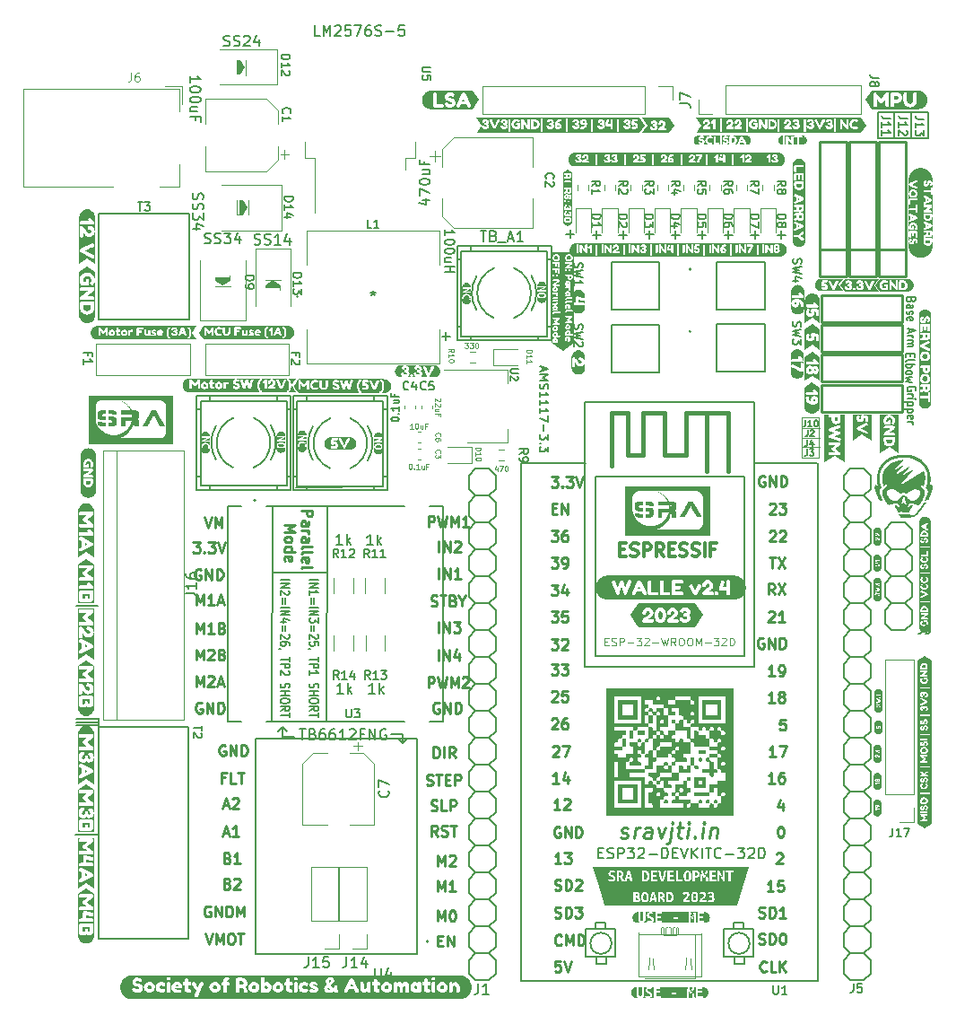
<source format=gbr>
%TF.GenerationSoftware,KiCad,Pcbnew,6.0.9-8da3e8f707~116~ubuntu22.04.1*%
%TF.CreationDate,2022-11-20T15:44:15+05:30*%
%TF.ProjectId,sra_dev_board_2022,7372615f-6465-4765-9f62-6f6172645f32,rev?*%
%TF.SameCoordinates,Original*%
%TF.FileFunction,Legend,Top*%
%TF.FilePolarity,Positive*%
%FSLAX46Y46*%
G04 Gerber Fmt 4.6, Leading zero omitted, Abs format (unit mm)*
G04 Created by KiCad (PCBNEW 6.0.9-8da3e8f707~116~ubuntu22.04.1) date 2022-11-20 15:44:15*
%MOMM*%
%LPD*%
G01*
G04 APERTURE LIST*
%ADD10C,0.150000*%
%ADD11C,0.060000*%
%ADD12C,0.100000*%
%ADD13C,0.250000*%
%ADD14C,0.175000*%
%ADD15C,0.200000*%
%ADD16C,0.125000*%
%ADD17C,0.130000*%
%ADD18C,0.300000*%
%ADD19C,0.120000*%
%ADD20C,0.254000*%
%ADD21C,0.127000*%
%ADD22C,0.152400*%
%ADD23C,0.406400*%
G04 APERTURE END LIST*
D10*
X93600000Y-75200000D02*
X93500000Y-95400000D01*
X89350000Y-96000000D02*
X88950000Y-96400000D01*
X145600000Y-40450000D02*
X150300000Y-40450000D01*
X69800000Y-106100000D02*
X72000000Y-106100000D01*
X145600000Y-37950000D02*
X145600000Y-40450000D01*
X100700000Y-97500000D02*
X101100000Y-97100000D01*
X89350000Y-96900000D02*
X89350000Y-96000000D01*
X99600000Y-96600000D02*
X100700000Y-96600000D01*
X148700000Y-37950000D02*
X148700000Y-40450000D01*
D11*
X138350000Y-68710000D02*
X140020000Y-68710000D01*
X140020000Y-68710000D02*
X140020000Y-68710000D01*
X140020000Y-68710000D02*
X138350000Y-68710000D01*
X138350000Y-68710000D02*
X138350000Y-68710000D01*
X138360000Y-69580000D02*
X140030000Y-69580000D01*
X140030000Y-69580000D02*
X140030000Y-69580000D01*
X140030000Y-69580000D02*
X138360000Y-69580000D01*
X138360000Y-69580000D02*
X138360000Y-69580000D01*
D10*
X150300000Y-40450000D02*
X150300000Y-37950000D01*
X100700000Y-97500000D02*
X100300000Y-97100000D01*
X147100000Y-37950000D02*
X147100000Y-40450000D01*
X88400000Y-81400000D02*
X93500000Y-81400000D01*
X69900000Y-84500000D02*
X71900000Y-84500000D01*
X71960000Y-95079497D02*
X71960000Y-95963750D01*
X90620000Y-73370000D02*
X94930000Y-73355000D01*
X88400000Y-75200000D02*
X88300000Y-95400000D01*
D12*
X138365000Y-66760000D02*
X140005000Y-66760000D01*
X140005000Y-66760000D02*
X140005000Y-70560000D01*
X140005000Y-70560000D02*
X138365000Y-70560000D01*
X138365000Y-70560000D02*
X138365000Y-66760000D01*
D11*
X138345000Y-67790000D02*
X140015000Y-67790000D01*
X140015000Y-67790000D02*
X140015000Y-67790000D01*
X140015000Y-67790000D02*
X138345000Y-67790000D01*
X138345000Y-67790000D02*
X138345000Y-67790000D01*
D10*
X150300000Y-37950000D02*
X145600000Y-37950000D01*
X89350000Y-96000000D02*
X89750000Y-96400000D01*
X69900000Y-95800000D02*
X72000000Y-95800000D01*
X69900000Y-95500000D02*
X71900000Y-95500000D01*
X100700000Y-96600000D02*
X100700000Y-97500000D01*
X69900000Y-95200000D02*
X71900000Y-95200000D01*
X90450000Y-96900000D02*
X89350000Y-96900000D01*
D13*
X114705357Y-77452380D02*
X115324404Y-77452380D01*
X114991071Y-77833333D01*
X115133928Y-77833333D01*
X115229166Y-77880952D01*
X115276785Y-77928571D01*
X115324404Y-78023809D01*
X115324404Y-78261904D01*
X115276785Y-78357142D01*
X115229166Y-78404761D01*
X115133928Y-78452380D01*
X114848214Y-78452380D01*
X114752976Y-78404761D01*
X114705357Y-78357142D01*
X116181547Y-77452380D02*
X115991071Y-77452380D01*
X115895833Y-77500000D01*
X115848214Y-77547619D01*
X115752976Y-77690476D01*
X115705357Y-77880952D01*
X115705357Y-78261904D01*
X115752976Y-78357142D01*
X115800595Y-78404761D01*
X115895833Y-78452380D01*
X116086309Y-78452380D01*
X116181547Y-78404761D01*
X116229166Y-78357142D01*
X116276785Y-78261904D01*
X116276785Y-78023809D01*
X116229166Y-77928571D01*
X116181547Y-77880952D01*
X116086309Y-77833333D01*
X115895833Y-77833333D01*
X115800595Y-77880952D01*
X115752976Y-77928571D01*
X115705357Y-78023809D01*
X104050595Y-87052380D02*
X104050595Y-86052380D01*
X104526785Y-87052380D02*
X104526785Y-86052380D01*
X105098214Y-87052380D01*
X105098214Y-86052380D01*
X105479166Y-86052380D02*
X106098214Y-86052380D01*
X105764880Y-86433333D01*
X105907738Y-86433333D01*
X106002976Y-86480952D01*
X106050595Y-86528571D01*
X106098214Y-86623809D01*
X106098214Y-86861904D01*
X106050595Y-86957142D01*
X106002976Y-87004761D01*
X105907738Y-87052380D01*
X105622023Y-87052380D01*
X105526785Y-87004761D01*
X105479166Y-86957142D01*
X114705357Y-82552380D02*
X115324404Y-82552380D01*
X114991071Y-82933333D01*
X115133928Y-82933333D01*
X115229166Y-82980952D01*
X115276785Y-83028571D01*
X115324404Y-83123809D01*
X115324404Y-83361904D01*
X115276785Y-83457142D01*
X115229166Y-83504761D01*
X115133928Y-83552380D01*
X114848214Y-83552380D01*
X114752976Y-83504761D01*
X114705357Y-83457142D01*
X116181547Y-82885714D02*
X116181547Y-83552380D01*
X115943452Y-82504761D02*
X115705357Y-83219047D01*
X116324404Y-83219047D01*
X103352976Y-84504761D02*
X103495833Y-84552380D01*
X103733928Y-84552380D01*
X103829166Y-84504761D01*
X103876785Y-84457142D01*
X103924404Y-84361904D01*
X103924404Y-84266666D01*
X103876785Y-84171428D01*
X103829166Y-84123809D01*
X103733928Y-84076190D01*
X103543452Y-84028571D01*
X103448214Y-83980952D01*
X103400595Y-83933333D01*
X103352976Y-83838095D01*
X103352976Y-83742857D01*
X103400595Y-83647619D01*
X103448214Y-83600000D01*
X103543452Y-83552380D01*
X103781547Y-83552380D01*
X103924404Y-83600000D01*
X104210119Y-83552380D02*
X104781547Y-83552380D01*
X104495833Y-84552380D02*
X104495833Y-83552380D01*
X105448214Y-84028571D02*
X105591071Y-84076190D01*
X105638690Y-84123809D01*
X105686309Y-84219047D01*
X105686309Y-84361904D01*
X105638690Y-84457142D01*
X105591071Y-84504761D01*
X105495833Y-84552380D01*
X105114880Y-84552380D01*
X105114880Y-83552380D01*
X105448214Y-83552380D01*
X105543452Y-83600000D01*
X105591071Y-83647619D01*
X105638690Y-83742857D01*
X105638690Y-83838095D01*
X105591071Y-83933333D01*
X105543452Y-83980952D01*
X105448214Y-84028571D01*
X105114880Y-84028571D01*
X106305357Y-84076190D02*
X106305357Y-84552380D01*
X105972023Y-83552380D02*
X106305357Y-84076190D01*
X106638690Y-83552380D01*
X103100595Y-92252380D02*
X103100595Y-91252380D01*
X103481547Y-91252380D01*
X103576785Y-91300000D01*
X103624404Y-91347619D01*
X103672023Y-91442857D01*
X103672023Y-91585714D01*
X103624404Y-91680952D01*
X103576785Y-91728571D01*
X103481547Y-91776190D01*
X103100595Y-91776190D01*
X104005357Y-91252380D02*
X104243452Y-92252380D01*
X104433928Y-91538095D01*
X104624404Y-92252380D01*
X104862500Y-91252380D01*
X105243452Y-92252380D02*
X105243452Y-91252380D01*
X105576785Y-91966666D01*
X105910119Y-91252380D01*
X105910119Y-92252380D01*
X106338690Y-91347619D02*
X106386309Y-91300000D01*
X106481547Y-91252380D01*
X106719642Y-91252380D01*
X106814880Y-91300000D01*
X106862500Y-91347619D01*
X106910119Y-91442857D01*
X106910119Y-91538095D01*
X106862500Y-91680952D01*
X106291071Y-92252380D01*
X106910119Y-92252380D01*
X115672023Y-116457142D02*
X115624404Y-116504761D01*
X115481547Y-116552380D01*
X115386309Y-116552380D01*
X115243452Y-116504761D01*
X115148214Y-116409523D01*
X115100595Y-116314285D01*
X115052976Y-116123809D01*
X115052976Y-115980952D01*
X115100595Y-115790476D01*
X115148214Y-115695238D01*
X115243452Y-115600000D01*
X115386309Y-115552380D01*
X115481547Y-115552380D01*
X115624404Y-115600000D01*
X115672023Y-115647619D01*
X116100595Y-116552380D02*
X116100595Y-115552380D01*
X116433928Y-116266666D01*
X116767261Y-115552380D01*
X116767261Y-116552380D01*
X117243452Y-116552380D02*
X117243452Y-115552380D01*
X117481547Y-115552380D01*
X117624404Y-115600000D01*
X117719642Y-115695238D01*
X117767261Y-115790476D01*
X117814880Y-115980952D01*
X117814880Y-116123809D01*
X117767261Y-116314285D01*
X117719642Y-116409523D01*
X117624404Y-116504761D01*
X117481547Y-116552380D01*
X117243452Y-116552380D01*
X102952976Y-101404761D02*
X103095833Y-101452380D01*
X103333928Y-101452380D01*
X103429166Y-101404761D01*
X103476785Y-101357142D01*
X103524404Y-101261904D01*
X103524404Y-101166666D01*
X103476785Y-101071428D01*
X103429166Y-101023809D01*
X103333928Y-100976190D01*
X103143452Y-100928571D01*
X103048214Y-100880952D01*
X103000595Y-100833333D01*
X102952976Y-100738095D01*
X102952976Y-100642857D01*
X103000595Y-100547619D01*
X103048214Y-100500000D01*
X103143452Y-100452380D01*
X103381547Y-100452380D01*
X103524404Y-100500000D01*
X103810119Y-100452380D02*
X104381547Y-100452380D01*
X104095833Y-101452380D02*
X104095833Y-100452380D01*
X104714880Y-100928571D02*
X105048214Y-100928571D01*
X105191071Y-101452380D02*
X104714880Y-101452380D01*
X104714880Y-100452380D01*
X105191071Y-100452380D01*
X105619642Y-101452380D02*
X105619642Y-100452380D01*
X106000595Y-100452380D01*
X106095833Y-100500000D01*
X106143452Y-100547619D01*
X106191071Y-100642857D01*
X106191071Y-100785714D01*
X106143452Y-100880952D01*
X106095833Y-100928571D01*
X106000595Y-100976190D01*
X105619642Y-100976190D01*
X103972023Y-106252380D02*
X103638690Y-105776190D01*
X103400595Y-106252380D02*
X103400595Y-105252380D01*
X103781547Y-105252380D01*
X103876785Y-105300000D01*
X103924404Y-105347619D01*
X103972023Y-105442857D01*
X103972023Y-105585714D01*
X103924404Y-105680952D01*
X103876785Y-105728571D01*
X103781547Y-105776190D01*
X103400595Y-105776190D01*
X104352976Y-106204761D02*
X104495833Y-106252380D01*
X104733928Y-106252380D01*
X104829166Y-106204761D01*
X104876785Y-106157142D01*
X104924404Y-106061904D01*
X104924404Y-105966666D01*
X104876785Y-105871428D01*
X104829166Y-105823809D01*
X104733928Y-105776190D01*
X104543452Y-105728571D01*
X104448214Y-105680952D01*
X104400595Y-105633333D01*
X104352976Y-105538095D01*
X104352976Y-105442857D01*
X104400595Y-105347619D01*
X104448214Y-105300000D01*
X104543452Y-105252380D01*
X104781547Y-105252380D01*
X104924404Y-105300000D01*
X105210119Y-105252380D02*
X105781547Y-105252380D01*
X105495833Y-106252380D02*
X105495833Y-105252380D01*
X136313690Y-105352380D02*
X136408928Y-105352380D01*
X136504166Y-105400000D01*
X136551785Y-105447619D01*
X136599404Y-105542857D01*
X136647023Y-105733333D01*
X136647023Y-105971428D01*
X136599404Y-106161904D01*
X136551785Y-106257142D01*
X136504166Y-106304761D01*
X136408928Y-106352380D01*
X136313690Y-106352380D01*
X136218452Y-106304761D01*
X136170833Y-106257142D01*
X136123214Y-106161904D01*
X136075595Y-105971428D01*
X136075595Y-105733333D01*
X136123214Y-105542857D01*
X136170833Y-105447619D01*
X136218452Y-105400000D01*
X136313690Y-105352380D01*
X81957738Y-76152380D02*
X82291071Y-77152380D01*
X82624404Y-76152380D01*
X82957738Y-77152380D02*
X82957738Y-76152380D01*
X83291071Y-76866666D01*
X83624404Y-76152380D01*
X83624404Y-77152380D01*
X82057738Y-115452380D02*
X82391071Y-116452380D01*
X82724404Y-115452380D01*
X83057738Y-116452380D02*
X83057738Y-115452380D01*
X83391071Y-116166666D01*
X83724404Y-115452380D01*
X83724404Y-116452380D01*
X84391071Y-115452380D02*
X84581547Y-115452380D01*
X84676785Y-115500000D01*
X84772023Y-115595238D01*
X84819642Y-115785714D01*
X84819642Y-116119047D01*
X84772023Y-116309523D01*
X84676785Y-116404761D01*
X84581547Y-116452380D01*
X84391071Y-116452380D01*
X84295833Y-116404761D01*
X84200595Y-116309523D01*
X84152976Y-116119047D01*
X84152976Y-115785714D01*
X84200595Y-115595238D01*
X84295833Y-115500000D01*
X84391071Y-115452380D01*
X85105357Y-115452380D02*
X85676785Y-115452380D01*
X85391071Y-116452380D02*
X85391071Y-115452380D01*
X135323214Y-74947619D02*
X135370833Y-74900000D01*
X135466071Y-74852380D01*
X135704166Y-74852380D01*
X135799404Y-74900000D01*
X135847023Y-74947619D01*
X135894642Y-75042857D01*
X135894642Y-75138095D01*
X135847023Y-75280952D01*
X135275595Y-75852380D01*
X135894642Y-75852380D01*
X136227976Y-74852380D02*
X136847023Y-74852380D01*
X136513690Y-75233333D01*
X136656547Y-75233333D01*
X136751785Y-75280952D01*
X136799404Y-75328571D01*
X136847023Y-75423809D01*
X136847023Y-75661904D01*
X136799404Y-75757142D01*
X136751785Y-75804761D01*
X136656547Y-75852380D01*
X136370833Y-75852380D01*
X136275595Y-75804761D01*
X136227976Y-75757142D01*
X136799404Y-95252380D02*
X136323214Y-95252380D01*
X136275595Y-95728571D01*
X136323214Y-95680952D01*
X136418452Y-95633333D01*
X136656547Y-95633333D01*
X136751785Y-95680952D01*
X136799404Y-95728571D01*
X136847023Y-95823809D01*
X136847023Y-96061904D01*
X136799404Y-96157142D01*
X136751785Y-96204761D01*
X136656547Y-96252380D01*
X136418452Y-96252380D01*
X136323214Y-96204761D01*
X136275595Y-96157142D01*
X115052976Y-111304761D02*
X115195833Y-111352380D01*
X115433928Y-111352380D01*
X115529166Y-111304761D01*
X115576785Y-111257142D01*
X115624404Y-111161904D01*
X115624404Y-111066666D01*
X115576785Y-110971428D01*
X115529166Y-110923809D01*
X115433928Y-110876190D01*
X115243452Y-110828571D01*
X115148214Y-110780952D01*
X115100595Y-110733333D01*
X115052976Y-110638095D01*
X115052976Y-110542857D01*
X115100595Y-110447619D01*
X115148214Y-110400000D01*
X115243452Y-110352380D01*
X115481547Y-110352380D01*
X115624404Y-110400000D01*
X116052976Y-111352380D02*
X116052976Y-110352380D01*
X116291071Y-110352380D01*
X116433928Y-110400000D01*
X116529166Y-110495238D01*
X116576785Y-110590476D01*
X116624404Y-110780952D01*
X116624404Y-110923809D01*
X116576785Y-111114285D01*
X116529166Y-111209523D01*
X116433928Y-111304761D01*
X116291071Y-111352380D01*
X116052976Y-111352380D01*
X117005357Y-110447619D02*
X117052976Y-110400000D01*
X117148214Y-110352380D01*
X117386309Y-110352380D01*
X117481547Y-110400000D01*
X117529166Y-110447619D01*
X117576785Y-110542857D01*
X117576785Y-110638095D01*
X117529166Y-110780952D01*
X116957738Y-111352380D01*
X117576785Y-111352380D01*
X81200595Y-89642380D02*
X81200595Y-88642380D01*
X81533928Y-89356666D01*
X81867261Y-88642380D01*
X81867261Y-89642380D01*
X82295833Y-88737619D02*
X82343452Y-88690000D01*
X82438690Y-88642380D01*
X82676785Y-88642380D01*
X82772023Y-88690000D01*
X82819642Y-88737619D01*
X82867261Y-88832857D01*
X82867261Y-88928095D01*
X82819642Y-89070952D01*
X82248214Y-89642380D01*
X82867261Y-89642380D01*
X83629166Y-89118571D02*
X83772023Y-89166190D01*
X83819642Y-89213809D01*
X83867261Y-89309047D01*
X83867261Y-89451904D01*
X83819642Y-89547142D01*
X83772023Y-89594761D01*
X83676785Y-89642380D01*
X83295833Y-89642380D01*
X83295833Y-88642380D01*
X83629166Y-88642380D01*
X83724404Y-88690000D01*
X83772023Y-88737619D01*
X83819642Y-88832857D01*
X83819642Y-88928095D01*
X83772023Y-89023333D01*
X83724404Y-89070952D01*
X83629166Y-89118571D01*
X83295833Y-89118571D01*
X104000595Y-111452380D02*
X104000595Y-110452380D01*
X104333928Y-111166666D01*
X104667261Y-110452380D01*
X104667261Y-111452380D01*
X105667261Y-111452380D02*
X105095833Y-111452380D01*
X105381547Y-111452380D02*
X105381547Y-110452380D01*
X105286309Y-110595238D01*
X105191071Y-110690476D01*
X105095833Y-110738095D01*
X104000595Y-109052380D02*
X104000595Y-108052380D01*
X104333928Y-108766666D01*
X104667261Y-108052380D01*
X104667261Y-109052380D01*
X105095833Y-108147619D02*
X105143452Y-108100000D01*
X105238690Y-108052380D01*
X105476785Y-108052380D01*
X105572023Y-108100000D01*
X105619642Y-108147619D01*
X105667261Y-108242857D01*
X105667261Y-108338095D01*
X105619642Y-108480952D01*
X105048214Y-109052380D01*
X105667261Y-109052380D01*
D14*
X91883976Y-82066666D02*
X92733976Y-82066666D01*
X91883976Y-82400000D02*
X92733976Y-82400000D01*
X91883976Y-82800000D01*
X92733976Y-82800000D01*
X91883976Y-83500000D02*
X91883976Y-83100000D01*
X91883976Y-83300000D02*
X92733976Y-83300000D01*
X92612547Y-83233333D01*
X92531595Y-83166666D01*
X92491119Y-83100000D01*
X92329214Y-83800000D02*
X92329214Y-84333333D01*
X92086357Y-84333333D02*
X92086357Y-83800000D01*
X91883976Y-84666666D02*
X92733976Y-84666666D01*
X91883976Y-85000000D02*
X92733976Y-85000000D01*
X91883976Y-85400000D01*
X92733976Y-85400000D01*
X92733976Y-85666666D02*
X92733976Y-86100000D01*
X92410166Y-85866666D01*
X92410166Y-85966666D01*
X92369690Y-86033333D01*
X92329214Y-86066666D01*
X92248261Y-86100000D01*
X92045880Y-86100000D01*
X91964928Y-86066666D01*
X91924452Y-86033333D01*
X91883976Y-85966666D01*
X91883976Y-85766666D01*
X91924452Y-85700000D01*
X91964928Y-85666666D01*
X92329214Y-86400000D02*
X92329214Y-86933333D01*
X92086357Y-86933333D02*
X92086357Y-86400000D01*
X92653023Y-87233333D02*
X92693500Y-87266666D01*
X92733976Y-87333333D01*
X92733976Y-87500000D01*
X92693500Y-87566666D01*
X92653023Y-87600000D01*
X92572071Y-87633333D01*
X92491119Y-87633333D01*
X92369690Y-87600000D01*
X91883976Y-87200000D01*
X91883976Y-87633333D01*
X92733976Y-88266666D02*
X92733976Y-87933333D01*
X92329214Y-87900000D01*
X92369690Y-87933333D01*
X92410166Y-88000000D01*
X92410166Y-88166666D01*
X92369690Y-88233333D01*
X92329214Y-88266666D01*
X92248261Y-88300000D01*
X92045880Y-88300000D01*
X91964928Y-88266666D01*
X91924452Y-88233333D01*
X91883976Y-88166666D01*
X91883976Y-88000000D01*
X91924452Y-87933333D01*
X91964928Y-87900000D01*
X91924452Y-88633333D02*
X91883976Y-88633333D01*
X91803023Y-88600000D01*
X91762547Y-88566666D01*
X92733976Y-89366666D02*
X92733976Y-89766666D01*
X91883976Y-89566666D02*
X92733976Y-89566666D01*
X91883976Y-90000000D02*
X92733976Y-90000000D01*
X92733976Y-90266666D01*
X92693500Y-90333333D01*
X92653023Y-90366666D01*
X92572071Y-90400000D01*
X92450642Y-90400000D01*
X92369690Y-90366666D01*
X92329214Y-90333333D01*
X92288738Y-90266666D01*
X92288738Y-90000000D01*
X91883976Y-91066666D02*
X91883976Y-90666666D01*
X91883976Y-90866666D02*
X92733976Y-90866666D01*
X92612547Y-90800000D01*
X92531595Y-90733333D01*
X92491119Y-90666666D01*
X91924452Y-91866666D02*
X91883976Y-91966666D01*
X91883976Y-92133333D01*
X91924452Y-92200000D01*
X91964928Y-92233333D01*
X92045880Y-92266666D01*
X92126833Y-92266666D01*
X92207785Y-92233333D01*
X92248261Y-92200000D01*
X92288738Y-92133333D01*
X92329214Y-92000000D01*
X92369690Y-91933333D01*
X92410166Y-91900000D01*
X92491119Y-91866666D01*
X92572071Y-91866666D01*
X92653023Y-91900000D01*
X92693500Y-91933333D01*
X92733976Y-92000000D01*
X92733976Y-92166666D01*
X92693500Y-92266666D01*
X91883976Y-92566666D02*
X92733976Y-92566666D01*
X92329214Y-92566666D02*
X92329214Y-92966666D01*
X91883976Y-92966666D02*
X92733976Y-92966666D01*
X92733976Y-93433333D02*
X92733976Y-93566666D01*
X92693500Y-93633333D01*
X92612547Y-93700000D01*
X92450642Y-93733333D01*
X92167309Y-93733333D01*
X92005404Y-93700000D01*
X91924452Y-93633333D01*
X91883976Y-93566666D01*
X91883976Y-93433333D01*
X91924452Y-93366666D01*
X92005404Y-93300000D01*
X92167309Y-93266666D01*
X92450642Y-93266666D01*
X92612547Y-93300000D01*
X92693500Y-93366666D01*
X92733976Y-93433333D01*
X91883976Y-94433333D02*
X92288738Y-94200000D01*
X91883976Y-94033333D02*
X92733976Y-94033333D01*
X92733976Y-94300000D01*
X92693500Y-94366666D01*
X92653023Y-94400000D01*
X92572071Y-94433333D01*
X92450642Y-94433333D01*
X92369690Y-94400000D01*
X92329214Y-94366666D01*
X92288738Y-94300000D01*
X92288738Y-94033333D01*
X92733976Y-94633333D02*
X92733976Y-95033333D01*
X91883976Y-94833333D02*
X92733976Y-94833333D01*
X89146976Y-82066666D02*
X89996976Y-82066666D01*
X89146976Y-82400000D02*
X89996976Y-82400000D01*
X89146976Y-82800000D01*
X89996976Y-82800000D01*
X89916023Y-83100000D02*
X89956500Y-83133333D01*
X89996976Y-83200000D01*
X89996976Y-83366666D01*
X89956500Y-83433333D01*
X89916023Y-83466666D01*
X89835071Y-83500000D01*
X89754119Y-83500000D01*
X89632690Y-83466666D01*
X89146976Y-83066666D01*
X89146976Y-83500000D01*
X89592214Y-83800000D02*
X89592214Y-84333333D01*
X89349357Y-84333333D02*
X89349357Y-83800000D01*
X89146976Y-84666666D02*
X89996976Y-84666666D01*
X89146976Y-85000000D02*
X89996976Y-85000000D01*
X89146976Y-85400000D01*
X89996976Y-85400000D01*
X89713642Y-86033333D02*
X89146976Y-86033333D01*
X90037452Y-85866666D02*
X89430309Y-85700000D01*
X89430309Y-86133333D01*
X89592214Y-86400000D02*
X89592214Y-86933333D01*
X89349357Y-86933333D02*
X89349357Y-86400000D01*
X89916023Y-87233333D02*
X89956500Y-87266666D01*
X89996976Y-87333333D01*
X89996976Y-87500000D01*
X89956500Y-87566666D01*
X89916023Y-87600000D01*
X89835071Y-87633333D01*
X89754119Y-87633333D01*
X89632690Y-87600000D01*
X89146976Y-87200000D01*
X89146976Y-87633333D01*
X89996976Y-88233333D02*
X89996976Y-88100000D01*
X89956500Y-88033333D01*
X89916023Y-88000000D01*
X89794595Y-87933333D01*
X89632690Y-87900000D01*
X89308880Y-87900000D01*
X89227928Y-87933333D01*
X89187452Y-87966666D01*
X89146976Y-88033333D01*
X89146976Y-88166666D01*
X89187452Y-88233333D01*
X89227928Y-88266666D01*
X89308880Y-88300000D01*
X89511261Y-88300000D01*
X89592214Y-88266666D01*
X89632690Y-88233333D01*
X89673166Y-88166666D01*
X89673166Y-88033333D01*
X89632690Y-87966666D01*
X89592214Y-87933333D01*
X89511261Y-87900000D01*
X89187452Y-88633333D02*
X89146976Y-88633333D01*
X89066023Y-88600000D01*
X89025547Y-88566666D01*
X89996976Y-89366666D02*
X89996976Y-89766666D01*
X89146976Y-89566666D02*
X89996976Y-89566666D01*
X89146976Y-90000000D02*
X89996976Y-90000000D01*
X89996976Y-90266666D01*
X89956500Y-90333333D01*
X89916023Y-90366666D01*
X89835071Y-90400000D01*
X89713642Y-90400000D01*
X89632690Y-90366666D01*
X89592214Y-90333333D01*
X89551738Y-90266666D01*
X89551738Y-90000000D01*
X89916023Y-90666666D02*
X89956500Y-90700000D01*
X89996976Y-90766666D01*
X89996976Y-90933333D01*
X89956500Y-91000000D01*
X89916023Y-91033333D01*
X89835071Y-91066666D01*
X89754119Y-91066666D01*
X89632690Y-91033333D01*
X89146976Y-90633333D01*
X89146976Y-91066666D01*
X89187452Y-91866666D02*
X89146976Y-91966666D01*
X89146976Y-92133333D01*
X89187452Y-92200000D01*
X89227928Y-92233333D01*
X89308880Y-92266666D01*
X89389833Y-92266666D01*
X89470785Y-92233333D01*
X89511261Y-92200000D01*
X89551738Y-92133333D01*
X89592214Y-92000000D01*
X89632690Y-91933333D01*
X89673166Y-91900000D01*
X89754119Y-91866666D01*
X89835071Y-91866666D01*
X89916023Y-91900000D01*
X89956500Y-91933333D01*
X89996976Y-92000000D01*
X89996976Y-92166666D01*
X89956500Y-92266666D01*
X89146976Y-92566666D02*
X89996976Y-92566666D01*
X89592214Y-92566666D02*
X89592214Y-92966666D01*
X89146976Y-92966666D02*
X89996976Y-92966666D01*
X89996976Y-93433333D02*
X89996976Y-93566666D01*
X89956500Y-93633333D01*
X89875547Y-93700000D01*
X89713642Y-93733333D01*
X89430309Y-93733333D01*
X89268404Y-93700000D01*
X89187452Y-93633333D01*
X89146976Y-93566666D01*
X89146976Y-93433333D01*
X89187452Y-93366666D01*
X89268404Y-93300000D01*
X89430309Y-93266666D01*
X89713642Y-93266666D01*
X89875547Y-93300000D01*
X89956500Y-93366666D01*
X89996976Y-93433333D01*
X89146976Y-94433333D02*
X89551738Y-94200000D01*
X89146976Y-94033333D02*
X89996976Y-94033333D01*
X89996976Y-94300000D01*
X89956500Y-94366666D01*
X89916023Y-94400000D01*
X89835071Y-94433333D01*
X89713642Y-94433333D01*
X89632690Y-94400000D01*
X89592214Y-94366666D01*
X89551738Y-94300000D01*
X89551738Y-94033333D01*
X89996976Y-94633333D02*
X89996976Y-95033333D01*
X89146976Y-94833333D02*
X89996976Y-94833333D01*
D15*
X124350952Y-49511428D02*
X123589047Y-49511428D01*
X123970000Y-49892380D02*
X123970000Y-49130476D01*
D13*
X135223214Y-85147619D02*
X135270833Y-85100000D01*
X135366071Y-85052380D01*
X135604166Y-85052380D01*
X135699404Y-85100000D01*
X135747023Y-85147619D01*
X135794642Y-85242857D01*
X135794642Y-85338095D01*
X135747023Y-85480952D01*
X135175595Y-86052380D01*
X135794642Y-86052380D01*
X136747023Y-86052380D02*
X136175595Y-86052380D01*
X136461309Y-86052380D02*
X136461309Y-85052380D01*
X136366071Y-85195238D01*
X136270833Y-85290476D01*
X136175595Y-85338095D01*
X115524404Y-103752380D02*
X114952976Y-103752380D01*
X115238690Y-103752380D02*
X115238690Y-102752380D01*
X115143452Y-102895238D01*
X115048214Y-102990476D01*
X114952976Y-103038095D01*
X115905357Y-102847619D02*
X115952976Y-102800000D01*
X116048214Y-102752380D01*
X116286309Y-102752380D01*
X116381547Y-102800000D01*
X116429166Y-102847619D01*
X116476785Y-102942857D01*
X116476785Y-103038095D01*
X116429166Y-103180952D01*
X115857738Y-103752380D01*
X116476785Y-103752380D01*
X121256071Y-106397142D02*
X121390000Y-106468571D01*
X121675714Y-106468571D01*
X121827500Y-106397142D01*
X121916785Y-106254285D01*
X121925714Y-106182857D01*
X121872142Y-106040000D01*
X121738214Y-105968571D01*
X121523928Y-105968571D01*
X121390000Y-105897142D01*
X121336428Y-105754285D01*
X121345357Y-105682857D01*
X121434642Y-105540000D01*
X121586428Y-105468571D01*
X121800714Y-105468571D01*
X121934642Y-105540000D01*
X122532857Y-106468571D02*
X122657857Y-105468571D01*
X122622142Y-105754285D02*
X122711428Y-105611428D01*
X122791785Y-105540000D01*
X122943571Y-105468571D01*
X123086428Y-105468571D01*
X124104285Y-106468571D02*
X124202500Y-105682857D01*
X124148928Y-105540000D01*
X124015000Y-105468571D01*
X123729285Y-105468571D01*
X123577500Y-105540000D01*
X124113214Y-106397142D02*
X123961428Y-106468571D01*
X123604285Y-106468571D01*
X123470357Y-106397142D01*
X123416785Y-106254285D01*
X123434642Y-106111428D01*
X123523928Y-105968571D01*
X123675714Y-105897142D01*
X124032857Y-105897142D01*
X124184642Y-105825714D01*
X124800714Y-105468571D02*
X125032857Y-106468571D01*
X125515000Y-105468571D01*
X126086428Y-105468571D02*
X125925714Y-106754285D01*
X125836428Y-106897142D01*
X125684642Y-106968571D01*
X125613214Y-106968571D01*
X126148928Y-104968571D02*
X126068571Y-105040000D01*
X126131071Y-105111428D01*
X126211428Y-105040000D01*
X126148928Y-104968571D01*
X126131071Y-105111428D01*
X126586428Y-105468571D02*
X127157857Y-105468571D01*
X126863214Y-104968571D02*
X126702500Y-106254285D01*
X126756071Y-106397142D01*
X126890000Y-106468571D01*
X127032857Y-106468571D01*
X127532857Y-106468571D02*
X127657857Y-105468571D01*
X127720357Y-104968571D02*
X127640000Y-105040000D01*
X127702500Y-105111428D01*
X127782857Y-105040000D01*
X127720357Y-104968571D01*
X127702500Y-105111428D01*
X128265000Y-106325714D02*
X128327500Y-106397142D01*
X128247142Y-106468571D01*
X128184642Y-106397142D01*
X128265000Y-106325714D01*
X128247142Y-106468571D01*
X128961428Y-106468571D02*
X129086428Y-105468571D01*
X129148928Y-104968571D02*
X129068571Y-105040000D01*
X129131071Y-105111428D01*
X129211428Y-105040000D01*
X129148928Y-104968571D01*
X129131071Y-105111428D01*
X129800714Y-105468571D02*
X129675714Y-106468571D01*
X129782857Y-105611428D02*
X129863214Y-105540000D01*
X130015000Y-105468571D01*
X130229285Y-105468571D01*
X130363214Y-105540000D01*
X130416785Y-105682857D01*
X130318571Y-106468571D01*
X135894642Y-98752380D02*
X135323214Y-98752380D01*
X135608928Y-98752380D02*
X135608928Y-97752380D01*
X135513690Y-97895238D01*
X135418452Y-97990476D01*
X135323214Y-98038095D01*
X136227976Y-97752380D02*
X136894642Y-97752380D01*
X136466071Y-98752380D01*
X134751785Y-87600000D02*
X134656547Y-87552380D01*
X134513690Y-87552380D01*
X134370833Y-87600000D01*
X134275595Y-87695238D01*
X134227976Y-87790476D01*
X134180357Y-87980952D01*
X134180357Y-88123809D01*
X134227976Y-88314285D01*
X134275595Y-88409523D01*
X134370833Y-88504761D01*
X134513690Y-88552380D01*
X134608928Y-88552380D01*
X134751785Y-88504761D01*
X134799404Y-88457142D01*
X134799404Y-88123809D01*
X134608928Y-88123809D01*
X135227976Y-88552380D02*
X135227976Y-87552380D01*
X135799404Y-88552380D01*
X135799404Y-87552380D01*
X136275595Y-88552380D02*
X136275595Y-87552380D01*
X136513690Y-87552380D01*
X136656547Y-87600000D01*
X136751785Y-87695238D01*
X136799404Y-87790476D01*
X136847023Y-87980952D01*
X136847023Y-88123809D01*
X136799404Y-88314285D01*
X136751785Y-88409523D01*
X136656547Y-88504761D01*
X136513690Y-88552380D01*
X136275595Y-88552380D01*
X83752976Y-105966666D02*
X84229166Y-105966666D01*
X83657738Y-106252380D02*
X83991071Y-105252380D01*
X84324404Y-106252380D01*
X85181547Y-106252380D02*
X84610119Y-106252380D01*
X84895833Y-106252380D02*
X84895833Y-105252380D01*
X84800595Y-105395238D01*
X84705357Y-105490476D01*
X84610119Y-105538095D01*
X134323214Y-113904761D02*
X134466071Y-113952380D01*
X134704166Y-113952380D01*
X134799404Y-113904761D01*
X134847023Y-113857142D01*
X134894642Y-113761904D01*
X134894642Y-113666666D01*
X134847023Y-113571428D01*
X134799404Y-113523809D01*
X134704166Y-113476190D01*
X134513690Y-113428571D01*
X134418452Y-113380952D01*
X134370833Y-113333333D01*
X134323214Y-113238095D01*
X134323214Y-113142857D01*
X134370833Y-113047619D01*
X134418452Y-113000000D01*
X134513690Y-112952380D01*
X134751785Y-112952380D01*
X134894642Y-113000000D01*
X135323214Y-113952380D02*
X135323214Y-112952380D01*
X135561309Y-112952380D01*
X135704166Y-113000000D01*
X135799404Y-113095238D01*
X135847023Y-113190476D01*
X135894642Y-113380952D01*
X135894642Y-113523809D01*
X135847023Y-113714285D01*
X135799404Y-113809523D01*
X135704166Y-113904761D01*
X135561309Y-113952380D01*
X135323214Y-113952380D01*
X136847023Y-113952380D02*
X136275595Y-113952380D01*
X136561309Y-113952380D02*
X136561309Y-112952380D01*
X136466071Y-113095238D01*
X136370833Y-113190476D01*
X136275595Y-113238095D01*
X135794642Y-83452380D02*
X135461309Y-82976190D01*
X135223214Y-83452380D02*
X135223214Y-82452380D01*
X135604166Y-82452380D01*
X135699404Y-82500000D01*
X135747023Y-82547619D01*
X135794642Y-82642857D01*
X135794642Y-82785714D01*
X135747023Y-82880952D01*
X135699404Y-82928571D01*
X135604166Y-82976190D01*
X135223214Y-82976190D01*
X136127976Y-82452380D02*
X136794642Y-83452380D01*
X136794642Y-82452380D02*
X136127976Y-83452380D01*
X135318452Y-79952380D02*
X135889880Y-79952380D01*
X135604166Y-80952380D02*
X135604166Y-79952380D01*
X136127976Y-79952380D02*
X136794642Y-80952380D01*
X136794642Y-79952380D02*
X136127976Y-80952380D01*
X135794642Y-101252380D02*
X135223214Y-101252380D01*
X135508928Y-101252380D02*
X135508928Y-100252380D01*
X135413690Y-100395238D01*
X135318452Y-100490476D01*
X135223214Y-100538095D01*
X136651785Y-100252380D02*
X136461309Y-100252380D01*
X136366071Y-100300000D01*
X136318452Y-100347619D01*
X136223214Y-100490476D01*
X136175595Y-100680952D01*
X136175595Y-101061904D01*
X136223214Y-101157142D01*
X136270833Y-101204761D01*
X136366071Y-101252380D01*
X136556547Y-101252380D01*
X136651785Y-101204761D01*
X136699404Y-101157142D01*
X136747023Y-101061904D01*
X136747023Y-100823809D01*
X136699404Y-100728571D01*
X136651785Y-100680952D01*
X136556547Y-100633333D01*
X136366071Y-100633333D01*
X136270833Y-100680952D01*
X136223214Y-100728571D01*
X136175595Y-100823809D01*
X103600595Y-98852380D02*
X103600595Y-97852380D01*
X103838690Y-97852380D01*
X103981547Y-97900000D01*
X104076785Y-97995238D01*
X104124404Y-98090476D01*
X104172023Y-98280952D01*
X104172023Y-98423809D01*
X104124404Y-98614285D01*
X104076785Y-98709523D01*
X103981547Y-98804761D01*
X103838690Y-98852380D01*
X103600595Y-98852380D01*
X104600595Y-98852380D02*
X104600595Y-97852380D01*
X105648214Y-98852380D02*
X105314880Y-98376190D01*
X105076785Y-98852380D02*
X105076785Y-97852380D01*
X105457738Y-97852380D01*
X105552976Y-97900000D01*
X105600595Y-97947619D01*
X105648214Y-98042857D01*
X105648214Y-98185714D01*
X105600595Y-98280952D01*
X105552976Y-98328571D01*
X105457738Y-98376190D01*
X105076785Y-98376190D01*
X115576785Y-118052380D02*
X115100595Y-118052380D01*
X115052976Y-118528571D01*
X115100595Y-118480952D01*
X115195833Y-118433333D01*
X115433928Y-118433333D01*
X115529166Y-118480952D01*
X115576785Y-118528571D01*
X115624404Y-118623809D01*
X115624404Y-118861904D01*
X115576785Y-118957142D01*
X115529166Y-119004761D01*
X115433928Y-119052380D01*
X115195833Y-119052380D01*
X115100595Y-119004761D01*
X115052976Y-118957142D01*
X115910119Y-118052380D02*
X116243452Y-119052380D01*
X116576785Y-118052380D01*
D15*
X116870952Y-49461428D02*
X116109047Y-49461428D01*
X116490000Y-49842380D02*
X116490000Y-49080476D01*
D16*
X89145714Y-53770000D02*
X87717142Y-53770000D01*
D13*
X135975595Y-107947619D02*
X136023214Y-107900000D01*
X136118452Y-107852380D01*
X136356547Y-107852380D01*
X136451785Y-107900000D01*
X136499404Y-107947619D01*
X136547023Y-108042857D01*
X136547023Y-108138095D01*
X136499404Y-108280952D01*
X135927976Y-108852380D01*
X136547023Y-108852380D01*
X135794642Y-91152380D02*
X135223214Y-91152380D01*
X135508928Y-91152380D02*
X135508928Y-90152380D01*
X135413690Y-90295238D01*
X135318452Y-90390476D01*
X135223214Y-90438095D01*
X136270833Y-91152380D02*
X136461309Y-91152380D01*
X136556547Y-91104761D01*
X136604166Y-91057142D01*
X136699404Y-90914285D01*
X136747023Y-90723809D01*
X136747023Y-90342857D01*
X136699404Y-90247619D01*
X136651785Y-90200000D01*
X136556547Y-90152380D01*
X136366071Y-90152380D01*
X136270833Y-90200000D01*
X136223214Y-90247619D01*
X136175595Y-90342857D01*
X136175595Y-90580952D01*
X136223214Y-90676190D01*
X136270833Y-90723809D01*
X136366071Y-90771428D01*
X136556547Y-90771428D01*
X136651785Y-90723809D01*
X136699404Y-90676190D01*
X136747023Y-90580952D01*
X104000595Y-116128571D02*
X104333928Y-116128571D01*
X104476785Y-116652380D02*
X104000595Y-116652380D01*
X104000595Y-115652380D01*
X104476785Y-115652380D01*
X104905357Y-116652380D02*
X104905357Y-115652380D01*
X105476785Y-116652380D01*
X105476785Y-115652380D01*
X104100595Y-79452380D02*
X104100595Y-78452380D01*
X104576785Y-79452380D02*
X104576785Y-78452380D01*
X105148214Y-79452380D01*
X105148214Y-78452380D01*
X105576785Y-78547619D02*
X105624404Y-78500000D01*
X105719642Y-78452380D01*
X105957738Y-78452380D01*
X106052976Y-78500000D01*
X106100595Y-78547619D01*
X106148214Y-78642857D01*
X106148214Y-78738095D01*
X106100595Y-78880952D01*
X105529166Y-79452380D01*
X106148214Y-79452380D01*
X114705357Y-72352380D02*
X115324404Y-72352380D01*
X114991071Y-72733333D01*
X115133928Y-72733333D01*
X115229166Y-72780952D01*
X115276785Y-72828571D01*
X115324404Y-72923809D01*
X115324404Y-73161904D01*
X115276785Y-73257142D01*
X115229166Y-73304761D01*
X115133928Y-73352380D01*
X114848214Y-73352380D01*
X114752976Y-73304761D01*
X114705357Y-73257142D01*
X115752976Y-73257142D02*
X115800595Y-73304761D01*
X115752976Y-73352380D01*
X115705357Y-73304761D01*
X115752976Y-73257142D01*
X115752976Y-73352380D01*
X116133928Y-72352380D02*
X116752976Y-72352380D01*
X116419642Y-72733333D01*
X116562500Y-72733333D01*
X116657738Y-72780952D01*
X116705357Y-72828571D01*
X116752976Y-72923809D01*
X116752976Y-73161904D01*
X116705357Y-73257142D01*
X116657738Y-73304761D01*
X116562500Y-73352380D01*
X116276785Y-73352380D01*
X116181547Y-73304761D01*
X116133928Y-73257142D01*
X117038690Y-72352380D02*
X117372023Y-73352380D01*
X117705357Y-72352380D01*
X135323214Y-77547619D02*
X135370833Y-77500000D01*
X135466071Y-77452380D01*
X135704166Y-77452380D01*
X135799404Y-77500000D01*
X135847023Y-77547619D01*
X135894642Y-77642857D01*
X135894642Y-77738095D01*
X135847023Y-77880952D01*
X135275595Y-78452380D01*
X135894642Y-78452380D01*
X136275595Y-77547619D02*
X136323214Y-77500000D01*
X136418452Y-77452380D01*
X136656547Y-77452380D01*
X136751785Y-77500000D01*
X136799404Y-77547619D01*
X136847023Y-77642857D01*
X136847023Y-77738095D01*
X136799404Y-77880952D01*
X136227976Y-78452380D01*
X136847023Y-78452380D01*
D15*
X121870952Y-49521428D02*
X121109047Y-49521428D01*
X121490000Y-49902380D02*
X121490000Y-49140476D01*
D13*
X104050595Y-89652380D02*
X104050595Y-88652380D01*
X104526785Y-89652380D02*
X104526785Y-88652380D01*
X105098214Y-89652380D01*
X105098214Y-88652380D01*
X106002976Y-88985714D02*
X106002976Y-89652380D01*
X105764880Y-88604761D02*
X105526785Y-89319047D01*
X106145833Y-89319047D01*
X81200595Y-92142380D02*
X81200595Y-91142380D01*
X81533928Y-91856666D01*
X81867261Y-91142380D01*
X81867261Y-92142380D01*
X82295833Y-91237619D02*
X82343452Y-91190000D01*
X82438690Y-91142380D01*
X82676785Y-91142380D01*
X82772023Y-91190000D01*
X82819642Y-91237619D01*
X82867261Y-91332857D01*
X82867261Y-91428095D01*
X82819642Y-91570952D01*
X82248214Y-92142380D01*
X82867261Y-92142380D01*
X83248214Y-91856666D02*
X83724404Y-91856666D01*
X83152976Y-92142380D02*
X83486309Y-91142380D01*
X83819642Y-92142380D01*
X115524404Y-105400000D02*
X115429166Y-105352380D01*
X115286309Y-105352380D01*
X115143452Y-105400000D01*
X115048214Y-105495238D01*
X115000595Y-105590476D01*
X114952976Y-105780952D01*
X114952976Y-105923809D01*
X115000595Y-106114285D01*
X115048214Y-106209523D01*
X115143452Y-106304761D01*
X115286309Y-106352380D01*
X115381547Y-106352380D01*
X115524404Y-106304761D01*
X115572023Y-106257142D01*
X115572023Y-105923809D01*
X115381547Y-105923809D01*
X116000595Y-106352380D02*
X116000595Y-105352380D01*
X116572023Y-106352380D01*
X116572023Y-105352380D01*
X117048214Y-106352380D02*
X117048214Y-105352380D01*
X117286309Y-105352380D01*
X117429166Y-105400000D01*
X117524404Y-105495238D01*
X117572023Y-105590476D01*
X117619642Y-105780952D01*
X117619642Y-105923809D01*
X117572023Y-106114285D01*
X117524404Y-106209523D01*
X117429166Y-106304761D01*
X117286309Y-106352380D01*
X117048214Y-106352380D01*
X114705357Y-87652380D02*
X115324404Y-87652380D01*
X114991071Y-88033333D01*
X115133928Y-88033333D01*
X115229166Y-88080952D01*
X115276785Y-88128571D01*
X115324404Y-88223809D01*
X115324404Y-88461904D01*
X115276785Y-88557142D01*
X115229166Y-88604761D01*
X115133928Y-88652380D01*
X114848214Y-88652380D01*
X114752976Y-88604761D01*
X114705357Y-88557142D01*
X115705357Y-87747619D02*
X115752976Y-87700000D01*
X115848214Y-87652380D01*
X116086309Y-87652380D01*
X116181547Y-87700000D01*
X116229166Y-87747619D01*
X116276785Y-87842857D01*
X116276785Y-87938095D01*
X116229166Y-88080952D01*
X115657738Y-88652380D01*
X116276785Y-88652380D01*
X104100595Y-81952380D02*
X104100595Y-80952380D01*
X104576785Y-81952380D02*
X104576785Y-80952380D01*
X105148214Y-81952380D01*
X105148214Y-80952380D01*
X106148214Y-81952380D02*
X105576785Y-81952380D01*
X105862500Y-81952380D02*
X105862500Y-80952380D01*
X105767261Y-81095238D01*
X105672023Y-81190476D01*
X105576785Y-81238095D01*
X114752976Y-95247619D02*
X114800595Y-95200000D01*
X114895833Y-95152380D01*
X115133928Y-95152380D01*
X115229166Y-95200000D01*
X115276785Y-95247619D01*
X115324404Y-95342857D01*
X115324404Y-95438095D01*
X115276785Y-95580952D01*
X114705357Y-96152380D01*
X115324404Y-96152380D01*
X116181547Y-95152380D02*
X115991071Y-95152380D01*
X115895833Y-95200000D01*
X115848214Y-95247619D01*
X115752976Y-95390476D01*
X115705357Y-95580952D01*
X115705357Y-95961904D01*
X115752976Y-96057142D01*
X115800595Y-96104761D01*
X115895833Y-96152380D01*
X116086309Y-96152380D01*
X116181547Y-96104761D01*
X116229166Y-96057142D01*
X116276785Y-95961904D01*
X116276785Y-95723809D01*
X116229166Y-95628571D01*
X116181547Y-95580952D01*
X116086309Y-95533333D01*
X115895833Y-95533333D01*
X115800595Y-95580952D01*
X115752976Y-95628571D01*
X115705357Y-95723809D01*
D15*
X126840952Y-49521428D02*
X126079047Y-49521428D01*
X126460000Y-49902380D02*
X126460000Y-49140476D01*
D13*
X83924404Y-97700000D02*
X83829166Y-97652380D01*
X83686309Y-97652380D01*
X83543452Y-97700000D01*
X83448214Y-97795238D01*
X83400595Y-97890476D01*
X83352976Y-98080952D01*
X83352976Y-98223809D01*
X83400595Y-98414285D01*
X83448214Y-98509523D01*
X83543452Y-98604761D01*
X83686309Y-98652380D01*
X83781547Y-98652380D01*
X83924404Y-98604761D01*
X83972023Y-98557142D01*
X83972023Y-98223809D01*
X83781547Y-98223809D01*
X84400595Y-98652380D02*
X84400595Y-97652380D01*
X84972023Y-98652380D01*
X84972023Y-97652380D01*
X85448214Y-98652380D02*
X85448214Y-97652380D01*
X85686309Y-97652380D01*
X85829166Y-97700000D01*
X85924404Y-97795238D01*
X85972023Y-97890476D01*
X86019642Y-98080952D01*
X86019642Y-98223809D01*
X85972023Y-98414285D01*
X85924404Y-98509523D01*
X85829166Y-98604761D01*
X85686309Y-98652380D01*
X85448214Y-98652380D01*
D16*
X85830000Y-34465714D02*
X85830000Y-33037142D01*
D14*
X148637142Y-60726666D02*
X148637142Y-60960000D01*
X148218095Y-61060000D02*
X148218095Y-60726666D01*
X149018095Y-60726666D01*
X149018095Y-61060000D01*
X148218095Y-61460000D02*
X148256190Y-61393333D01*
X148332380Y-61360000D01*
X149018095Y-61360000D01*
X148218095Y-61726666D02*
X149018095Y-61726666D01*
X148713333Y-61726666D02*
X148751428Y-61793333D01*
X148751428Y-61926666D01*
X148713333Y-61993333D01*
X148675238Y-62026666D01*
X148599047Y-62060000D01*
X148370476Y-62060000D01*
X148294285Y-62026666D01*
X148256190Y-61993333D01*
X148218095Y-61926666D01*
X148218095Y-61793333D01*
X148256190Y-61726666D01*
X148218095Y-62460000D02*
X148256190Y-62393333D01*
X148294285Y-62360000D01*
X148370476Y-62326666D01*
X148599047Y-62326666D01*
X148675238Y-62360000D01*
X148713333Y-62393333D01*
X148751428Y-62460000D01*
X148751428Y-62560000D01*
X148713333Y-62626666D01*
X148675238Y-62660000D01*
X148599047Y-62693333D01*
X148370476Y-62693333D01*
X148294285Y-62660000D01*
X148256190Y-62626666D01*
X148218095Y-62560000D01*
X148218095Y-62460000D01*
X148751428Y-62926666D02*
X148218095Y-63060000D01*
X148599047Y-63193333D01*
X148218095Y-63326666D01*
X148751428Y-63460000D01*
D13*
X81624404Y-81100000D02*
X81529166Y-81052380D01*
X81386309Y-81052380D01*
X81243452Y-81100000D01*
X81148214Y-81195238D01*
X81100595Y-81290476D01*
X81052976Y-81480952D01*
X81052976Y-81623809D01*
X81100595Y-81814285D01*
X81148214Y-81909523D01*
X81243452Y-82004761D01*
X81386309Y-82052380D01*
X81481547Y-82052380D01*
X81624404Y-82004761D01*
X81672023Y-81957142D01*
X81672023Y-81623809D01*
X81481547Y-81623809D01*
X82100595Y-82052380D02*
X82100595Y-81052380D01*
X82672023Y-82052380D01*
X82672023Y-81052380D01*
X83148214Y-82052380D02*
X83148214Y-81052380D01*
X83386309Y-81052380D01*
X83529166Y-81100000D01*
X83624404Y-81195238D01*
X83672023Y-81290476D01*
X83719642Y-81480952D01*
X83719642Y-81623809D01*
X83672023Y-81814285D01*
X83624404Y-81909523D01*
X83529166Y-82004761D01*
X83386309Y-82052380D01*
X83148214Y-82052380D01*
X104124404Y-93700000D02*
X104029166Y-93652380D01*
X103886309Y-93652380D01*
X103743452Y-93700000D01*
X103648214Y-93795238D01*
X103600595Y-93890476D01*
X103552976Y-94080952D01*
X103552976Y-94223809D01*
X103600595Y-94414285D01*
X103648214Y-94509523D01*
X103743452Y-94604761D01*
X103886309Y-94652380D01*
X103981547Y-94652380D01*
X104124404Y-94604761D01*
X104172023Y-94557142D01*
X104172023Y-94223809D01*
X103981547Y-94223809D01*
X104600595Y-94652380D02*
X104600595Y-93652380D01*
X105172023Y-94652380D01*
X105172023Y-93652380D01*
X105648214Y-94652380D02*
X105648214Y-93652380D01*
X105886309Y-93652380D01*
X106029166Y-93700000D01*
X106124404Y-93795238D01*
X106172023Y-93890476D01*
X106219642Y-94080952D01*
X106219642Y-94223809D01*
X106172023Y-94414285D01*
X106124404Y-94509523D01*
X106029166Y-94604761D01*
X105886309Y-94652380D01*
X105648214Y-94652380D01*
X114800595Y-75328571D02*
X115133928Y-75328571D01*
X115276785Y-75852380D02*
X114800595Y-75852380D01*
X114800595Y-74852380D01*
X115276785Y-74852380D01*
X115705357Y-75852380D02*
X115705357Y-74852380D01*
X116276785Y-75852380D01*
X116276785Y-74852380D01*
X103100595Y-77052380D02*
X103100595Y-76052380D01*
X103481547Y-76052380D01*
X103576785Y-76100000D01*
X103624404Y-76147619D01*
X103672023Y-76242857D01*
X103672023Y-76385714D01*
X103624404Y-76480952D01*
X103576785Y-76528571D01*
X103481547Y-76576190D01*
X103100595Y-76576190D01*
X104005357Y-76052380D02*
X104243452Y-77052380D01*
X104433928Y-76338095D01*
X104624404Y-77052380D01*
X104862500Y-76052380D01*
X105243452Y-77052380D02*
X105243452Y-76052380D01*
X105576785Y-76766666D01*
X105910119Y-76052380D01*
X105910119Y-77052380D01*
X106910119Y-77052380D02*
X106338690Y-77052380D01*
X106624404Y-77052380D02*
X106624404Y-76052380D01*
X106529166Y-76195238D01*
X106433928Y-76290476D01*
X106338690Y-76338095D01*
X114705357Y-90052380D02*
X115324404Y-90052380D01*
X114991071Y-90433333D01*
X115133928Y-90433333D01*
X115229166Y-90480952D01*
X115276785Y-90528571D01*
X115324404Y-90623809D01*
X115324404Y-90861904D01*
X115276785Y-90957142D01*
X115229166Y-91004761D01*
X115133928Y-91052380D01*
X114848214Y-91052380D01*
X114752976Y-91004761D01*
X114705357Y-90957142D01*
X115657738Y-90052380D02*
X116276785Y-90052380D01*
X115943452Y-90433333D01*
X116086309Y-90433333D01*
X116181547Y-90480952D01*
X116229166Y-90528571D01*
X116276785Y-90623809D01*
X116276785Y-90861904D01*
X116229166Y-90957142D01*
X116181547Y-91004761D01*
X116086309Y-91052380D01*
X115800595Y-91052380D01*
X115705357Y-91004761D01*
X115657738Y-90957142D01*
X115052976Y-113904761D02*
X115195833Y-113952380D01*
X115433928Y-113952380D01*
X115529166Y-113904761D01*
X115576785Y-113857142D01*
X115624404Y-113761904D01*
X115624404Y-113666666D01*
X115576785Y-113571428D01*
X115529166Y-113523809D01*
X115433928Y-113476190D01*
X115243452Y-113428571D01*
X115148214Y-113380952D01*
X115100595Y-113333333D01*
X115052976Y-113238095D01*
X115052976Y-113142857D01*
X115100595Y-113047619D01*
X115148214Y-113000000D01*
X115243452Y-112952380D01*
X115481547Y-112952380D01*
X115624404Y-113000000D01*
X116052976Y-113952380D02*
X116052976Y-112952380D01*
X116291071Y-112952380D01*
X116433928Y-113000000D01*
X116529166Y-113095238D01*
X116576785Y-113190476D01*
X116624404Y-113380952D01*
X116624404Y-113523809D01*
X116576785Y-113714285D01*
X116529166Y-113809523D01*
X116433928Y-113904761D01*
X116291071Y-113952380D01*
X116052976Y-113952380D01*
X116957738Y-112952380D02*
X117576785Y-112952380D01*
X117243452Y-113333333D01*
X117386309Y-113333333D01*
X117481547Y-113380952D01*
X117529166Y-113428571D01*
X117576785Y-113523809D01*
X117576785Y-113761904D01*
X117529166Y-113857142D01*
X117481547Y-113904761D01*
X117386309Y-113952380D01*
X117100595Y-113952380D01*
X117005357Y-113904761D01*
X116957738Y-113857142D01*
D14*
X148546666Y-58400000D02*
X148546666Y-58733333D01*
X148318095Y-58333333D02*
X149118095Y-58566666D01*
X148318095Y-58800000D01*
X148318095Y-59033333D02*
X148851428Y-59033333D01*
X148699047Y-59033333D02*
X148775238Y-59066666D01*
X148813333Y-59100000D01*
X148851428Y-59166666D01*
X148851428Y-59233333D01*
X148318095Y-59466666D02*
X148851428Y-59466666D01*
X148775238Y-59466666D02*
X148813333Y-59500000D01*
X148851428Y-59566666D01*
X148851428Y-59666666D01*
X148813333Y-59733333D01*
X148737142Y-59766666D01*
X148318095Y-59766666D01*
X148737142Y-59766666D02*
X148813333Y-59800000D01*
X148851428Y-59866666D01*
X148851428Y-59966666D01*
X148813333Y-60033333D01*
X148737142Y-60066666D01*
X148318095Y-60066666D01*
D13*
X103352976Y-103804761D02*
X103495833Y-103852380D01*
X103733928Y-103852380D01*
X103829166Y-103804761D01*
X103876785Y-103757142D01*
X103924404Y-103661904D01*
X103924404Y-103566666D01*
X103876785Y-103471428D01*
X103829166Y-103423809D01*
X103733928Y-103376190D01*
X103543452Y-103328571D01*
X103448214Y-103280952D01*
X103400595Y-103233333D01*
X103352976Y-103138095D01*
X103352976Y-103042857D01*
X103400595Y-102947619D01*
X103448214Y-102900000D01*
X103543452Y-102852380D01*
X103781547Y-102852380D01*
X103924404Y-102900000D01*
X104829166Y-103852380D02*
X104352976Y-103852380D01*
X104352976Y-102852380D01*
X105162500Y-103852380D02*
X105162500Y-102852380D01*
X105543452Y-102852380D01*
X105638690Y-102900000D01*
X105686309Y-102947619D01*
X105733928Y-103042857D01*
X105733928Y-103185714D01*
X105686309Y-103280952D01*
X105638690Y-103328571D01*
X105543452Y-103376190D01*
X105162500Y-103376190D01*
D15*
X104369047Y-59091428D02*
X105130952Y-59091428D01*
X104750000Y-59472380D02*
X104750000Y-58710476D01*
D13*
X135694642Y-111452380D02*
X135123214Y-111452380D01*
X135408928Y-111452380D02*
X135408928Y-110452380D01*
X135313690Y-110595238D01*
X135218452Y-110690476D01*
X135123214Y-110738095D01*
X136599404Y-110452380D02*
X136123214Y-110452380D01*
X136075595Y-110928571D01*
X136123214Y-110880952D01*
X136218452Y-110833333D01*
X136456547Y-110833333D01*
X136551785Y-110880952D01*
X136599404Y-110928571D01*
X136647023Y-111023809D01*
X136647023Y-111261904D01*
X136599404Y-111357142D01*
X136551785Y-111404761D01*
X136456547Y-111452380D01*
X136218452Y-111452380D01*
X136123214Y-111404761D01*
X136075595Y-111357142D01*
X136551785Y-103185714D02*
X136551785Y-103852380D01*
X136313690Y-102804761D02*
X136075595Y-103519047D01*
X136694642Y-103519047D01*
X114752976Y-92647619D02*
X114800595Y-92600000D01*
X114895833Y-92552380D01*
X115133928Y-92552380D01*
X115229166Y-92600000D01*
X115276785Y-92647619D01*
X115324404Y-92742857D01*
X115324404Y-92838095D01*
X115276785Y-92980952D01*
X114705357Y-93552380D01*
X115324404Y-93552380D01*
X116229166Y-92552380D02*
X115752976Y-92552380D01*
X115705357Y-93028571D01*
X115752976Y-92980952D01*
X115848214Y-92933333D01*
X116086309Y-92933333D01*
X116181547Y-92980952D01*
X116229166Y-93028571D01*
X116276785Y-93123809D01*
X116276785Y-93361904D01*
X116229166Y-93457142D01*
X116181547Y-93504761D01*
X116086309Y-93552380D01*
X115848214Y-93552380D01*
X115752976Y-93504761D01*
X115705357Y-93457142D01*
X134323214Y-116404761D02*
X134466071Y-116452380D01*
X134704166Y-116452380D01*
X134799404Y-116404761D01*
X134847023Y-116357142D01*
X134894642Y-116261904D01*
X134894642Y-116166666D01*
X134847023Y-116071428D01*
X134799404Y-116023809D01*
X134704166Y-115976190D01*
X134513690Y-115928571D01*
X134418452Y-115880952D01*
X134370833Y-115833333D01*
X134323214Y-115738095D01*
X134323214Y-115642857D01*
X134370833Y-115547619D01*
X134418452Y-115500000D01*
X134513690Y-115452380D01*
X134751785Y-115452380D01*
X134894642Y-115500000D01*
X135323214Y-116452380D02*
X135323214Y-115452380D01*
X135561309Y-115452380D01*
X135704166Y-115500000D01*
X135799404Y-115595238D01*
X135847023Y-115690476D01*
X135894642Y-115880952D01*
X135894642Y-116023809D01*
X135847023Y-116214285D01*
X135799404Y-116309523D01*
X135704166Y-116404761D01*
X135561309Y-116452380D01*
X135323214Y-116452380D01*
X136513690Y-115452380D02*
X136608928Y-115452380D01*
X136704166Y-115500000D01*
X136751785Y-115547619D01*
X136799404Y-115642857D01*
X136847023Y-115833333D01*
X136847023Y-116071428D01*
X136799404Y-116261904D01*
X136751785Y-116357142D01*
X136704166Y-116404761D01*
X136608928Y-116452380D01*
X136513690Y-116452380D01*
X136418452Y-116404761D01*
X136370833Y-116357142D01*
X136323214Y-116261904D01*
X136275595Y-116071428D01*
X136275595Y-115833333D01*
X136323214Y-115642857D01*
X136370833Y-115547619D01*
X136418452Y-115500000D01*
X136513690Y-115452380D01*
X81200595Y-87142380D02*
X81200595Y-86142380D01*
X81533928Y-86856666D01*
X81867261Y-86142380D01*
X81867261Y-87142380D01*
X82867261Y-87142380D02*
X82295833Y-87142380D01*
X82581547Y-87142380D02*
X82581547Y-86142380D01*
X82486309Y-86285238D01*
X82391071Y-86380476D01*
X82295833Y-86428095D01*
X83629166Y-86618571D02*
X83772023Y-86666190D01*
X83819642Y-86713809D01*
X83867261Y-86809047D01*
X83867261Y-86951904D01*
X83819642Y-87047142D01*
X83772023Y-87094761D01*
X83676785Y-87142380D01*
X83295833Y-87142380D01*
X83295833Y-86142380D01*
X83629166Y-86142380D01*
X83724404Y-86190000D01*
X83772023Y-86237619D01*
X83819642Y-86332857D01*
X83819642Y-86428095D01*
X83772023Y-86523333D01*
X83724404Y-86570952D01*
X83629166Y-86618571D01*
X83295833Y-86618571D01*
D15*
X136830952Y-49521428D02*
X136069047Y-49521428D01*
X136450000Y-49902380D02*
X136450000Y-49140476D01*
D13*
X81200595Y-84452380D02*
X81200595Y-83452380D01*
X81533928Y-84166666D01*
X81867261Y-83452380D01*
X81867261Y-84452380D01*
X82867261Y-84452380D02*
X82295833Y-84452380D01*
X82581547Y-84452380D02*
X82581547Y-83452380D01*
X82486309Y-83595238D01*
X82391071Y-83690476D01*
X82295833Y-83738095D01*
X83248214Y-84166666D02*
X83724404Y-84166666D01*
X83152976Y-84452380D02*
X83486309Y-83452380D01*
X83819642Y-84452380D01*
X80905357Y-78552380D02*
X81524404Y-78552380D01*
X81191071Y-78933333D01*
X81333928Y-78933333D01*
X81429166Y-78980952D01*
X81476785Y-79028571D01*
X81524404Y-79123809D01*
X81524404Y-79361904D01*
X81476785Y-79457142D01*
X81429166Y-79504761D01*
X81333928Y-79552380D01*
X81048214Y-79552380D01*
X80952976Y-79504761D01*
X80905357Y-79457142D01*
X81952976Y-79457142D02*
X82000595Y-79504761D01*
X81952976Y-79552380D01*
X81905357Y-79504761D01*
X81952976Y-79457142D01*
X81952976Y-79552380D01*
X82333928Y-78552380D02*
X82952976Y-78552380D01*
X82619642Y-78933333D01*
X82762500Y-78933333D01*
X82857738Y-78980952D01*
X82905357Y-79028571D01*
X82952976Y-79123809D01*
X82952976Y-79361904D01*
X82905357Y-79457142D01*
X82857738Y-79504761D01*
X82762500Y-79552380D01*
X82476785Y-79552380D01*
X82381547Y-79504761D01*
X82333928Y-79457142D01*
X83238690Y-78552380D02*
X83572023Y-79552380D01*
X83905357Y-78552380D01*
X114705357Y-79952380D02*
X115324404Y-79952380D01*
X114991071Y-80333333D01*
X115133928Y-80333333D01*
X115229166Y-80380952D01*
X115276785Y-80428571D01*
X115324404Y-80523809D01*
X115324404Y-80761904D01*
X115276785Y-80857142D01*
X115229166Y-80904761D01*
X115133928Y-80952380D01*
X114848214Y-80952380D01*
X114752976Y-80904761D01*
X114705357Y-80857142D01*
X115800595Y-80952380D02*
X115991071Y-80952380D01*
X116086309Y-80904761D01*
X116133928Y-80857142D01*
X116229166Y-80714285D01*
X116276785Y-80523809D01*
X116276785Y-80142857D01*
X116229166Y-80047619D01*
X116181547Y-80000000D01*
X116086309Y-79952380D01*
X115895833Y-79952380D01*
X115800595Y-80000000D01*
X115752976Y-80047619D01*
X115705357Y-80142857D01*
X115705357Y-80380952D01*
X115752976Y-80476190D01*
X115800595Y-80523809D01*
X115895833Y-80571428D01*
X116086309Y-80571428D01*
X116181547Y-80523809D01*
X116229166Y-80476190D01*
X116276785Y-80380952D01*
X91152619Y-75528571D02*
X92152619Y-75528571D01*
X92152619Y-75909523D01*
X92105000Y-76004761D01*
X92057380Y-76052380D01*
X91962142Y-76100000D01*
X91819285Y-76100000D01*
X91724047Y-76052380D01*
X91676428Y-76004761D01*
X91628809Y-75909523D01*
X91628809Y-75528571D01*
X91152619Y-76957142D02*
X91676428Y-76957142D01*
X91771666Y-76909523D01*
X91819285Y-76814285D01*
X91819285Y-76623809D01*
X91771666Y-76528571D01*
X91200238Y-76957142D02*
X91152619Y-76861904D01*
X91152619Y-76623809D01*
X91200238Y-76528571D01*
X91295476Y-76480952D01*
X91390714Y-76480952D01*
X91485952Y-76528571D01*
X91533571Y-76623809D01*
X91533571Y-76861904D01*
X91581190Y-76957142D01*
X91152619Y-77433333D02*
X91819285Y-77433333D01*
X91628809Y-77433333D02*
X91724047Y-77480952D01*
X91771666Y-77528571D01*
X91819285Y-77623809D01*
X91819285Y-77719047D01*
X91152619Y-78480952D02*
X91676428Y-78480952D01*
X91771666Y-78433333D01*
X91819285Y-78338095D01*
X91819285Y-78147619D01*
X91771666Y-78052380D01*
X91200238Y-78480952D02*
X91152619Y-78385714D01*
X91152619Y-78147619D01*
X91200238Y-78052380D01*
X91295476Y-78004761D01*
X91390714Y-78004761D01*
X91485952Y-78052380D01*
X91533571Y-78147619D01*
X91533571Y-78385714D01*
X91581190Y-78480952D01*
X91152619Y-79100000D02*
X91200238Y-79004761D01*
X91295476Y-78957142D01*
X92152619Y-78957142D01*
X91152619Y-79623809D02*
X91200238Y-79528571D01*
X91295476Y-79480952D01*
X92152619Y-79480952D01*
X91200238Y-80385714D02*
X91152619Y-80290476D01*
X91152619Y-80100000D01*
X91200238Y-80004761D01*
X91295476Y-79957142D01*
X91676428Y-79957142D01*
X91771666Y-80004761D01*
X91819285Y-80100000D01*
X91819285Y-80290476D01*
X91771666Y-80385714D01*
X91676428Y-80433333D01*
X91581190Y-80433333D01*
X91485952Y-79957142D01*
X91152619Y-81004761D02*
X91200238Y-80909523D01*
X91295476Y-80861904D01*
X92152619Y-80861904D01*
X89542619Y-76933333D02*
X90542619Y-76933333D01*
X89828333Y-77266666D01*
X90542619Y-77600000D01*
X89542619Y-77600000D01*
X89542619Y-78219047D02*
X89590238Y-78123809D01*
X89637857Y-78076190D01*
X89733095Y-78028571D01*
X90018809Y-78028571D01*
X90114047Y-78076190D01*
X90161666Y-78123809D01*
X90209285Y-78219047D01*
X90209285Y-78361904D01*
X90161666Y-78457142D01*
X90114047Y-78504761D01*
X90018809Y-78552380D01*
X89733095Y-78552380D01*
X89637857Y-78504761D01*
X89590238Y-78457142D01*
X89542619Y-78361904D01*
X89542619Y-78219047D01*
X89542619Y-79409523D02*
X90542619Y-79409523D01*
X89590238Y-79409523D02*
X89542619Y-79314285D01*
X89542619Y-79123809D01*
X89590238Y-79028571D01*
X89637857Y-78980952D01*
X89733095Y-78933333D01*
X90018809Y-78933333D01*
X90114047Y-78980952D01*
X90161666Y-79028571D01*
X90209285Y-79123809D01*
X90209285Y-79314285D01*
X90161666Y-79409523D01*
X89590238Y-80266666D02*
X89542619Y-80171428D01*
X89542619Y-79980952D01*
X89590238Y-79885714D01*
X89685476Y-79838095D01*
X90066428Y-79838095D01*
X90161666Y-79885714D01*
X90209285Y-79980952D01*
X90209285Y-80171428D01*
X90161666Y-80266666D01*
X90066428Y-80314285D01*
X89971190Y-80314285D01*
X89875952Y-79838095D01*
X81724404Y-93700000D02*
X81629166Y-93652380D01*
X81486309Y-93652380D01*
X81343452Y-93700000D01*
X81248214Y-93795238D01*
X81200595Y-93890476D01*
X81152976Y-94080952D01*
X81152976Y-94223809D01*
X81200595Y-94414285D01*
X81248214Y-94509523D01*
X81343452Y-94604761D01*
X81486309Y-94652380D01*
X81581547Y-94652380D01*
X81724404Y-94604761D01*
X81772023Y-94557142D01*
X81772023Y-94223809D01*
X81581547Y-94223809D01*
X82200595Y-94652380D02*
X82200595Y-93652380D01*
X82772023Y-94652380D01*
X82772023Y-93652380D01*
X83248214Y-94652380D02*
X83248214Y-93652380D01*
X83486309Y-93652380D01*
X83629166Y-93700000D01*
X83724404Y-93795238D01*
X83772023Y-93890476D01*
X83819642Y-94080952D01*
X83819642Y-94223809D01*
X83772023Y-94414285D01*
X83724404Y-94509523D01*
X83629166Y-94604761D01*
X83486309Y-94652380D01*
X83248214Y-94652380D01*
D15*
X129320952Y-49521428D02*
X128559047Y-49521428D01*
X128940000Y-49902380D02*
X128940000Y-49140476D01*
D13*
X83752976Y-103366666D02*
X84229166Y-103366666D01*
X83657738Y-103652380D02*
X83991071Y-102652380D01*
X84324404Y-103652380D01*
X84610119Y-102747619D02*
X84657738Y-102700000D01*
X84752976Y-102652380D01*
X84991071Y-102652380D01*
X85086309Y-102700000D01*
X85133928Y-102747619D01*
X85181547Y-102842857D01*
X85181547Y-102938095D01*
X85133928Y-103080952D01*
X84562500Y-103652380D01*
X85181547Y-103652380D01*
D16*
X84435714Y-54370000D02*
X83007142Y-54370000D01*
X86090000Y-47655714D02*
X86090000Y-46227142D01*
D13*
X115424404Y-101252380D02*
X114852976Y-101252380D01*
X115138690Y-101252380D02*
X115138690Y-100252380D01*
X115043452Y-100395238D01*
X114948214Y-100490476D01*
X114852976Y-100538095D01*
X116281547Y-100585714D02*
X116281547Y-101252380D01*
X116043452Y-100204761D02*
X115805357Y-100919047D01*
X116424404Y-100919047D01*
X84133928Y-108328571D02*
X84276785Y-108376190D01*
X84324404Y-108423809D01*
X84372023Y-108519047D01*
X84372023Y-108661904D01*
X84324404Y-108757142D01*
X84276785Y-108804761D01*
X84181547Y-108852380D01*
X83800595Y-108852380D01*
X83800595Y-107852380D01*
X84133928Y-107852380D01*
X84229166Y-107900000D01*
X84276785Y-107947619D01*
X84324404Y-108042857D01*
X84324404Y-108138095D01*
X84276785Y-108233333D01*
X84229166Y-108280952D01*
X84133928Y-108328571D01*
X83800595Y-108328571D01*
X85324404Y-108852380D02*
X84752976Y-108852380D01*
X85038690Y-108852380D02*
X85038690Y-107852380D01*
X84943452Y-107995238D01*
X84848214Y-108090476D01*
X84752976Y-108138095D01*
D14*
X148707142Y-55670000D02*
X148669047Y-55770000D01*
X148630952Y-55803333D01*
X148554761Y-55836666D01*
X148440476Y-55836666D01*
X148364285Y-55803333D01*
X148326190Y-55770000D01*
X148288095Y-55703333D01*
X148288095Y-55436666D01*
X149088095Y-55436666D01*
X149088095Y-55670000D01*
X149050000Y-55736666D01*
X149011904Y-55770000D01*
X148935714Y-55803333D01*
X148859523Y-55803333D01*
X148783333Y-55770000D01*
X148745238Y-55736666D01*
X148707142Y-55670000D01*
X148707142Y-55436666D01*
X148288095Y-56436666D02*
X148707142Y-56436666D01*
X148783333Y-56403333D01*
X148821428Y-56336666D01*
X148821428Y-56203333D01*
X148783333Y-56136666D01*
X148326190Y-56436666D02*
X148288095Y-56370000D01*
X148288095Y-56203333D01*
X148326190Y-56136666D01*
X148402380Y-56103333D01*
X148478571Y-56103333D01*
X148554761Y-56136666D01*
X148592857Y-56203333D01*
X148592857Y-56370000D01*
X148630952Y-56436666D01*
X148326190Y-56736666D02*
X148288095Y-56803333D01*
X148288095Y-56936666D01*
X148326190Y-57003333D01*
X148402380Y-57036666D01*
X148440476Y-57036666D01*
X148516666Y-57003333D01*
X148554761Y-56936666D01*
X148554761Y-56836666D01*
X148592857Y-56770000D01*
X148669047Y-56736666D01*
X148707142Y-56736666D01*
X148783333Y-56770000D01*
X148821428Y-56836666D01*
X148821428Y-56936666D01*
X148783333Y-57003333D01*
X148326190Y-57603333D02*
X148288095Y-57536666D01*
X148288095Y-57403333D01*
X148326190Y-57336666D01*
X148402380Y-57303333D01*
X148707142Y-57303333D01*
X148783333Y-57336666D01*
X148821428Y-57403333D01*
X148821428Y-57536666D01*
X148783333Y-57603333D01*
X148707142Y-57636666D01*
X148630952Y-57636666D01*
X148554761Y-57303333D01*
X149080000Y-64240000D02*
X149118095Y-64173333D01*
X149118095Y-64073333D01*
X149080000Y-63973333D01*
X149003809Y-63906666D01*
X148927619Y-63873333D01*
X148775238Y-63840000D01*
X148660952Y-63840000D01*
X148508571Y-63873333D01*
X148432380Y-63906666D01*
X148356190Y-63973333D01*
X148318095Y-64073333D01*
X148318095Y-64140000D01*
X148356190Y-64240000D01*
X148394285Y-64273333D01*
X148660952Y-64273333D01*
X148660952Y-64140000D01*
X148318095Y-64573333D02*
X148851428Y-64573333D01*
X148699047Y-64573333D02*
X148775238Y-64606666D01*
X148813333Y-64640000D01*
X148851428Y-64706666D01*
X148851428Y-64773333D01*
X148318095Y-65006666D02*
X148851428Y-65006666D01*
X149118095Y-65006666D02*
X149080000Y-64973333D01*
X149041904Y-65006666D01*
X149080000Y-65040000D01*
X149118095Y-65006666D01*
X149041904Y-65006666D01*
X148851428Y-65340000D02*
X148051428Y-65340000D01*
X148813333Y-65340000D02*
X148851428Y-65406666D01*
X148851428Y-65540000D01*
X148813333Y-65606666D01*
X148775238Y-65640000D01*
X148699047Y-65673333D01*
X148470476Y-65673333D01*
X148394285Y-65640000D01*
X148356190Y-65606666D01*
X148318095Y-65540000D01*
X148318095Y-65406666D01*
X148356190Y-65340000D01*
X148851428Y-65973333D02*
X148051428Y-65973333D01*
X148813333Y-65973333D02*
X148851428Y-66040000D01*
X148851428Y-66173333D01*
X148813333Y-66240000D01*
X148775238Y-66273333D01*
X148699047Y-66306666D01*
X148470476Y-66306666D01*
X148394285Y-66273333D01*
X148356190Y-66240000D01*
X148318095Y-66173333D01*
X148318095Y-66040000D01*
X148356190Y-65973333D01*
X148356190Y-66873333D02*
X148318095Y-66806666D01*
X148318095Y-66673333D01*
X148356190Y-66606666D01*
X148432380Y-66573333D01*
X148737142Y-66573333D01*
X148813333Y-66606666D01*
X148851428Y-66673333D01*
X148851428Y-66806666D01*
X148813333Y-66873333D01*
X148737142Y-66906666D01*
X148660952Y-66906666D01*
X148584761Y-66573333D01*
X148318095Y-67206666D02*
X148851428Y-67206666D01*
X148699047Y-67206666D02*
X148775238Y-67240000D01*
X148813333Y-67273333D01*
X148851428Y-67340000D01*
X148851428Y-67406666D01*
D13*
X135037500Y-118957142D02*
X134989880Y-119004761D01*
X134847023Y-119052380D01*
X134751785Y-119052380D01*
X134608928Y-119004761D01*
X134513690Y-118909523D01*
X134466071Y-118814285D01*
X134418452Y-118623809D01*
X134418452Y-118480952D01*
X134466071Y-118290476D01*
X134513690Y-118195238D01*
X134608928Y-118100000D01*
X134751785Y-118052380D01*
X134847023Y-118052380D01*
X134989880Y-118100000D01*
X135037500Y-118147619D01*
X135942261Y-119052380D02*
X135466071Y-119052380D01*
X135466071Y-118052380D01*
X136275595Y-119052380D02*
X136275595Y-118052380D01*
X136847023Y-119052380D02*
X136418452Y-118480952D01*
X136847023Y-118052380D02*
X136275595Y-118623809D01*
D15*
X131810952Y-49521428D02*
X131049047Y-49521428D01*
X131430000Y-49902380D02*
X131430000Y-49140476D01*
D13*
X84133928Y-110728571D02*
X84276785Y-110776190D01*
X84324404Y-110823809D01*
X84372023Y-110919047D01*
X84372023Y-111061904D01*
X84324404Y-111157142D01*
X84276785Y-111204761D01*
X84181547Y-111252380D01*
X83800595Y-111252380D01*
X83800595Y-110252380D01*
X84133928Y-110252380D01*
X84229166Y-110300000D01*
X84276785Y-110347619D01*
X84324404Y-110442857D01*
X84324404Y-110538095D01*
X84276785Y-110633333D01*
X84229166Y-110680952D01*
X84133928Y-110728571D01*
X83800595Y-110728571D01*
X84752976Y-110347619D02*
X84800595Y-110300000D01*
X84895833Y-110252380D01*
X85133928Y-110252380D01*
X85229166Y-110300000D01*
X85276785Y-110347619D01*
X85324404Y-110442857D01*
X85324404Y-110538095D01*
X85276785Y-110680952D01*
X84705357Y-111252380D01*
X85324404Y-111252380D01*
X83933928Y-100728571D02*
X83600595Y-100728571D01*
X83600595Y-101252380D02*
X83600595Y-100252380D01*
X84076785Y-100252380D01*
X84933928Y-101252380D02*
X84457738Y-101252380D01*
X84457738Y-100252380D01*
X85124404Y-100252380D02*
X85695833Y-100252380D01*
X85410119Y-101252380D02*
X85410119Y-100252380D01*
X82524404Y-112900000D02*
X82429166Y-112852380D01*
X82286309Y-112852380D01*
X82143452Y-112900000D01*
X82048214Y-112995238D01*
X82000595Y-113090476D01*
X81952976Y-113280952D01*
X81952976Y-113423809D01*
X82000595Y-113614285D01*
X82048214Y-113709523D01*
X82143452Y-113804761D01*
X82286309Y-113852380D01*
X82381547Y-113852380D01*
X82524404Y-113804761D01*
X82572023Y-113757142D01*
X82572023Y-113423809D01*
X82381547Y-113423809D01*
X83000595Y-113852380D02*
X83000595Y-112852380D01*
X83572023Y-113852380D01*
X83572023Y-112852380D01*
X84048214Y-113852380D02*
X84048214Y-112852380D01*
X84286309Y-112852380D01*
X84429166Y-112900000D01*
X84524404Y-112995238D01*
X84572023Y-113090476D01*
X84619642Y-113280952D01*
X84619642Y-113423809D01*
X84572023Y-113614285D01*
X84524404Y-113709523D01*
X84429166Y-113804761D01*
X84286309Y-113852380D01*
X84048214Y-113852380D01*
X85048214Y-113852380D02*
X85048214Y-112852380D01*
X85381547Y-113566666D01*
X85714880Y-112852380D01*
X85714880Y-113852380D01*
D15*
X119380952Y-49521428D02*
X118619047Y-49521428D01*
X119000000Y-49902380D02*
X119000000Y-49140476D01*
D13*
X104000595Y-114252380D02*
X104000595Y-113252380D01*
X104333928Y-113966666D01*
X104667261Y-113252380D01*
X104667261Y-114252380D01*
X105333928Y-113252380D02*
X105429166Y-113252380D01*
X105524404Y-113300000D01*
X105572023Y-113347619D01*
X105619642Y-113442857D01*
X105667261Y-113633333D01*
X105667261Y-113871428D01*
X105619642Y-114061904D01*
X105572023Y-114157142D01*
X105524404Y-114204761D01*
X105429166Y-114252380D01*
X105333928Y-114252380D01*
X105238690Y-114204761D01*
X105191071Y-114157142D01*
X105143452Y-114061904D01*
X105095833Y-113871428D01*
X105095833Y-113633333D01*
X105143452Y-113442857D01*
X105191071Y-113347619D01*
X105238690Y-113300000D01*
X105333928Y-113252380D01*
X134851785Y-72300000D02*
X134756547Y-72252380D01*
X134613690Y-72252380D01*
X134470833Y-72300000D01*
X134375595Y-72395238D01*
X134327976Y-72490476D01*
X134280357Y-72680952D01*
X134280357Y-72823809D01*
X134327976Y-73014285D01*
X134375595Y-73109523D01*
X134470833Y-73204761D01*
X134613690Y-73252380D01*
X134708928Y-73252380D01*
X134851785Y-73204761D01*
X134899404Y-73157142D01*
X134899404Y-72823809D01*
X134708928Y-72823809D01*
X135327976Y-73252380D02*
X135327976Y-72252380D01*
X135899404Y-73252380D01*
X135899404Y-72252380D01*
X136375595Y-73252380D02*
X136375595Y-72252380D01*
X136613690Y-72252380D01*
X136756547Y-72300000D01*
X136851785Y-72395238D01*
X136899404Y-72490476D01*
X136947023Y-72680952D01*
X136947023Y-72823809D01*
X136899404Y-73014285D01*
X136851785Y-73109523D01*
X136756547Y-73204761D01*
X136613690Y-73252380D01*
X136375595Y-73252380D01*
X135794642Y-93652380D02*
X135223214Y-93652380D01*
X135508928Y-93652380D02*
X135508928Y-92652380D01*
X135413690Y-92795238D01*
X135318452Y-92890476D01*
X135223214Y-92938095D01*
X136366071Y-93080952D02*
X136270833Y-93033333D01*
X136223214Y-92985714D01*
X136175595Y-92890476D01*
X136175595Y-92842857D01*
X136223214Y-92747619D01*
X136270833Y-92700000D01*
X136366071Y-92652380D01*
X136556547Y-92652380D01*
X136651785Y-92700000D01*
X136699404Y-92747619D01*
X136747023Y-92842857D01*
X136747023Y-92890476D01*
X136699404Y-92985714D01*
X136651785Y-93033333D01*
X136556547Y-93080952D01*
X136366071Y-93080952D01*
X136270833Y-93128571D01*
X136223214Y-93176190D01*
X136175595Y-93271428D01*
X136175595Y-93461904D01*
X136223214Y-93557142D01*
X136270833Y-93604761D01*
X136366071Y-93652380D01*
X136556547Y-93652380D01*
X136651785Y-93604761D01*
X136699404Y-93557142D01*
X136747023Y-93461904D01*
X136747023Y-93271428D01*
X136699404Y-93176190D01*
X136651785Y-93128571D01*
X136556547Y-93080952D01*
D15*
X134310952Y-49521428D02*
X133549047Y-49521428D01*
X133930000Y-49902380D02*
X133930000Y-49140476D01*
D13*
X114705357Y-85052380D02*
X115324404Y-85052380D01*
X114991071Y-85433333D01*
X115133928Y-85433333D01*
X115229166Y-85480952D01*
X115276785Y-85528571D01*
X115324404Y-85623809D01*
X115324404Y-85861904D01*
X115276785Y-85957142D01*
X115229166Y-86004761D01*
X115133928Y-86052380D01*
X114848214Y-86052380D01*
X114752976Y-86004761D01*
X114705357Y-85957142D01*
X116229166Y-85052380D02*
X115752976Y-85052380D01*
X115705357Y-85528571D01*
X115752976Y-85480952D01*
X115848214Y-85433333D01*
X116086309Y-85433333D01*
X116181547Y-85480952D01*
X116229166Y-85528571D01*
X116276785Y-85623809D01*
X116276785Y-85861904D01*
X116229166Y-85957142D01*
X116181547Y-86004761D01*
X116086309Y-86052380D01*
X115848214Y-86052380D01*
X115752976Y-86004761D01*
X115705357Y-85957142D01*
X115624404Y-108852380D02*
X115052976Y-108852380D01*
X115338690Y-108852380D02*
X115338690Y-107852380D01*
X115243452Y-107995238D01*
X115148214Y-108090476D01*
X115052976Y-108138095D01*
X115957738Y-107852380D02*
X116576785Y-107852380D01*
X116243452Y-108233333D01*
X116386309Y-108233333D01*
X116481547Y-108280952D01*
X116529166Y-108328571D01*
X116576785Y-108423809D01*
X116576785Y-108661904D01*
X116529166Y-108757142D01*
X116481547Y-108804761D01*
X116386309Y-108852380D01*
X116100595Y-108852380D01*
X116005357Y-108804761D01*
X115957738Y-108757142D01*
X114852976Y-97847619D02*
X114900595Y-97800000D01*
X114995833Y-97752380D01*
X115233928Y-97752380D01*
X115329166Y-97800000D01*
X115376785Y-97847619D01*
X115424404Y-97942857D01*
X115424404Y-98038095D01*
X115376785Y-98180952D01*
X114805357Y-98752380D01*
X115424404Y-98752380D01*
X115757738Y-97752380D02*
X116424404Y-97752380D01*
X115995833Y-98752380D01*
D10*
%TO.C,R7*%
X133508095Y-44906666D02*
X133889047Y-44640000D01*
X133508095Y-44449523D02*
X134308095Y-44449523D01*
X134308095Y-44754285D01*
X134270000Y-44830476D01*
X134231904Y-44868571D01*
X134155714Y-44906666D01*
X134041428Y-44906666D01*
X133965238Y-44868571D01*
X133927142Y-44830476D01*
X133889047Y-44754285D01*
X133889047Y-44449523D01*
X134308095Y-45173333D02*
X134308095Y-45706666D01*
X133508095Y-45363809D01*
%TO.C,J10*%
X138726785Y-67011428D02*
X138726785Y-67440000D01*
X138698214Y-67525714D01*
X138641071Y-67582857D01*
X138555357Y-67611428D01*
X138498214Y-67611428D01*
X139326785Y-67611428D02*
X138983928Y-67611428D01*
X139155357Y-67611428D02*
X139155357Y-67011428D01*
X139098214Y-67097142D01*
X139041071Y-67154285D01*
X138983928Y-67182857D01*
X139698214Y-67011428D02*
X139755357Y-67011428D01*
X139812500Y-67040000D01*
X139841071Y-67068571D01*
X139869642Y-67125714D01*
X139898214Y-67240000D01*
X139898214Y-67382857D01*
X139869642Y-67497142D01*
X139841071Y-67554285D01*
X139812500Y-67582857D01*
X139755357Y-67611428D01*
X139698214Y-67611428D01*
X139641071Y-67582857D01*
X139612500Y-67554285D01*
X139583928Y-67497142D01*
X139555357Y-67382857D01*
X139555357Y-67240000D01*
X139583928Y-67125714D01*
X139612500Y-67068571D01*
X139641071Y-67040000D01*
X139698214Y-67011428D01*
%TO.C,T3*%
X75673690Y-46461904D02*
X76130833Y-46461904D01*
X75902261Y-47261904D02*
X75902261Y-46461904D01*
X76321309Y-46461904D02*
X76816547Y-46461904D01*
X76549880Y-46766666D01*
X76664166Y-46766666D01*
X76740357Y-46804761D01*
X76778452Y-46842857D01*
X76816547Y-46919047D01*
X76816547Y-47109523D01*
X76778452Y-47185714D01*
X76740357Y-47223809D01*
X76664166Y-47261904D01*
X76435595Y-47261904D01*
X76359404Y-47223809D01*
X76321309Y-47185714D01*
%TO.C,J5*%
X143266547Y-120191904D02*
X143266547Y-120763333D01*
X143228452Y-120877619D01*
X143152261Y-120953809D01*
X143037976Y-120991904D01*
X142961785Y-120991904D01*
X144028452Y-120191904D02*
X143647500Y-120191904D01*
X143609404Y-120572857D01*
X143647500Y-120534761D01*
X143723690Y-120496666D01*
X143914166Y-120496666D01*
X143990357Y-120534761D01*
X144028452Y-120572857D01*
X144066547Y-120649047D01*
X144066547Y-120839523D01*
X144028452Y-120915714D01*
X143990357Y-120953809D01*
X143914166Y-120991904D01*
X143723690Y-120991904D01*
X143647500Y-120953809D01*
X143609404Y-120915714D01*
%TO.C,U4*%
X98083095Y-118717380D02*
X98083095Y-119526904D01*
X98130714Y-119622142D01*
X98178333Y-119669761D01*
X98273571Y-119717380D01*
X98464047Y-119717380D01*
X98559285Y-119669761D01*
X98606904Y-119622142D01*
X98654523Y-119526904D01*
X98654523Y-118717380D01*
X99559285Y-119050714D02*
X99559285Y-119717380D01*
X99321190Y-118669761D02*
X99083095Y-119384047D01*
X99702142Y-119384047D01*
%TO.C,J16*%
X80202380Y-83349523D02*
X80916666Y-83349523D01*
X81059523Y-83397142D01*
X81154761Y-83492380D01*
X81202380Y-83635238D01*
X81202380Y-83730476D01*
X81202380Y-82349523D02*
X81202380Y-82920952D01*
X81202380Y-82635238D02*
X80202380Y-82635238D01*
X80345238Y-82730476D01*
X80440476Y-82825714D01*
X80488095Y-82920952D01*
X80202380Y-81492380D02*
X80202380Y-81682857D01*
X80250000Y-81778095D01*
X80297619Y-81825714D01*
X80440476Y-81920952D01*
X80630952Y-81968571D01*
X81011904Y-81968571D01*
X81107142Y-81920952D01*
X81154761Y-81873333D01*
X81202380Y-81778095D01*
X81202380Y-81587619D01*
X81154761Y-81492380D01*
X81107142Y-81444761D01*
X81011904Y-81397142D01*
X80773809Y-81397142D01*
X80678571Y-81444761D01*
X80630952Y-81492380D01*
X80583333Y-81587619D01*
X80583333Y-81778095D01*
X80630952Y-81873333D01*
X80678571Y-81920952D01*
X80773809Y-81968571D01*
%TO.C,J17*%
X146952380Y-105491904D02*
X146952380Y-106063333D01*
X146914285Y-106177619D01*
X146838095Y-106253809D01*
X146723809Y-106291904D01*
X146647619Y-106291904D01*
X147752380Y-106291904D02*
X147295238Y-106291904D01*
X147523809Y-106291904D02*
X147523809Y-105491904D01*
X147447619Y-105606190D01*
X147371428Y-105682380D01*
X147295238Y-105720476D01*
X148019047Y-105491904D02*
X148552380Y-105491904D01*
X148209523Y-106291904D01*
%TO.C,R1*%
X118538095Y-44916666D02*
X118919047Y-44650000D01*
X118538095Y-44459523D02*
X119338095Y-44459523D01*
X119338095Y-44764285D01*
X119300000Y-44840476D01*
X119261904Y-44878571D01*
X119185714Y-44916666D01*
X119071428Y-44916666D01*
X118995238Y-44878571D01*
X118957142Y-44840476D01*
X118919047Y-44764285D01*
X118919047Y-44459523D01*
X118538095Y-45678571D02*
X118538095Y-45221428D01*
X118538095Y-45450000D02*
X119338095Y-45450000D01*
X119223809Y-45373809D01*
X119147619Y-45297619D01*
X119109523Y-45221428D01*
%TO.C,J11*%
X146738095Y-38566547D02*
X146166666Y-38566547D01*
X146052380Y-38528452D01*
X145976190Y-38452261D01*
X145938095Y-38337976D01*
X145938095Y-38261785D01*
X145938095Y-39366547D02*
X145938095Y-38909404D01*
X145938095Y-39137976D02*
X146738095Y-39137976D01*
X146623809Y-39061785D01*
X146547619Y-38985595D01*
X146509523Y-38909404D01*
X145938095Y-40128452D02*
X145938095Y-39671309D01*
X145938095Y-39899880D02*
X146738095Y-39899880D01*
X146623809Y-39823690D01*
X146547619Y-39747500D01*
X146509523Y-39671309D01*
%TO.C,C5*%
X102866666Y-64085714D02*
X102828571Y-64123809D01*
X102714285Y-64161904D01*
X102638095Y-64161904D01*
X102523809Y-64123809D01*
X102447619Y-64047619D01*
X102409523Y-63971428D01*
X102371428Y-63819047D01*
X102371428Y-63704761D01*
X102409523Y-63552380D01*
X102447619Y-63476190D01*
X102523809Y-63400000D01*
X102638095Y-63361904D01*
X102714285Y-63361904D01*
X102828571Y-63400000D01*
X102866666Y-63438095D01*
X103590476Y-63361904D02*
X103209523Y-63361904D01*
X103171428Y-63742857D01*
X103209523Y-63704761D01*
X103285714Y-63666666D01*
X103476190Y-63666666D01*
X103552380Y-63704761D01*
X103590476Y-63742857D01*
X103628571Y-63819047D01*
X103628571Y-64009523D01*
X103590476Y-64085714D01*
X103552380Y-64123809D01*
X103476190Y-64161904D01*
X103285714Y-64161904D01*
X103209523Y-64123809D01*
X103171428Y-64085714D01*
D16*
X104226190Y-64978571D02*
X104250000Y-65002380D01*
X104273809Y-65050000D01*
X104273809Y-65169047D01*
X104250000Y-65216666D01*
X104226190Y-65240476D01*
X104178571Y-65264285D01*
X104130952Y-65264285D01*
X104059523Y-65240476D01*
X103773809Y-64954761D01*
X103773809Y-65264285D01*
X104226190Y-65454761D02*
X104250000Y-65478571D01*
X104273809Y-65526190D01*
X104273809Y-65645238D01*
X104250000Y-65692857D01*
X104226190Y-65716666D01*
X104178571Y-65740476D01*
X104130952Y-65740476D01*
X104059523Y-65716666D01*
X103773809Y-65430952D01*
X103773809Y-65740476D01*
X104107142Y-66169047D02*
X103773809Y-66169047D01*
X104107142Y-65954761D02*
X103845238Y-65954761D01*
X103797619Y-65978571D01*
X103773809Y-66026190D01*
X103773809Y-66097619D01*
X103797619Y-66145238D01*
X103821428Y-66169047D01*
X104035714Y-66573809D02*
X104035714Y-66407142D01*
X103773809Y-66407142D02*
X104273809Y-66407142D01*
X104273809Y-66645238D01*
D10*
%TO.C,C7*%
X99307142Y-101966666D02*
X99354761Y-102014285D01*
X99402380Y-102157142D01*
X99402380Y-102252380D01*
X99354761Y-102395238D01*
X99259523Y-102490476D01*
X99164285Y-102538095D01*
X98973809Y-102585714D01*
X98830952Y-102585714D01*
X98640476Y-102538095D01*
X98545238Y-102490476D01*
X98450000Y-102395238D01*
X98402380Y-102252380D01*
X98402380Y-102157142D01*
X98450000Y-102014285D01*
X98497619Y-101966666D01*
X98402380Y-101633333D02*
X98402380Y-100966666D01*
X99402380Y-101395238D01*
%TO.C,D13*%
X90338095Y-53128571D02*
X91138095Y-53128571D01*
X91138095Y-53319047D01*
X91100000Y-53433333D01*
X91023809Y-53509523D01*
X90947619Y-53547619D01*
X90795238Y-53585714D01*
X90680952Y-53585714D01*
X90528571Y-53547619D01*
X90452380Y-53509523D01*
X90376190Y-53433333D01*
X90338095Y-53319047D01*
X90338095Y-53128571D01*
X90338095Y-54347619D02*
X90338095Y-53890476D01*
X90338095Y-54119047D02*
X91138095Y-54119047D01*
X91023809Y-54042857D01*
X90947619Y-53966666D01*
X90909523Y-53890476D01*
X91138095Y-54614285D02*
X91138095Y-55109523D01*
X90833333Y-54842857D01*
X90833333Y-54957142D01*
X90795238Y-55033333D01*
X90757142Y-55071428D01*
X90680952Y-55109523D01*
X90490476Y-55109523D01*
X90414285Y-55071428D01*
X90376190Y-55033333D01*
X90338095Y-54957142D01*
X90338095Y-54728571D01*
X90376190Y-54652380D01*
X90414285Y-54614285D01*
D15*
X86685714Y-50404761D02*
X86828571Y-50452380D01*
X87066666Y-50452380D01*
X87161904Y-50404761D01*
X87209523Y-50357142D01*
X87257142Y-50261904D01*
X87257142Y-50166666D01*
X87209523Y-50071428D01*
X87161904Y-50023809D01*
X87066666Y-49976190D01*
X86876190Y-49928571D01*
X86780952Y-49880952D01*
X86733333Y-49833333D01*
X86685714Y-49738095D01*
X86685714Y-49642857D01*
X86733333Y-49547619D01*
X86780952Y-49500000D01*
X86876190Y-49452380D01*
X87114285Y-49452380D01*
X87257142Y-49500000D01*
X87638095Y-50404761D02*
X87780952Y-50452380D01*
X88019047Y-50452380D01*
X88114285Y-50404761D01*
X88161904Y-50357142D01*
X88209523Y-50261904D01*
X88209523Y-50166666D01*
X88161904Y-50071428D01*
X88114285Y-50023809D01*
X88019047Y-49976190D01*
X87828571Y-49928571D01*
X87733333Y-49880952D01*
X87685714Y-49833333D01*
X87638095Y-49738095D01*
X87638095Y-49642857D01*
X87685714Y-49547619D01*
X87733333Y-49500000D01*
X87828571Y-49452380D01*
X88066666Y-49452380D01*
X88209523Y-49500000D01*
X89161904Y-50452380D02*
X88590476Y-50452380D01*
X88876190Y-50452380D02*
X88876190Y-49452380D01*
X88780952Y-49595238D01*
X88685714Y-49690476D01*
X88590476Y-49738095D01*
X90019047Y-49785714D02*
X90019047Y-50452380D01*
X89780952Y-49404761D02*
X89542857Y-50119047D01*
X90161904Y-50119047D01*
D10*
%TO.C,T2*%
X81718095Y-95847261D02*
X81718095Y-96304404D01*
X80918095Y-96075833D02*
X81718095Y-96075833D01*
X81641904Y-96532976D02*
X81680000Y-96571071D01*
X81718095Y-96647261D01*
X81718095Y-96837738D01*
X81680000Y-96913928D01*
X81641904Y-96952023D01*
X81565714Y-96990119D01*
X81489523Y-96990119D01*
X81375238Y-96952023D01*
X80918095Y-96494880D01*
X80918095Y-96990119D01*
%TO.C,D2*%
X121068095Y-47609523D02*
X121868095Y-47609523D01*
X121868095Y-47800000D01*
X121830000Y-47914285D01*
X121753809Y-47990476D01*
X121677619Y-48028571D01*
X121525238Y-48066666D01*
X121410952Y-48066666D01*
X121258571Y-48028571D01*
X121182380Y-47990476D01*
X121106190Y-47914285D01*
X121068095Y-47800000D01*
X121068095Y-47609523D01*
X121791904Y-48371428D02*
X121830000Y-48409523D01*
X121868095Y-48485714D01*
X121868095Y-48676190D01*
X121830000Y-48752380D01*
X121791904Y-48790476D01*
X121715714Y-48828571D01*
X121639523Y-48828571D01*
X121525238Y-48790476D01*
X121068095Y-48333333D01*
X121068095Y-48828571D01*
%TO.C,J8*%
X145638095Y-34733333D02*
X145066666Y-34733333D01*
X144952380Y-34695238D01*
X144876190Y-34619047D01*
X144838095Y-34504761D01*
X144838095Y-34428571D01*
X145295238Y-35228571D02*
X145333333Y-35152380D01*
X145371428Y-35114285D01*
X145447619Y-35076190D01*
X145485714Y-35076190D01*
X145561904Y-35114285D01*
X145600000Y-35152380D01*
X145638095Y-35228571D01*
X145638095Y-35380952D01*
X145600000Y-35457142D01*
X145561904Y-35495238D01*
X145485714Y-35533333D01*
X145447619Y-35533333D01*
X145371428Y-35495238D01*
X145333333Y-35457142D01*
X145295238Y-35380952D01*
X145295238Y-35228571D01*
X145257142Y-35152380D01*
X145219047Y-35114285D01*
X145142857Y-35076190D01*
X144990476Y-35076190D01*
X144914285Y-35114285D01*
X144876190Y-35152380D01*
X144838095Y-35228571D01*
X144838095Y-35380952D01*
X144876190Y-35457142D01*
X144914285Y-35495238D01*
X144990476Y-35533333D01*
X145142857Y-35533333D01*
X145219047Y-35495238D01*
X145257142Y-35457142D01*
X145295238Y-35380952D01*
%TO.C,U3*%
X95390476Y-94261904D02*
X95390476Y-94909523D01*
X95428571Y-94985714D01*
X95466666Y-95023809D01*
X95542857Y-95061904D01*
X95695238Y-95061904D01*
X95771428Y-95023809D01*
X95809523Y-94985714D01*
X95847619Y-94909523D01*
X95847619Y-94261904D01*
X96152380Y-94261904D02*
X96647619Y-94261904D01*
X96380952Y-94566666D01*
X96495238Y-94566666D01*
X96571428Y-94604761D01*
X96609523Y-94642857D01*
X96647619Y-94719047D01*
X96647619Y-94909523D01*
X96609523Y-94985714D01*
X96571428Y-95023809D01*
X96495238Y-95061904D01*
X96266666Y-95061904D01*
X96190476Y-95023809D01*
X96152380Y-94985714D01*
D15*
X90957142Y-96152380D02*
X91528571Y-96152380D01*
X91242857Y-97152380D02*
X91242857Y-96152380D01*
X92195238Y-96628571D02*
X92338095Y-96676190D01*
X92385714Y-96723809D01*
X92433333Y-96819047D01*
X92433333Y-96961904D01*
X92385714Y-97057142D01*
X92338095Y-97104761D01*
X92242857Y-97152380D01*
X91861904Y-97152380D01*
X91861904Y-96152380D01*
X92195238Y-96152380D01*
X92290476Y-96200000D01*
X92338095Y-96247619D01*
X92385714Y-96342857D01*
X92385714Y-96438095D01*
X92338095Y-96533333D01*
X92290476Y-96580952D01*
X92195238Y-96628571D01*
X91861904Y-96628571D01*
X93290476Y-96152380D02*
X93100000Y-96152380D01*
X93004761Y-96200000D01*
X92957142Y-96247619D01*
X92861904Y-96390476D01*
X92814285Y-96580952D01*
X92814285Y-96961904D01*
X92861904Y-97057142D01*
X92909523Y-97104761D01*
X93004761Y-97152380D01*
X93195238Y-97152380D01*
X93290476Y-97104761D01*
X93338095Y-97057142D01*
X93385714Y-96961904D01*
X93385714Y-96723809D01*
X93338095Y-96628571D01*
X93290476Y-96580952D01*
X93195238Y-96533333D01*
X93004761Y-96533333D01*
X92909523Y-96580952D01*
X92861904Y-96628571D01*
X92814285Y-96723809D01*
X94242857Y-96152380D02*
X94052380Y-96152380D01*
X93957142Y-96200000D01*
X93909523Y-96247619D01*
X93814285Y-96390476D01*
X93766666Y-96580952D01*
X93766666Y-96961904D01*
X93814285Y-97057142D01*
X93861904Y-97104761D01*
X93957142Y-97152380D01*
X94147619Y-97152380D01*
X94242857Y-97104761D01*
X94290476Y-97057142D01*
X94338095Y-96961904D01*
X94338095Y-96723809D01*
X94290476Y-96628571D01*
X94242857Y-96580952D01*
X94147619Y-96533333D01*
X93957142Y-96533333D01*
X93861904Y-96580952D01*
X93814285Y-96628571D01*
X93766666Y-96723809D01*
X95290476Y-97152380D02*
X94719047Y-97152380D01*
X95004761Y-97152380D02*
X95004761Y-96152380D01*
X94909523Y-96295238D01*
X94814285Y-96390476D01*
X94719047Y-96438095D01*
X95671428Y-96247619D02*
X95719047Y-96200000D01*
X95814285Y-96152380D01*
X96052380Y-96152380D01*
X96147619Y-96200000D01*
X96195238Y-96247619D01*
X96242857Y-96342857D01*
X96242857Y-96438095D01*
X96195238Y-96580952D01*
X95623809Y-97152380D01*
X96242857Y-97152380D01*
X97004761Y-96628571D02*
X96671428Y-96628571D01*
X96671428Y-97152380D02*
X96671428Y-96152380D01*
X97147619Y-96152380D01*
X97528571Y-97152380D02*
X97528571Y-96152380D01*
X98100000Y-97152380D01*
X98100000Y-96152380D01*
X99100000Y-96200000D02*
X99004761Y-96152380D01*
X98861904Y-96152380D01*
X98719047Y-96200000D01*
X98623809Y-96295238D01*
X98576190Y-96390476D01*
X98528571Y-96580952D01*
X98528571Y-96723809D01*
X98576190Y-96914285D01*
X98623809Y-97009523D01*
X98719047Y-97104761D01*
X98861904Y-97152380D01*
X98957142Y-97152380D01*
X99100000Y-97104761D01*
X99147619Y-97057142D01*
X99147619Y-96723809D01*
X98957142Y-96723809D01*
D10*
%TO.C,J13*%
X149915551Y-38610547D02*
X149344122Y-38610547D01*
X149229836Y-38572452D01*
X149153646Y-38496261D01*
X149115551Y-38381976D01*
X149115551Y-38305785D01*
X149115551Y-39410547D02*
X149115551Y-38953404D01*
X149115551Y-39181976D02*
X149915551Y-39181976D01*
X149801265Y-39105785D01*
X149725075Y-39029595D01*
X149686979Y-38953404D01*
X149915551Y-39677214D02*
X149915551Y-40172452D01*
X149610789Y-39905785D01*
X149610789Y-40020071D01*
X149572694Y-40096261D01*
X149534598Y-40134357D01*
X149458408Y-40172452D01*
X149267932Y-40172452D01*
X149191741Y-40134357D01*
X149153646Y-40096261D01*
X149115551Y-40020071D01*
X149115551Y-39791500D01*
X149153646Y-39715309D01*
X149191741Y-39677214D01*
%TO.C,D9*%
X85838095Y-53409523D02*
X86638095Y-53409523D01*
X86638095Y-53600000D01*
X86600000Y-53714285D01*
X86523809Y-53790476D01*
X86447619Y-53828571D01*
X86295238Y-53866666D01*
X86180952Y-53866666D01*
X86028571Y-53828571D01*
X85952380Y-53790476D01*
X85876190Y-53714285D01*
X85838095Y-53600000D01*
X85838095Y-53409523D01*
X85838095Y-54247619D02*
X85838095Y-54400000D01*
X85876190Y-54476190D01*
X85914285Y-54514285D01*
X86028571Y-54590476D01*
X86180952Y-54628571D01*
X86485714Y-54628571D01*
X86561904Y-54590476D01*
X86600000Y-54552380D01*
X86638095Y-54476190D01*
X86638095Y-54323809D01*
X86600000Y-54247619D01*
X86561904Y-54209523D01*
X86485714Y-54171428D01*
X86295238Y-54171428D01*
X86219047Y-54209523D01*
X86180952Y-54247619D01*
X86142857Y-54323809D01*
X86142857Y-54476190D01*
X86180952Y-54552380D01*
X86219047Y-54590476D01*
X86295238Y-54628571D01*
D15*
X81975714Y-50304761D02*
X82118571Y-50352380D01*
X82356666Y-50352380D01*
X82451904Y-50304761D01*
X82499523Y-50257142D01*
X82547142Y-50161904D01*
X82547142Y-50066666D01*
X82499523Y-49971428D01*
X82451904Y-49923809D01*
X82356666Y-49876190D01*
X82166190Y-49828571D01*
X82070952Y-49780952D01*
X82023333Y-49733333D01*
X81975714Y-49638095D01*
X81975714Y-49542857D01*
X82023333Y-49447619D01*
X82070952Y-49400000D01*
X82166190Y-49352380D01*
X82404285Y-49352380D01*
X82547142Y-49400000D01*
X82928095Y-50304761D02*
X83070952Y-50352380D01*
X83309047Y-50352380D01*
X83404285Y-50304761D01*
X83451904Y-50257142D01*
X83499523Y-50161904D01*
X83499523Y-50066666D01*
X83451904Y-49971428D01*
X83404285Y-49923809D01*
X83309047Y-49876190D01*
X83118571Y-49828571D01*
X83023333Y-49780952D01*
X82975714Y-49733333D01*
X82928095Y-49638095D01*
X82928095Y-49542857D01*
X82975714Y-49447619D01*
X83023333Y-49400000D01*
X83118571Y-49352380D01*
X83356666Y-49352380D01*
X83499523Y-49400000D01*
X83832857Y-49352380D02*
X84451904Y-49352380D01*
X84118571Y-49733333D01*
X84261428Y-49733333D01*
X84356666Y-49780952D01*
X84404285Y-49828571D01*
X84451904Y-49923809D01*
X84451904Y-50161904D01*
X84404285Y-50257142D01*
X84356666Y-50304761D01*
X84261428Y-50352380D01*
X83975714Y-50352380D01*
X83880476Y-50304761D01*
X83832857Y-50257142D01*
X85309047Y-49685714D02*
X85309047Y-50352380D01*
X85070952Y-49304761D02*
X84832857Y-50019047D01*
X85451904Y-50019047D01*
D10*
%TO.C,D4*%
X126038095Y-47609523D02*
X126838095Y-47609523D01*
X126838095Y-47800000D01*
X126800000Y-47914285D01*
X126723809Y-47990476D01*
X126647619Y-48028571D01*
X126495238Y-48066666D01*
X126380952Y-48066666D01*
X126228571Y-48028571D01*
X126152380Y-47990476D01*
X126076190Y-47914285D01*
X126038095Y-47800000D01*
X126038095Y-47609523D01*
X126571428Y-48752380D02*
X126038095Y-48752380D01*
X126876190Y-48561904D02*
X126304761Y-48371428D01*
X126304761Y-48866666D01*
%TO.C,C2*%
X114244285Y-44196666D02*
X114206190Y-44158571D01*
X114168095Y-44044285D01*
X114168095Y-43968095D01*
X114206190Y-43853809D01*
X114282380Y-43777619D01*
X114358571Y-43739523D01*
X114510952Y-43701428D01*
X114625238Y-43701428D01*
X114777619Y-43739523D01*
X114853809Y-43777619D01*
X114930000Y-43853809D01*
X114968095Y-43968095D01*
X114968095Y-44044285D01*
X114930000Y-44158571D01*
X114891904Y-44196666D01*
X114891904Y-44501428D02*
X114930000Y-44539523D01*
X114968095Y-44615714D01*
X114968095Y-44806190D01*
X114930000Y-44882380D01*
X114891904Y-44920476D01*
X114815714Y-44958571D01*
X114739523Y-44958571D01*
X114625238Y-44920476D01*
X114168095Y-44463333D01*
X114168095Y-44958571D01*
D15*
X102585714Y-46242857D02*
X103252380Y-46242857D01*
X102204761Y-46480952D02*
X102919047Y-46719047D01*
X102919047Y-46100000D01*
X102252380Y-45814285D02*
X102252380Y-45147619D01*
X103252380Y-45576190D01*
X102252380Y-44576190D02*
X102252380Y-44480952D01*
X102300000Y-44385714D01*
X102347619Y-44338095D01*
X102442857Y-44290476D01*
X102633333Y-44242857D01*
X102871428Y-44242857D01*
X103061904Y-44290476D01*
X103157142Y-44338095D01*
X103204761Y-44385714D01*
X103252380Y-44480952D01*
X103252380Y-44576190D01*
X103204761Y-44671428D01*
X103157142Y-44719047D01*
X103061904Y-44766666D01*
X102871428Y-44814285D01*
X102633333Y-44814285D01*
X102442857Y-44766666D01*
X102347619Y-44719047D01*
X102300000Y-44671428D01*
X102252380Y-44576190D01*
X102585714Y-43385714D02*
X103252380Y-43385714D01*
X102585714Y-43814285D02*
X103109523Y-43814285D01*
X103204761Y-43766666D01*
X103252380Y-43671428D01*
X103252380Y-43528571D01*
X103204761Y-43433333D01*
X103157142Y-43385714D01*
X102728571Y-42576190D02*
X102728571Y-42909523D01*
X103252380Y-42909523D02*
X102252380Y-42909523D01*
X102252380Y-42433333D01*
D10*
%TO.C,D14*%
X89528095Y-45958571D02*
X90328095Y-45958571D01*
X90328095Y-46149047D01*
X90290000Y-46263333D01*
X90213809Y-46339523D01*
X90137619Y-46377619D01*
X89985238Y-46415714D01*
X89870952Y-46415714D01*
X89718571Y-46377619D01*
X89642380Y-46339523D01*
X89566190Y-46263333D01*
X89528095Y-46149047D01*
X89528095Y-45958571D01*
X89528095Y-47177619D02*
X89528095Y-46720476D01*
X89528095Y-46949047D02*
X90328095Y-46949047D01*
X90213809Y-46872857D01*
X90137619Y-46796666D01*
X90099523Y-46720476D01*
X90061428Y-47863333D02*
X89528095Y-47863333D01*
X90366190Y-47672857D02*
X89794761Y-47482380D01*
X89794761Y-47977619D01*
D15*
X80895238Y-45615714D02*
X80847619Y-45758571D01*
X80847619Y-45996666D01*
X80895238Y-46091904D01*
X80942857Y-46139523D01*
X81038095Y-46187142D01*
X81133333Y-46187142D01*
X81228571Y-46139523D01*
X81276190Y-46091904D01*
X81323809Y-45996666D01*
X81371428Y-45806190D01*
X81419047Y-45710952D01*
X81466666Y-45663333D01*
X81561904Y-45615714D01*
X81657142Y-45615714D01*
X81752380Y-45663333D01*
X81800000Y-45710952D01*
X81847619Y-45806190D01*
X81847619Y-46044285D01*
X81800000Y-46187142D01*
X80895238Y-46568095D02*
X80847619Y-46710952D01*
X80847619Y-46949047D01*
X80895238Y-47044285D01*
X80942857Y-47091904D01*
X81038095Y-47139523D01*
X81133333Y-47139523D01*
X81228571Y-47091904D01*
X81276190Y-47044285D01*
X81323809Y-46949047D01*
X81371428Y-46758571D01*
X81419047Y-46663333D01*
X81466666Y-46615714D01*
X81561904Y-46568095D01*
X81657142Y-46568095D01*
X81752380Y-46615714D01*
X81800000Y-46663333D01*
X81847619Y-46758571D01*
X81847619Y-46996666D01*
X81800000Y-47139523D01*
X81847619Y-47472857D02*
X81847619Y-48091904D01*
X81466666Y-47758571D01*
X81466666Y-47901428D01*
X81419047Y-47996666D01*
X81371428Y-48044285D01*
X81276190Y-48091904D01*
X81038095Y-48091904D01*
X80942857Y-48044285D01*
X80895238Y-47996666D01*
X80847619Y-47901428D01*
X80847619Y-47615714D01*
X80895238Y-47520476D01*
X80942857Y-47472857D01*
X81514285Y-48949047D02*
X80847619Y-48949047D01*
X81895238Y-48710952D02*
X81180952Y-48472857D01*
X81180952Y-49091904D01*
D10*
%TO.C,R6*%
X131028095Y-44916666D02*
X131409047Y-44650000D01*
X131028095Y-44459523D02*
X131828095Y-44459523D01*
X131828095Y-44764285D01*
X131790000Y-44840476D01*
X131751904Y-44878571D01*
X131675714Y-44916666D01*
X131561428Y-44916666D01*
X131485238Y-44878571D01*
X131447142Y-44840476D01*
X131409047Y-44764285D01*
X131409047Y-44459523D01*
X131828095Y-45602380D02*
X131828095Y-45450000D01*
X131790000Y-45373809D01*
X131751904Y-45335714D01*
X131637619Y-45259523D01*
X131485238Y-45221428D01*
X131180476Y-45221428D01*
X131104285Y-45259523D01*
X131066190Y-45297619D01*
X131028095Y-45373809D01*
X131028095Y-45526190D01*
X131066190Y-45602380D01*
X131104285Y-45640476D01*
X131180476Y-45678571D01*
X131370952Y-45678571D01*
X131447142Y-45640476D01*
X131485238Y-45602380D01*
X131523333Y-45526190D01*
X131523333Y-45373809D01*
X131485238Y-45297619D01*
X131447142Y-45259523D01*
X131370952Y-45221428D01*
%TO.C,SW2*%
X116926190Y-57953333D02*
X116888095Y-58067619D01*
X116888095Y-58258095D01*
X116926190Y-58334285D01*
X116964285Y-58372380D01*
X117040476Y-58410476D01*
X117116666Y-58410476D01*
X117192857Y-58372380D01*
X117230952Y-58334285D01*
X117269047Y-58258095D01*
X117307142Y-58105714D01*
X117345238Y-58029523D01*
X117383333Y-57991428D01*
X117459523Y-57953333D01*
X117535714Y-57953333D01*
X117611904Y-57991428D01*
X117650000Y-58029523D01*
X117688095Y-58105714D01*
X117688095Y-58296190D01*
X117650000Y-58410476D01*
X117688095Y-58677142D02*
X116888095Y-58867619D01*
X117459523Y-59020000D01*
X116888095Y-59172380D01*
X117688095Y-59362857D01*
X117611904Y-59629523D02*
X117650000Y-59667619D01*
X117688095Y-59743809D01*
X117688095Y-59934285D01*
X117650000Y-60010476D01*
X117611904Y-60048571D01*
X117535714Y-60086666D01*
X117459523Y-60086666D01*
X117345238Y-60048571D01*
X116888095Y-59591428D01*
X116888095Y-60086666D01*
%TO.C,R4*%
X126058095Y-44916666D02*
X126439047Y-44650000D01*
X126058095Y-44459523D02*
X126858095Y-44459523D01*
X126858095Y-44764285D01*
X126820000Y-44840476D01*
X126781904Y-44878571D01*
X126705714Y-44916666D01*
X126591428Y-44916666D01*
X126515238Y-44878571D01*
X126477142Y-44840476D01*
X126439047Y-44764285D01*
X126439047Y-44459523D01*
X126591428Y-45602380D02*
X126058095Y-45602380D01*
X126896190Y-45411904D02*
X126324761Y-45221428D01*
X126324761Y-45716666D01*
%TO.C,F2*%
X90607142Y-60923333D02*
X90607142Y-60656666D01*
X90188095Y-60656666D02*
X90988095Y-60656666D01*
X90988095Y-61037619D01*
X90911904Y-61304285D02*
X90950000Y-61342380D01*
X90988095Y-61418571D01*
X90988095Y-61609047D01*
X90950000Y-61685238D01*
X90911904Y-61723333D01*
X90835714Y-61761428D01*
X90759523Y-61761428D01*
X90645238Y-61723333D01*
X90188095Y-61266190D01*
X90188095Y-61761428D01*
%TO.C,J3*%
X138856785Y-69751428D02*
X138856785Y-70180000D01*
X138828214Y-70265714D01*
X138771071Y-70322857D01*
X138685357Y-70351428D01*
X138628214Y-70351428D01*
X139085357Y-69751428D02*
X139456785Y-69751428D01*
X139256785Y-69980000D01*
X139342500Y-69980000D01*
X139399642Y-70008571D01*
X139428214Y-70037142D01*
X139456785Y-70094285D01*
X139456785Y-70237142D01*
X139428214Y-70294285D01*
X139399642Y-70322857D01*
X139342500Y-70351428D01*
X139171071Y-70351428D01*
X139113928Y-70322857D01*
X139085357Y-70294285D01*
%TO.C,D6*%
X131038095Y-47609523D02*
X131838095Y-47609523D01*
X131838095Y-47800000D01*
X131800000Y-47914285D01*
X131723809Y-47990476D01*
X131647619Y-48028571D01*
X131495238Y-48066666D01*
X131380952Y-48066666D01*
X131228571Y-48028571D01*
X131152380Y-47990476D01*
X131076190Y-47914285D01*
X131038095Y-47800000D01*
X131038095Y-47609523D01*
X131838095Y-48752380D02*
X131838095Y-48600000D01*
X131800000Y-48523809D01*
X131761904Y-48485714D01*
X131647619Y-48409523D01*
X131495238Y-48371428D01*
X131190476Y-48371428D01*
X131114285Y-48409523D01*
X131076190Y-48447619D01*
X131038095Y-48523809D01*
X131038095Y-48676190D01*
X131076190Y-48752380D01*
X131114285Y-48790476D01*
X131190476Y-48828571D01*
X131380952Y-48828571D01*
X131457142Y-48790476D01*
X131495238Y-48752380D01*
X131533333Y-48676190D01*
X131533333Y-48523809D01*
X131495238Y-48447619D01*
X131457142Y-48409523D01*
X131380952Y-48371428D01*
%TO.C,D1*%
X118588095Y-47609523D02*
X119388095Y-47609523D01*
X119388095Y-47800000D01*
X119350000Y-47914285D01*
X119273809Y-47990476D01*
X119197619Y-48028571D01*
X119045238Y-48066666D01*
X118930952Y-48066666D01*
X118778571Y-48028571D01*
X118702380Y-47990476D01*
X118626190Y-47914285D01*
X118588095Y-47800000D01*
X118588095Y-47609523D01*
X118588095Y-48828571D02*
X118588095Y-48371428D01*
X118588095Y-48600000D02*
X119388095Y-48600000D01*
X119273809Y-48523809D01*
X119197619Y-48447619D01*
X119159523Y-48371428D01*
%TO.C,R2*%
X121098095Y-44916666D02*
X121479047Y-44650000D01*
X121098095Y-44459523D02*
X121898095Y-44459523D01*
X121898095Y-44764285D01*
X121860000Y-44840476D01*
X121821904Y-44878571D01*
X121745714Y-44916666D01*
X121631428Y-44916666D01*
X121555238Y-44878571D01*
X121517142Y-44840476D01*
X121479047Y-44764285D01*
X121479047Y-44459523D01*
X121821904Y-45221428D02*
X121860000Y-45259523D01*
X121898095Y-45335714D01*
X121898095Y-45526190D01*
X121860000Y-45602380D01*
X121821904Y-45640476D01*
X121745714Y-45678571D01*
X121669523Y-45678571D01*
X121555238Y-45640476D01*
X121098095Y-45183333D01*
X121098095Y-45678571D01*
%TO.C,J14*%
X95390476Y-117652380D02*
X95390476Y-118366666D01*
X95342857Y-118509523D01*
X95247619Y-118604761D01*
X95104761Y-118652380D01*
X95009523Y-118652380D01*
X96390476Y-118652380D02*
X95819047Y-118652380D01*
X96104761Y-118652380D02*
X96104761Y-117652380D01*
X96009523Y-117795238D01*
X95914285Y-117890476D01*
X95819047Y-117938095D01*
X97247619Y-117985714D02*
X97247619Y-118652380D01*
X97009523Y-117604761D02*
X96771428Y-118319047D01*
X97390476Y-118319047D01*
%TO.C,D7*%
X133528095Y-47609523D02*
X134328095Y-47609523D01*
X134328095Y-47800000D01*
X134290000Y-47914285D01*
X134213809Y-47990476D01*
X134137619Y-48028571D01*
X133985238Y-48066666D01*
X133870952Y-48066666D01*
X133718571Y-48028571D01*
X133642380Y-47990476D01*
X133566190Y-47914285D01*
X133528095Y-47800000D01*
X133528095Y-47609523D01*
X134328095Y-48333333D02*
X134328095Y-48866666D01*
X133528095Y-48523809D01*
D16*
%TO.C,D11*%
X112373809Y-60392857D02*
X112873809Y-60392857D01*
X112873809Y-60511904D01*
X112850000Y-60583333D01*
X112802380Y-60630952D01*
X112754761Y-60654761D01*
X112659523Y-60678571D01*
X112588095Y-60678571D01*
X112492857Y-60654761D01*
X112445238Y-60630952D01*
X112397619Y-60583333D01*
X112373809Y-60511904D01*
X112373809Y-60392857D01*
X112373809Y-61154761D02*
X112373809Y-60869047D01*
X112373809Y-61011904D02*
X112873809Y-61011904D01*
X112802380Y-60964285D01*
X112754761Y-60916666D01*
X112730952Y-60869047D01*
X112373809Y-61630952D02*
X112373809Y-61345238D01*
X112373809Y-61488095D02*
X112873809Y-61488095D01*
X112802380Y-61440476D01*
X112754761Y-61392857D01*
X112730952Y-61345238D01*
D10*
%TO.C,F1*%
X70997142Y-60883333D02*
X70997142Y-60616666D01*
X70578095Y-60616666D02*
X71378095Y-60616666D01*
X71378095Y-60997619D01*
X70578095Y-61721428D02*
X70578095Y-61264285D01*
X70578095Y-61492857D02*
X71378095Y-61492857D01*
X71263809Y-61416666D01*
X71187619Y-61340476D01*
X71149523Y-61264285D01*
%TO.C,R3*%
X123568095Y-44916666D02*
X123949047Y-44650000D01*
X123568095Y-44459523D02*
X124368095Y-44459523D01*
X124368095Y-44764285D01*
X124330000Y-44840476D01*
X124291904Y-44878571D01*
X124215714Y-44916666D01*
X124101428Y-44916666D01*
X124025238Y-44878571D01*
X123987142Y-44840476D01*
X123949047Y-44764285D01*
X123949047Y-44459523D01*
X124368095Y-45183333D02*
X124368095Y-45678571D01*
X124063333Y-45411904D01*
X124063333Y-45526190D01*
X124025238Y-45602380D01*
X123987142Y-45640476D01*
X123910952Y-45678571D01*
X123720476Y-45678571D01*
X123644285Y-45640476D01*
X123606190Y-45602380D01*
X123568095Y-45526190D01*
X123568095Y-45297619D01*
X123606190Y-45221428D01*
X123644285Y-45183333D01*
%TO.C,J2*%
X138916785Y-67941428D02*
X138916785Y-68370000D01*
X138888214Y-68455714D01*
X138831071Y-68512857D01*
X138745357Y-68541428D01*
X138688214Y-68541428D01*
X139173928Y-67998571D02*
X139202500Y-67970000D01*
X139259642Y-67941428D01*
X139402500Y-67941428D01*
X139459642Y-67970000D01*
X139488214Y-67998571D01*
X139516785Y-68055714D01*
X139516785Y-68112857D01*
X139488214Y-68198571D01*
X139145357Y-68541428D01*
X139516785Y-68541428D01*
%TO.C,R8*%
X136048095Y-44916666D02*
X136429047Y-44650000D01*
X136048095Y-44459523D02*
X136848095Y-44459523D01*
X136848095Y-44764285D01*
X136810000Y-44840476D01*
X136771904Y-44878571D01*
X136695714Y-44916666D01*
X136581428Y-44916666D01*
X136505238Y-44878571D01*
X136467142Y-44840476D01*
X136429047Y-44764285D01*
X136429047Y-44459523D01*
X136505238Y-45373809D02*
X136543333Y-45297619D01*
X136581428Y-45259523D01*
X136657619Y-45221428D01*
X136695714Y-45221428D01*
X136771904Y-45259523D01*
X136810000Y-45297619D01*
X136848095Y-45373809D01*
X136848095Y-45526190D01*
X136810000Y-45602380D01*
X136771904Y-45640476D01*
X136695714Y-45678571D01*
X136657619Y-45678571D01*
X136581428Y-45640476D01*
X136543333Y-45602380D01*
X136505238Y-45526190D01*
X136505238Y-45373809D01*
X136467142Y-45297619D01*
X136429047Y-45259523D01*
X136352857Y-45221428D01*
X136200476Y-45221428D01*
X136124285Y-45259523D01*
X136086190Y-45297619D01*
X136048095Y-45373809D01*
X136048095Y-45526190D01*
X136086190Y-45602380D01*
X136124285Y-45640476D01*
X136200476Y-45678571D01*
X136352857Y-45678571D01*
X136429047Y-45640476D01*
X136467142Y-45602380D01*
X136505238Y-45526190D01*
%TO.C,J9*%
X149666547Y-86371904D02*
X149666547Y-86943333D01*
X149628452Y-87057619D01*
X149552261Y-87133809D01*
X149437976Y-87171904D01*
X149361785Y-87171904D01*
X150085595Y-87171904D02*
X150237976Y-87171904D01*
X150314166Y-87133809D01*
X150352261Y-87095714D01*
X150428452Y-86981428D01*
X150466547Y-86829047D01*
X150466547Y-86524285D01*
X150428452Y-86448095D01*
X150390357Y-86410000D01*
X150314166Y-86371904D01*
X150161785Y-86371904D01*
X150085595Y-86410000D01*
X150047500Y-86448095D01*
X150009404Y-86524285D01*
X150009404Y-86714761D01*
X150047500Y-86790952D01*
X150085595Y-86829047D01*
X150161785Y-86867142D01*
X150314166Y-86867142D01*
X150390357Y-86829047D01*
X150428452Y-86790952D01*
X150466547Y-86714761D01*
%TO.C,SW4*%
X137566190Y-51793333D02*
X137528095Y-51907619D01*
X137528095Y-52098095D01*
X137566190Y-52174285D01*
X137604285Y-52212380D01*
X137680476Y-52250476D01*
X137756666Y-52250476D01*
X137832857Y-52212380D01*
X137870952Y-52174285D01*
X137909047Y-52098095D01*
X137947142Y-51945714D01*
X137985238Y-51869523D01*
X138023333Y-51831428D01*
X138099523Y-51793333D01*
X138175714Y-51793333D01*
X138251904Y-51831428D01*
X138290000Y-51869523D01*
X138328095Y-51945714D01*
X138328095Y-52136190D01*
X138290000Y-52250476D01*
X138328095Y-52517142D02*
X137528095Y-52707619D01*
X138099523Y-52860000D01*
X137528095Y-53012380D01*
X138328095Y-53202857D01*
X138061428Y-53850476D02*
X137528095Y-53850476D01*
X138366190Y-53660000D02*
X137794761Y-53469523D01*
X137794761Y-53964761D01*
%TO.C,D3*%
X123548095Y-47609523D02*
X124348095Y-47609523D01*
X124348095Y-47800000D01*
X124310000Y-47914285D01*
X124233809Y-47990476D01*
X124157619Y-48028571D01*
X124005238Y-48066666D01*
X123890952Y-48066666D01*
X123738571Y-48028571D01*
X123662380Y-47990476D01*
X123586190Y-47914285D01*
X123548095Y-47800000D01*
X123548095Y-47609523D01*
X124348095Y-48333333D02*
X124348095Y-48828571D01*
X124043333Y-48561904D01*
X124043333Y-48676190D01*
X124005238Y-48752380D01*
X123967142Y-48790476D01*
X123890952Y-48828571D01*
X123700476Y-48828571D01*
X123624285Y-48790476D01*
X123586190Y-48752380D01*
X123548095Y-48676190D01*
X123548095Y-48447619D01*
X123586190Y-48371428D01*
X123624285Y-48333333D01*
D16*
%TO.C,R10*%
X105023809Y-60598571D02*
X105261904Y-60431904D01*
X105023809Y-60312857D02*
X105523809Y-60312857D01*
X105523809Y-60503333D01*
X105500000Y-60550952D01*
X105476190Y-60574761D01*
X105428571Y-60598571D01*
X105357142Y-60598571D01*
X105309523Y-60574761D01*
X105285714Y-60550952D01*
X105261904Y-60503333D01*
X105261904Y-60312857D01*
X105023809Y-61074761D02*
X105023809Y-60789047D01*
X105023809Y-60931904D02*
X105523809Y-60931904D01*
X105452380Y-60884285D01*
X105404761Y-60836666D01*
X105380952Y-60789047D01*
X105523809Y-61384285D02*
X105523809Y-61431904D01*
X105500000Y-61479523D01*
X105476190Y-61503333D01*
X105428571Y-61527142D01*
X105333333Y-61550952D01*
X105214285Y-61550952D01*
X105119047Y-61527142D01*
X105071428Y-61503333D01*
X105047619Y-61479523D01*
X105023809Y-61431904D01*
X105023809Y-61384285D01*
X105047619Y-61336666D01*
X105071428Y-61312857D01*
X105119047Y-61289047D01*
X105214285Y-61265238D01*
X105333333Y-61265238D01*
X105428571Y-61289047D01*
X105476190Y-61312857D01*
X105500000Y-61336666D01*
X105523809Y-61384285D01*
X106557142Y-59726190D02*
X106866666Y-59726190D01*
X106700000Y-59916666D01*
X106771428Y-59916666D01*
X106819047Y-59940476D01*
X106842857Y-59964285D01*
X106866666Y-60011904D01*
X106866666Y-60130952D01*
X106842857Y-60178571D01*
X106819047Y-60202380D01*
X106771428Y-60226190D01*
X106628571Y-60226190D01*
X106580952Y-60202380D01*
X106557142Y-60178571D01*
X107033333Y-59726190D02*
X107342857Y-59726190D01*
X107176190Y-59916666D01*
X107247619Y-59916666D01*
X107295238Y-59940476D01*
X107319047Y-59964285D01*
X107342857Y-60011904D01*
X107342857Y-60130952D01*
X107319047Y-60178571D01*
X107295238Y-60202380D01*
X107247619Y-60226190D01*
X107104761Y-60226190D01*
X107057142Y-60202380D01*
X107033333Y-60178571D01*
X107652380Y-59726190D02*
X107700000Y-59726190D01*
X107747619Y-59750000D01*
X107771428Y-59773809D01*
X107795238Y-59821428D01*
X107819047Y-59916666D01*
X107819047Y-60035714D01*
X107795238Y-60130952D01*
X107771428Y-60178571D01*
X107747619Y-60202380D01*
X107700000Y-60226190D01*
X107652380Y-60226190D01*
X107604761Y-60202380D01*
X107580952Y-60178571D01*
X107557142Y-60130952D01*
X107533333Y-60035714D01*
X107533333Y-59916666D01*
X107557142Y-59821428D01*
X107580952Y-59773809D01*
X107604761Y-59750000D01*
X107652380Y-59726190D01*
D10*
%TO.C,R14*%
X94645714Y-91441904D02*
X94379047Y-91060952D01*
X94188571Y-91441904D02*
X94188571Y-90641904D01*
X94493333Y-90641904D01*
X94569523Y-90680000D01*
X94607619Y-90718095D01*
X94645714Y-90794285D01*
X94645714Y-90908571D01*
X94607619Y-90984761D01*
X94569523Y-91022857D01*
X94493333Y-91060952D01*
X94188571Y-91060952D01*
X95407619Y-91441904D02*
X94950476Y-91441904D01*
X95179047Y-91441904D02*
X95179047Y-90641904D01*
X95102857Y-90756190D01*
X95026666Y-90832380D01*
X94950476Y-90870476D01*
X96093333Y-90908571D02*
X96093333Y-91441904D01*
X95902857Y-90603809D02*
X95712380Y-91175238D01*
X96207619Y-91175238D01*
D15*
X95060952Y-92812380D02*
X94489523Y-92812380D01*
X94775238Y-92812380D02*
X94775238Y-91812380D01*
X94680000Y-91955238D01*
X94584761Y-92050476D01*
X94489523Y-92098095D01*
X95489523Y-92812380D02*
X95489523Y-91812380D01*
X95584761Y-92431428D02*
X95870476Y-92812380D01*
X95870476Y-92145714D02*
X95489523Y-92526666D01*
D10*
%TO.C,D8*%
X136078095Y-47609523D02*
X136878095Y-47609523D01*
X136878095Y-47800000D01*
X136840000Y-47914285D01*
X136763809Y-47990476D01*
X136687619Y-48028571D01*
X136535238Y-48066666D01*
X136420952Y-48066666D01*
X136268571Y-48028571D01*
X136192380Y-47990476D01*
X136116190Y-47914285D01*
X136078095Y-47800000D01*
X136078095Y-47609523D01*
X136535238Y-48523809D02*
X136573333Y-48447619D01*
X136611428Y-48409523D01*
X136687619Y-48371428D01*
X136725714Y-48371428D01*
X136801904Y-48409523D01*
X136840000Y-48447619D01*
X136878095Y-48523809D01*
X136878095Y-48676190D01*
X136840000Y-48752380D01*
X136801904Y-48790476D01*
X136725714Y-48828571D01*
X136687619Y-48828571D01*
X136611428Y-48790476D01*
X136573333Y-48752380D01*
X136535238Y-48676190D01*
X136535238Y-48523809D01*
X136497142Y-48447619D01*
X136459047Y-48409523D01*
X136382857Y-48371428D01*
X136230476Y-48371428D01*
X136154285Y-48409523D01*
X136116190Y-48447619D01*
X136078095Y-48523809D01*
X136078095Y-48676190D01*
X136116190Y-48752380D01*
X136154285Y-48790476D01*
X136230476Y-48828571D01*
X136382857Y-48828571D01*
X136459047Y-48790476D01*
X136497142Y-48752380D01*
X136535238Y-48676190D01*
D17*
%TO.C,SW1*%
X116906190Y-52153333D02*
X116868095Y-52267619D01*
X116868095Y-52458095D01*
X116906190Y-52534285D01*
X116944285Y-52572380D01*
X117020476Y-52610476D01*
X117096666Y-52610476D01*
X117172857Y-52572380D01*
X117210952Y-52534285D01*
X117249047Y-52458095D01*
X117287142Y-52305714D01*
X117325238Y-52229523D01*
X117363333Y-52191428D01*
X117439523Y-52153333D01*
X117515714Y-52153333D01*
X117591904Y-52191428D01*
X117630000Y-52229523D01*
X117668095Y-52305714D01*
X117668095Y-52496190D01*
X117630000Y-52610476D01*
X117668095Y-52877142D02*
X116868095Y-53067619D01*
X117439523Y-53220000D01*
X116868095Y-53372380D01*
X117668095Y-53562857D01*
X116868095Y-54286666D02*
X116868095Y-53829523D01*
X116868095Y-54058095D02*
X117668095Y-54058095D01*
X117553809Y-53981904D01*
X117477619Y-53905714D01*
X117439523Y-53829523D01*
D10*
%TO.C,R12*%
X94585714Y-79961904D02*
X94319047Y-79580952D01*
X94128571Y-79961904D02*
X94128571Y-79161904D01*
X94433333Y-79161904D01*
X94509523Y-79200000D01*
X94547619Y-79238095D01*
X94585714Y-79314285D01*
X94585714Y-79428571D01*
X94547619Y-79504761D01*
X94509523Y-79542857D01*
X94433333Y-79580952D01*
X94128571Y-79580952D01*
X95347619Y-79961904D02*
X94890476Y-79961904D01*
X95119047Y-79961904D02*
X95119047Y-79161904D01*
X95042857Y-79276190D01*
X94966666Y-79352380D01*
X94890476Y-79390476D01*
X95652380Y-79238095D02*
X95690476Y-79200000D01*
X95766666Y-79161904D01*
X95957142Y-79161904D01*
X96033333Y-79200000D01*
X96071428Y-79238095D01*
X96109523Y-79314285D01*
X96109523Y-79390476D01*
X96071428Y-79504761D01*
X95614285Y-79961904D01*
X96109523Y-79961904D01*
D15*
X94980952Y-78752380D02*
X94409523Y-78752380D01*
X94695238Y-78752380D02*
X94695238Y-77752380D01*
X94600000Y-77895238D01*
X94504761Y-77990476D01*
X94409523Y-78038095D01*
X95409523Y-78752380D02*
X95409523Y-77752380D01*
X95504761Y-78371428D02*
X95790476Y-78752380D01*
X95790476Y-78085714D02*
X95409523Y-78466666D01*
D10*
%TO.C,C4*%
X101231666Y-64085714D02*
X101193571Y-64123809D01*
X101079285Y-64161904D01*
X101003095Y-64161904D01*
X100888809Y-64123809D01*
X100812619Y-64047619D01*
X100774523Y-63971428D01*
X100736428Y-63819047D01*
X100736428Y-63704761D01*
X100774523Y-63552380D01*
X100812619Y-63476190D01*
X100888809Y-63400000D01*
X101003095Y-63361904D01*
X101079285Y-63361904D01*
X101193571Y-63400000D01*
X101231666Y-63438095D01*
X101917380Y-63628571D02*
X101917380Y-64161904D01*
X101726904Y-63323809D02*
X101536428Y-63895238D01*
X102031666Y-63895238D01*
X99616666Y-66950000D02*
X99616666Y-66883333D01*
X99650000Y-66816666D01*
X99683333Y-66783333D01*
X99750000Y-66750000D01*
X99883333Y-66716666D01*
X100050000Y-66716666D01*
X100183333Y-66750000D01*
X100250000Y-66783333D01*
X100283333Y-66816666D01*
X100316666Y-66883333D01*
X100316666Y-66950000D01*
X100283333Y-67016666D01*
X100250000Y-67050000D01*
X100183333Y-67083333D01*
X100050000Y-67116666D01*
X99883333Y-67116666D01*
X99750000Y-67083333D01*
X99683333Y-67050000D01*
X99650000Y-67016666D01*
X99616666Y-66950000D01*
X100250000Y-66416666D02*
X100283333Y-66383333D01*
X100316666Y-66416666D01*
X100283333Y-66450000D01*
X100250000Y-66416666D01*
X100316666Y-66416666D01*
X100316666Y-65716666D02*
X100316666Y-66116666D01*
X100316666Y-65916666D02*
X99616666Y-65916666D01*
X99716666Y-65983333D01*
X99783333Y-66050000D01*
X99816666Y-66116666D01*
X99850000Y-65116666D02*
X100316666Y-65116666D01*
X99850000Y-65416666D02*
X100216666Y-65416666D01*
X100283333Y-65383333D01*
X100316666Y-65316666D01*
X100316666Y-65216666D01*
X100283333Y-65150000D01*
X100250000Y-65116666D01*
X99950000Y-64550000D02*
X99950000Y-64783333D01*
X100316666Y-64783333D02*
X99616666Y-64783333D01*
X99616666Y-64450000D01*
D16*
%TO.C,J6*%
X75063333Y-34251904D02*
X75063333Y-34823333D01*
X75025238Y-34937619D01*
X74949047Y-35013809D01*
X74834761Y-35051904D01*
X74758571Y-35051904D01*
X75787142Y-34251904D02*
X75634761Y-34251904D01*
X75558571Y-34290000D01*
X75520476Y-34328095D01*
X75444285Y-34442380D01*
X75406190Y-34594761D01*
X75406190Y-34899523D01*
X75444285Y-34975714D01*
X75482380Y-35013809D01*
X75558571Y-35051904D01*
X75710952Y-35051904D01*
X75787142Y-35013809D01*
X75825238Y-34975714D01*
X75863333Y-34899523D01*
X75863333Y-34709047D01*
X75825238Y-34632857D01*
X75787142Y-34594761D01*
X75710952Y-34556666D01*
X75558571Y-34556666D01*
X75482380Y-34594761D01*
X75444285Y-34632857D01*
X75406190Y-34709047D01*
D10*
%TO.C,R9*%
X111708095Y-70206666D02*
X112089047Y-69940000D01*
X111708095Y-69749523D02*
X112508095Y-69749523D01*
X112508095Y-70054285D01*
X112470000Y-70130476D01*
X112431904Y-70168571D01*
X112355714Y-70206666D01*
X112241428Y-70206666D01*
X112165238Y-70168571D01*
X112127142Y-70130476D01*
X112089047Y-70054285D01*
X112089047Y-69749523D01*
X111708095Y-70587619D02*
X111708095Y-70740000D01*
X111746190Y-70816190D01*
X111784285Y-70854285D01*
X111898571Y-70930476D01*
X112050952Y-70968571D01*
X112355714Y-70968571D01*
X112431904Y-70930476D01*
X112470000Y-70892380D01*
X112508095Y-70816190D01*
X112508095Y-70663809D01*
X112470000Y-70587619D01*
X112431904Y-70549523D01*
X112355714Y-70511428D01*
X112165238Y-70511428D01*
X112089047Y-70549523D01*
X112050952Y-70587619D01*
X112012857Y-70663809D01*
X112012857Y-70816190D01*
X112050952Y-70892380D01*
X112089047Y-70930476D01*
X112165238Y-70968571D01*
D16*
X109619047Y-71492857D02*
X109619047Y-71826190D01*
X109500000Y-71302380D02*
X109380952Y-71659523D01*
X109690476Y-71659523D01*
X109833333Y-71326190D02*
X110166666Y-71326190D01*
X109952380Y-71826190D01*
X110452380Y-71326190D02*
X110500000Y-71326190D01*
X110547619Y-71350000D01*
X110571428Y-71373809D01*
X110595238Y-71421428D01*
X110619047Y-71516666D01*
X110619047Y-71635714D01*
X110595238Y-71730952D01*
X110571428Y-71778571D01*
X110547619Y-71802380D01*
X110500000Y-71826190D01*
X110452380Y-71826190D01*
X110404761Y-71802380D01*
X110380952Y-71778571D01*
X110357142Y-71730952D01*
X110333333Y-71635714D01*
X110333333Y-71516666D01*
X110357142Y-71421428D01*
X110380952Y-71373809D01*
X110404761Y-71350000D01*
X110452380Y-71326190D01*
D10*
%TO.C,C1*%
X89414285Y-38056666D02*
X89376190Y-38018571D01*
X89338095Y-37904285D01*
X89338095Y-37828095D01*
X89376190Y-37713809D01*
X89452380Y-37637619D01*
X89528571Y-37599523D01*
X89680952Y-37561428D01*
X89795238Y-37561428D01*
X89947619Y-37599523D01*
X90023809Y-37637619D01*
X90100000Y-37713809D01*
X90138095Y-37828095D01*
X90138095Y-37904285D01*
X90100000Y-38018571D01*
X90061904Y-38056666D01*
X89338095Y-38818571D02*
X89338095Y-38361428D01*
X89338095Y-38590000D02*
X90138095Y-38590000D01*
X90023809Y-38513809D01*
X89947619Y-38437619D01*
X89909523Y-38361428D01*
D15*
X80607619Y-35152380D02*
X80607619Y-34580952D01*
X80607619Y-34866666D02*
X81607619Y-34866666D01*
X81464761Y-34771428D01*
X81369523Y-34676190D01*
X81321904Y-34580952D01*
X81607619Y-35771428D02*
X81607619Y-35866666D01*
X81560000Y-35961904D01*
X81512380Y-36009523D01*
X81417142Y-36057142D01*
X81226666Y-36104761D01*
X80988571Y-36104761D01*
X80798095Y-36057142D01*
X80702857Y-36009523D01*
X80655238Y-35961904D01*
X80607619Y-35866666D01*
X80607619Y-35771428D01*
X80655238Y-35676190D01*
X80702857Y-35628571D01*
X80798095Y-35580952D01*
X80988571Y-35533333D01*
X81226666Y-35533333D01*
X81417142Y-35580952D01*
X81512380Y-35628571D01*
X81560000Y-35676190D01*
X81607619Y-35771428D01*
X81607619Y-36723809D02*
X81607619Y-36819047D01*
X81560000Y-36914285D01*
X81512380Y-36961904D01*
X81417142Y-37009523D01*
X81226666Y-37057142D01*
X80988571Y-37057142D01*
X80798095Y-37009523D01*
X80702857Y-36961904D01*
X80655238Y-36914285D01*
X80607619Y-36819047D01*
X80607619Y-36723809D01*
X80655238Y-36628571D01*
X80702857Y-36580952D01*
X80798095Y-36533333D01*
X80988571Y-36485714D01*
X81226666Y-36485714D01*
X81417142Y-36533333D01*
X81512380Y-36580952D01*
X81560000Y-36628571D01*
X81607619Y-36723809D01*
X81274285Y-37914285D02*
X80607619Y-37914285D01*
X81274285Y-37485714D02*
X80750476Y-37485714D01*
X80655238Y-37533333D01*
X80607619Y-37628571D01*
X80607619Y-37771428D01*
X80655238Y-37866666D01*
X80702857Y-37914285D01*
X81131428Y-38723809D02*
X81131428Y-38390476D01*
X80607619Y-38390476D02*
X81607619Y-38390476D01*
X81607619Y-38866666D01*
D10*
%TO.C,U1*%
X135687976Y-120361904D02*
X135687976Y-121009523D01*
X135726071Y-121085714D01*
X135764166Y-121123809D01*
X135840357Y-121161904D01*
X135992738Y-121161904D01*
X136068928Y-121123809D01*
X136107023Y-121085714D01*
X136145119Y-121009523D01*
X136145119Y-120361904D01*
X136945119Y-121161904D02*
X136487976Y-121161904D01*
X136716547Y-121161904D02*
X136716547Y-120361904D01*
X136640357Y-120476190D01*
X136564166Y-120552380D01*
X136487976Y-120590476D01*
D15*
X119168095Y-107828571D02*
X119501428Y-107828571D01*
X119644285Y-108352380D02*
X119168095Y-108352380D01*
X119168095Y-107352380D01*
X119644285Y-107352380D01*
X120025238Y-108304761D02*
X120168095Y-108352380D01*
X120406190Y-108352380D01*
X120501428Y-108304761D01*
X120549047Y-108257142D01*
X120596666Y-108161904D01*
X120596666Y-108066666D01*
X120549047Y-107971428D01*
X120501428Y-107923809D01*
X120406190Y-107876190D01*
X120215714Y-107828571D01*
X120120476Y-107780952D01*
X120072857Y-107733333D01*
X120025238Y-107638095D01*
X120025238Y-107542857D01*
X120072857Y-107447619D01*
X120120476Y-107400000D01*
X120215714Y-107352380D01*
X120453809Y-107352380D01*
X120596666Y-107400000D01*
X121025238Y-108352380D02*
X121025238Y-107352380D01*
X121406190Y-107352380D01*
X121501428Y-107400000D01*
X121549047Y-107447619D01*
X121596666Y-107542857D01*
X121596666Y-107685714D01*
X121549047Y-107780952D01*
X121501428Y-107828571D01*
X121406190Y-107876190D01*
X121025238Y-107876190D01*
X121930000Y-107352380D02*
X122549047Y-107352380D01*
X122215714Y-107733333D01*
X122358571Y-107733333D01*
X122453809Y-107780952D01*
X122501428Y-107828571D01*
X122549047Y-107923809D01*
X122549047Y-108161904D01*
X122501428Y-108257142D01*
X122453809Y-108304761D01*
X122358571Y-108352380D01*
X122072857Y-108352380D01*
X121977619Y-108304761D01*
X121930000Y-108257142D01*
X122930000Y-107447619D02*
X122977619Y-107400000D01*
X123072857Y-107352380D01*
X123310952Y-107352380D01*
X123406190Y-107400000D01*
X123453809Y-107447619D01*
X123501428Y-107542857D01*
X123501428Y-107638095D01*
X123453809Y-107780952D01*
X122882380Y-108352380D01*
X123501428Y-108352380D01*
X123930000Y-107971428D02*
X124691904Y-107971428D01*
X125168095Y-108352380D02*
X125168095Y-107352380D01*
X125406190Y-107352380D01*
X125549047Y-107400000D01*
X125644285Y-107495238D01*
X125691904Y-107590476D01*
X125739523Y-107780952D01*
X125739523Y-107923809D01*
X125691904Y-108114285D01*
X125644285Y-108209523D01*
X125549047Y-108304761D01*
X125406190Y-108352380D01*
X125168095Y-108352380D01*
X126168095Y-107828571D02*
X126501428Y-107828571D01*
X126644285Y-108352380D02*
X126168095Y-108352380D01*
X126168095Y-107352380D01*
X126644285Y-107352380D01*
X126930000Y-107352380D02*
X127263333Y-108352380D01*
X127596666Y-107352380D01*
X127930000Y-108352380D02*
X127930000Y-107352380D01*
X128501428Y-108352380D02*
X128072857Y-107780952D01*
X128501428Y-107352380D02*
X127930000Y-107923809D01*
X128930000Y-108352380D02*
X128930000Y-107352380D01*
X129263333Y-107352380D02*
X129834761Y-107352380D01*
X129549047Y-108352380D02*
X129549047Y-107352380D01*
X130739523Y-108257142D02*
X130691904Y-108304761D01*
X130549047Y-108352380D01*
X130453809Y-108352380D01*
X130310952Y-108304761D01*
X130215714Y-108209523D01*
X130168095Y-108114285D01*
X130120476Y-107923809D01*
X130120476Y-107780952D01*
X130168095Y-107590476D01*
X130215714Y-107495238D01*
X130310952Y-107400000D01*
X130453809Y-107352380D01*
X130549047Y-107352380D01*
X130691904Y-107400000D01*
X130739523Y-107447619D01*
X131168095Y-107971428D02*
X131930000Y-107971428D01*
X132310952Y-107352380D02*
X132930000Y-107352380D01*
X132596666Y-107733333D01*
X132739523Y-107733333D01*
X132834761Y-107780952D01*
X132882380Y-107828571D01*
X132930000Y-107923809D01*
X132930000Y-108161904D01*
X132882380Y-108257142D01*
X132834761Y-108304761D01*
X132739523Y-108352380D01*
X132453809Y-108352380D01*
X132358571Y-108304761D01*
X132310952Y-108257142D01*
X133310952Y-107447619D02*
X133358571Y-107400000D01*
X133453809Y-107352380D01*
X133691904Y-107352380D01*
X133787142Y-107400000D01*
X133834761Y-107447619D01*
X133882380Y-107542857D01*
X133882380Y-107638095D01*
X133834761Y-107780952D01*
X133263333Y-108352380D01*
X133882380Y-108352380D01*
X134310952Y-108352380D02*
X134310952Y-107352380D01*
X134549047Y-107352380D01*
X134691904Y-107400000D01*
X134787142Y-107495238D01*
X134834761Y-107590476D01*
X134882380Y-107780952D01*
X134882380Y-107923809D01*
X134834761Y-108114285D01*
X134787142Y-108209523D01*
X134691904Y-108304761D01*
X134549047Y-108352380D01*
X134310952Y-108352380D01*
D12*
X119768891Y-87900475D02*
X120018150Y-87900475D01*
X120124975Y-88292167D02*
X119768891Y-88292167D01*
X119768891Y-87544391D01*
X120124975Y-87544391D01*
X120409842Y-88256559D02*
X120516667Y-88292167D01*
X120694709Y-88292167D01*
X120765926Y-88256559D01*
X120801534Y-88220950D01*
X120837143Y-88149734D01*
X120837143Y-88078517D01*
X120801534Y-88007300D01*
X120765926Y-87971692D01*
X120694709Y-87936083D01*
X120552276Y-87900475D01*
X120481059Y-87864867D01*
X120445451Y-87829258D01*
X120409842Y-87758041D01*
X120409842Y-87686825D01*
X120445451Y-87615608D01*
X120481059Y-87580000D01*
X120552276Y-87544391D01*
X120730318Y-87544391D01*
X120837143Y-87580000D01*
X121157618Y-88292167D02*
X121157618Y-87544391D01*
X121442485Y-87544391D01*
X121513702Y-87580000D01*
X121549310Y-87615608D01*
X121584919Y-87686825D01*
X121584919Y-87793650D01*
X121549310Y-87864867D01*
X121513702Y-87900475D01*
X121442485Y-87936083D01*
X121157618Y-87936083D01*
X121905394Y-88007300D02*
X122475128Y-88007300D01*
X122759995Y-87544391D02*
X123222904Y-87544391D01*
X122973646Y-87829258D01*
X123080471Y-87829258D01*
X123151688Y-87864867D01*
X123187296Y-87900475D01*
X123222904Y-87971692D01*
X123222904Y-88149734D01*
X123187296Y-88220950D01*
X123151688Y-88256559D01*
X123080471Y-88292167D01*
X122866820Y-88292167D01*
X122795604Y-88256559D01*
X122759995Y-88220950D01*
X123507771Y-87615608D02*
X123543380Y-87580000D01*
X123614596Y-87544391D01*
X123792638Y-87544391D01*
X123863855Y-87580000D01*
X123899464Y-87615608D01*
X123935072Y-87686825D01*
X123935072Y-87758041D01*
X123899464Y-87864867D01*
X123472163Y-88292167D01*
X123935072Y-88292167D01*
X124255547Y-88007300D02*
X124825281Y-88007300D01*
X125110148Y-87544391D02*
X125288190Y-88292167D01*
X125430624Y-87758041D01*
X125573057Y-88292167D01*
X125751099Y-87544391D01*
X126463267Y-88292167D02*
X126214008Y-87936083D01*
X126035966Y-88292167D02*
X126035966Y-87544391D01*
X126320833Y-87544391D01*
X126392050Y-87580000D01*
X126427659Y-87615608D01*
X126463267Y-87686825D01*
X126463267Y-87793650D01*
X126427659Y-87864867D01*
X126392050Y-87900475D01*
X126320833Y-87936083D01*
X126035966Y-87936083D01*
X126926176Y-87544391D02*
X127068609Y-87544391D01*
X127139826Y-87580000D01*
X127211043Y-87651216D01*
X127246651Y-87793650D01*
X127246651Y-88042908D01*
X127211043Y-88185342D01*
X127139826Y-88256559D01*
X127068609Y-88292167D01*
X126926176Y-88292167D01*
X126854959Y-88256559D01*
X126783742Y-88185342D01*
X126748134Y-88042908D01*
X126748134Y-87793650D01*
X126783742Y-87651216D01*
X126854959Y-87580000D01*
X126926176Y-87544391D01*
X127709560Y-87544391D02*
X127851994Y-87544391D01*
X127923211Y-87580000D01*
X127994427Y-87651216D01*
X128030036Y-87793650D01*
X128030036Y-88042908D01*
X127994427Y-88185342D01*
X127923211Y-88256559D01*
X127851994Y-88292167D01*
X127709560Y-88292167D01*
X127638344Y-88256559D01*
X127567127Y-88185342D01*
X127531518Y-88042908D01*
X127531518Y-87793650D01*
X127567127Y-87651216D01*
X127638344Y-87580000D01*
X127709560Y-87544391D01*
X128350511Y-88292167D02*
X128350511Y-87544391D01*
X128599770Y-88078517D01*
X128849028Y-87544391D01*
X128849028Y-88292167D01*
X129205112Y-88007300D02*
X129774846Y-88007300D01*
X130059713Y-87544391D02*
X130522622Y-87544391D01*
X130273364Y-87829258D01*
X130380189Y-87829258D01*
X130451406Y-87864867D01*
X130487014Y-87900475D01*
X130522622Y-87971692D01*
X130522622Y-88149734D01*
X130487014Y-88220950D01*
X130451406Y-88256559D01*
X130380189Y-88292167D01*
X130166539Y-88292167D01*
X130095322Y-88256559D01*
X130059713Y-88220950D01*
X130807489Y-87615608D02*
X130843098Y-87580000D01*
X130914315Y-87544391D01*
X131092356Y-87544391D01*
X131163573Y-87580000D01*
X131199182Y-87615608D01*
X131234790Y-87686825D01*
X131234790Y-87758041D01*
X131199182Y-87864867D01*
X130771881Y-88292167D01*
X131234790Y-88292167D01*
X131555265Y-88292167D02*
X131555265Y-87544391D01*
X131733307Y-87544391D01*
X131840132Y-87580000D01*
X131911349Y-87651216D01*
X131946958Y-87722433D01*
X131982566Y-87864867D01*
X131982566Y-87971692D01*
X131946958Y-88114125D01*
X131911349Y-88185342D01*
X131840132Y-88256559D01*
X131733307Y-88292167D01*
X131555265Y-88292167D01*
D18*
X121196428Y-79214285D02*
X121596428Y-79214285D01*
X121767857Y-79842857D02*
X121196428Y-79842857D01*
X121196428Y-78642857D01*
X121767857Y-78642857D01*
X122225000Y-79785714D02*
X122396428Y-79842857D01*
X122682142Y-79842857D01*
X122796428Y-79785714D01*
X122853571Y-79728571D01*
X122910714Y-79614285D01*
X122910714Y-79500000D01*
X122853571Y-79385714D01*
X122796428Y-79328571D01*
X122682142Y-79271428D01*
X122453571Y-79214285D01*
X122339285Y-79157142D01*
X122282142Y-79100000D01*
X122225000Y-78985714D01*
X122225000Y-78871428D01*
X122282142Y-78757142D01*
X122339285Y-78700000D01*
X122453571Y-78642857D01*
X122739285Y-78642857D01*
X122910714Y-78700000D01*
X123425000Y-79842857D02*
X123425000Y-78642857D01*
X123882142Y-78642857D01*
X123996428Y-78700000D01*
X124053571Y-78757142D01*
X124110714Y-78871428D01*
X124110714Y-79042857D01*
X124053571Y-79157142D01*
X123996428Y-79214285D01*
X123882142Y-79271428D01*
X123425000Y-79271428D01*
X125310714Y-79842857D02*
X124910714Y-79271428D01*
X124625000Y-79842857D02*
X124625000Y-78642857D01*
X125082142Y-78642857D01*
X125196428Y-78700000D01*
X125253571Y-78757142D01*
X125310714Y-78871428D01*
X125310714Y-79042857D01*
X125253571Y-79157142D01*
X125196428Y-79214285D01*
X125082142Y-79271428D01*
X124625000Y-79271428D01*
X125825000Y-79214285D02*
X126225000Y-79214285D01*
X126396428Y-79842857D02*
X125825000Y-79842857D01*
X125825000Y-78642857D01*
X126396428Y-78642857D01*
X126853571Y-79785714D02*
X127025000Y-79842857D01*
X127310714Y-79842857D01*
X127425000Y-79785714D01*
X127482142Y-79728571D01*
X127539285Y-79614285D01*
X127539285Y-79500000D01*
X127482142Y-79385714D01*
X127425000Y-79328571D01*
X127310714Y-79271428D01*
X127082142Y-79214285D01*
X126967857Y-79157142D01*
X126910714Y-79100000D01*
X126853571Y-78985714D01*
X126853571Y-78871428D01*
X126910714Y-78757142D01*
X126967857Y-78700000D01*
X127082142Y-78642857D01*
X127367857Y-78642857D01*
X127539285Y-78700000D01*
X127996428Y-79785714D02*
X128167857Y-79842857D01*
X128453571Y-79842857D01*
X128567857Y-79785714D01*
X128625000Y-79728571D01*
X128682142Y-79614285D01*
X128682142Y-79500000D01*
X128625000Y-79385714D01*
X128567857Y-79328571D01*
X128453571Y-79271428D01*
X128225000Y-79214285D01*
X128110714Y-79157142D01*
X128053571Y-79100000D01*
X127996428Y-78985714D01*
X127996428Y-78871428D01*
X128053571Y-78757142D01*
X128110714Y-78700000D01*
X128225000Y-78642857D01*
X128510714Y-78642857D01*
X128682142Y-78700000D01*
X129196428Y-79842857D02*
X129196428Y-78642857D01*
X130167857Y-79214285D02*
X129767857Y-79214285D01*
X129767857Y-79842857D02*
X129767857Y-78642857D01*
X130339285Y-78642857D01*
D10*
%TO.C,J7*%
X126852380Y-37133333D02*
X127566666Y-37133333D01*
X127709523Y-37180952D01*
X127804761Y-37276190D01*
X127852380Y-37419047D01*
X127852380Y-37514285D01*
X126852380Y-36752380D02*
X126852380Y-36085714D01*
X127852380Y-36514285D01*
%TO.C,R11*%
X97535714Y-79961904D02*
X97269047Y-79580952D01*
X97078571Y-79961904D02*
X97078571Y-79161904D01*
X97383333Y-79161904D01*
X97459523Y-79200000D01*
X97497619Y-79238095D01*
X97535714Y-79314285D01*
X97535714Y-79428571D01*
X97497619Y-79504761D01*
X97459523Y-79542857D01*
X97383333Y-79580952D01*
X97078571Y-79580952D01*
X98297619Y-79961904D02*
X97840476Y-79961904D01*
X98069047Y-79961904D02*
X98069047Y-79161904D01*
X97992857Y-79276190D01*
X97916666Y-79352380D01*
X97840476Y-79390476D01*
X99059523Y-79961904D02*
X98602380Y-79961904D01*
X98830952Y-79961904D02*
X98830952Y-79161904D01*
X98754761Y-79276190D01*
X98678571Y-79352380D01*
X98602380Y-79390476D01*
D15*
X97880952Y-78802380D02*
X97309523Y-78802380D01*
X97595238Y-78802380D02*
X97595238Y-77802380D01*
X97500000Y-77945238D01*
X97404761Y-78040476D01*
X97309523Y-78088095D01*
X98309523Y-78802380D02*
X98309523Y-77802380D01*
X98404761Y-78421428D02*
X98690476Y-78802380D01*
X98690476Y-78135714D02*
X98309523Y-78516666D01*
D10*
%TO.C,D12*%
X89248095Y-32538571D02*
X90048095Y-32538571D01*
X90048095Y-32729047D01*
X90010000Y-32843333D01*
X89933809Y-32919523D01*
X89857619Y-32957619D01*
X89705238Y-32995714D01*
X89590952Y-32995714D01*
X89438571Y-32957619D01*
X89362380Y-32919523D01*
X89286190Y-32843333D01*
X89248095Y-32729047D01*
X89248095Y-32538571D01*
X89248095Y-33757619D02*
X89248095Y-33300476D01*
X89248095Y-33529047D02*
X90048095Y-33529047D01*
X89933809Y-33452857D01*
X89857619Y-33376666D01*
X89819523Y-33300476D01*
X89971904Y-34062380D02*
X90010000Y-34100476D01*
X90048095Y-34176666D01*
X90048095Y-34367142D01*
X90010000Y-34443333D01*
X89971904Y-34481428D01*
X89895714Y-34519523D01*
X89819523Y-34519523D01*
X89705238Y-34481428D01*
X89248095Y-34024285D01*
X89248095Y-34519523D01*
D15*
X83785714Y-31684761D02*
X83928571Y-31732380D01*
X84166666Y-31732380D01*
X84261904Y-31684761D01*
X84309523Y-31637142D01*
X84357142Y-31541904D01*
X84357142Y-31446666D01*
X84309523Y-31351428D01*
X84261904Y-31303809D01*
X84166666Y-31256190D01*
X83976190Y-31208571D01*
X83880952Y-31160952D01*
X83833333Y-31113333D01*
X83785714Y-31018095D01*
X83785714Y-30922857D01*
X83833333Y-30827619D01*
X83880952Y-30780000D01*
X83976190Y-30732380D01*
X84214285Y-30732380D01*
X84357142Y-30780000D01*
X84738095Y-31684761D02*
X84880952Y-31732380D01*
X85119047Y-31732380D01*
X85214285Y-31684761D01*
X85261904Y-31637142D01*
X85309523Y-31541904D01*
X85309523Y-31446666D01*
X85261904Y-31351428D01*
X85214285Y-31303809D01*
X85119047Y-31256190D01*
X84928571Y-31208571D01*
X84833333Y-31160952D01*
X84785714Y-31113333D01*
X84738095Y-31018095D01*
X84738095Y-30922857D01*
X84785714Y-30827619D01*
X84833333Y-30780000D01*
X84928571Y-30732380D01*
X85166666Y-30732380D01*
X85309523Y-30780000D01*
X85690476Y-30827619D02*
X85738095Y-30780000D01*
X85833333Y-30732380D01*
X86071428Y-30732380D01*
X86166666Y-30780000D01*
X86214285Y-30827619D01*
X86261904Y-30922857D01*
X86261904Y-31018095D01*
X86214285Y-31160952D01*
X85642857Y-31732380D01*
X86261904Y-31732380D01*
X87119047Y-31065714D02*
X87119047Y-31732380D01*
X86880952Y-30684761D02*
X86642857Y-31399047D01*
X87261904Y-31399047D01*
D10*
%TO.C,SW3*%
X137546190Y-57723333D02*
X137508095Y-57837619D01*
X137508095Y-58028095D01*
X137546190Y-58104285D01*
X137584285Y-58142380D01*
X137660476Y-58180476D01*
X137736666Y-58180476D01*
X137812857Y-58142380D01*
X137850952Y-58104285D01*
X137889047Y-58028095D01*
X137927142Y-57875714D01*
X137965238Y-57799523D01*
X138003333Y-57761428D01*
X138079523Y-57723333D01*
X138155714Y-57723333D01*
X138231904Y-57761428D01*
X138270000Y-57799523D01*
X138308095Y-57875714D01*
X138308095Y-58066190D01*
X138270000Y-58180476D01*
X138308095Y-58447142D02*
X137508095Y-58637619D01*
X138079523Y-58790000D01*
X137508095Y-58942380D01*
X138308095Y-59132857D01*
X138308095Y-59361428D02*
X138308095Y-59856666D01*
X138003333Y-59590000D01*
X138003333Y-59704285D01*
X137965238Y-59780476D01*
X137927142Y-59818571D01*
X137850952Y-59856666D01*
X137660476Y-59856666D01*
X137584285Y-59818571D01*
X137546190Y-59780476D01*
X137508095Y-59704285D01*
X137508095Y-59475714D01*
X137546190Y-59399523D01*
X137584285Y-59361428D01*
D15*
%TO.C,TB_A1*%
X108025238Y-49152380D02*
X108596666Y-49152380D01*
X108310952Y-50152380D02*
X108310952Y-49152380D01*
X109263333Y-49628571D02*
X109406190Y-49676190D01*
X109453809Y-49723809D01*
X109501428Y-49819047D01*
X109501428Y-49961904D01*
X109453809Y-50057142D01*
X109406190Y-50104761D01*
X109310952Y-50152380D01*
X108930000Y-50152380D01*
X108930000Y-49152380D01*
X109263333Y-49152380D01*
X109358571Y-49200000D01*
X109406190Y-49247619D01*
X109453809Y-49342857D01*
X109453809Y-49438095D01*
X109406190Y-49533333D01*
X109358571Y-49580952D01*
X109263333Y-49628571D01*
X108930000Y-49628571D01*
X109691904Y-50247619D02*
X110453809Y-50247619D01*
X110644285Y-49866666D02*
X111120476Y-49866666D01*
X110549047Y-50152380D02*
X110882380Y-49152380D01*
X111215714Y-50152380D01*
X112072857Y-50152380D02*
X111501428Y-50152380D01*
X111787142Y-50152380D02*
X111787142Y-49152380D01*
X111691904Y-49295238D01*
X111596666Y-49390476D01*
X111501428Y-49438095D01*
D10*
%TO.C,D5*%
X128538095Y-47609523D02*
X129338095Y-47609523D01*
X129338095Y-47800000D01*
X129300000Y-47914285D01*
X129223809Y-47990476D01*
X129147619Y-48028571D01*
X128995238Y-48066666D01*
X128880952Y-48066666D01*
X128728571Y-48028571D01*
X128652380Y-47990476D01*
X128576190Y-47914285D01*
X128538095Y-47800000D01*
X128538095Y-47609523D01*
X129338095Y-48790476D02*
X129338095Y-48409523D01*
X128957142Y-48371428D01*
X128995238Y-48409523D01*
X129033333Y-48485714D01*
X129033333Y-48676190D01*
X128995238Y-48752380D01*
X128957142Y-48790476D01*
X128880952Y-48828571D01*
X128690476Y-48828571D01*
X128614285Y-48790476D01*
X128576190Y-48752380D01*
X128538095Y-48676190D01*
X128538095Y-48485714D01*
X128576190Y-48409523D01*
X128614285Y-48371428D01*
%TO.C,L1*%
X97736666Y-48901904D02*
X97355714Y-48901904D01*
X97355714Y-48101904D01*
X98422380Y-48901904D02*
X97965238Y-48901904D01*
X98193809Y-48901904D02*
X98193809Y-48101904D01*
X98117619Y-48216190D01*
X98041428Y-48292380D01*
X97965238Y-48330476D01*
D15*
X104662857Y-49601428D02*
X104662857Y-49087142D01*
X104662857Y-49344285D02*
X105562857Y-49344285D01*
X105434285Y-49258571D01*
X105348571Y-49172857D01*
X105305714Y-49087142D01*
X105562857Y-50158571D02*
X105562857Y-50244285D01*
X105520000Y-50330000D01*
X105477142Y-50372857D01*
X105391428Y-50415714D01*
X105220000Y-50458571D01*
X105005714Y-50458571D01*
X104834285Y-50415714D01*
X104748571Y-50372857D01*
X104705714Y-50330000D01*
X104662857Y-50244285D01*
X104662857Y-50158571D01*
X104705714Y-50072857D01*
X104748571Y-50030000D01*
X104834285Y-49987142D01*
X105005714Y-49944285D01*
X105220000Y-49944285D01*
X105391428Y-49987142D01*
X105477142Y-50030000D01*
X105520000Y-50072857D01*
X105562857Y-50158571D01*
X105562857Y-51015714D02*
X105562857Y-51101428D01*
X105520000Y-51187142D01*
X105477142Y-51230000D01*
X105391428Y-51272857D01*
X105220000Y-51315714D01*
X105005714Y-51315714D01*
X104834285Y-51272857D01*
X104748571Y-51230000D01*
X104705714Y-51187142D01*
X104662857Y-51101428D01*
X104662857Y-51015714D01*
X104705714Y-50930000D01*
X104748571Y-50887142D01*
X104834285Y-50844285D01*
X105005714Y-50801428D01*
X105220000Y-50801428D01*
X105391428Y-50844285D01*
X105477142Y-50887142D01*
X105520000Y-50930000D01*
X105562857Y-51015714D01*
X105262857Y-52087142D02*
X104662857Y-52087142D01*
X105262857Y-51701428D02*
X104791428Y-51701428D01*
X104705714Y-51744285D01*
X104662857Y-51830000D01*
X104662857Y-51958571D01*
X104705714Y-52044285D01*
X104748571Y-52087142D01*
X104662857Y-52515714D02*
X105562857Y-52515714D01*
X105134285Y-52515714D02*
X105134285Y-53030000D01*
X104662857Y-53030000D02*
X105562857Y-53030000D01*
D10*
X97890735Y-54832380D02*
X97890735Y-55070476D01*
X97652639Y-54975238D02*
X97890735Y-55070476D01*
X98128830Y-54975238D01*
X97747877Y-55260952D02*
X97890735Y-55070476D01*
X98033592Y-55260952D01*
D16*
%TO.C,C6*%
X103821428Y-68516666D02*
X103797619Y-68492857D01*
X103773809Y-68421428D01*
X103773809Y-68373809D01*
X103797619Y-68302380D01*
X103845238Y-68254761D01*
X103892857Y-68230952D01*
X103988095Y-68207142D01*
X104059523Y-68207142D01*
X104154761Y-68230952D01*
X104202380Y-68254761D01*
X104250000Y-68302380D01*
X104273809Y-68373809D01*
X104273809Y-68421428D01*
X104250000Y-68492857D01*
X104226190Y-68516666D01*
X104273809Y-68945238D02*
X104273809Y-68850000D01*
X104250000Y-68802380D01*
X104226190Y-68778571D01*
X104154761Y-68730952D01*
X104059523Y-68707142D01*
X103869047Y-68707142D01*
X103821428Y-68730952D01*
X103797619Y-68754761D01*
X103773809Y-68802380D01*
X103773809Y-68897619D01*
X103797619Y-68945238D01*
X103821428Y-68969047D01*
X103869047Y-68992857D01*
X103988095Y-68992857D01*
X104035714Y-68969047D01*
X104059523Y-68945238D01*
X104083333Y-68897619D01*
X104083333Y-68802380D01*
X104059523Y-68754761D01*
X104035714Y-68730952D01*
X103988095Y-68707142D01*
X101664285Y-67826190D02*
X101378571Y-67826190D01*
X101521428Y-67826190D02*
X101521428Y-67326190D01*
X101473809Y-67397619D01*
X101426190Y-67445238D01*
X101378571Y-67469047D01*
X101973809Y-67326190D02*
X102021428Y-67326190D01*
X102069047Y-67350000D01*
X102092857Y-67373809D01*
X102116666Y-67421428D01*
X102140476Y-67516666D01*
X102140476Y-67635714D01*
X102116666Y-67730952D01*
X102092857Y-67778571D01*
X102069047Y-67802380D01*
X102021428Y-67826190D01*
X101973809Y-67826190D01*
X101926190Y-67802380D01*
X101902380Y-67778571D01*
X101878571Y-67730952D01*
X101854761Y-67635714D01*
X101854761Y-67516666D01*
X101878571Y-67421428D01*
X101902380Y-67373809D01*
X101926190Y-67350000D01*
X101973809Y-67326190D01*
X102569047Y-67492857D02*
X102569047Y-67826190D01*
X102354761Y-67492857D02*
X102354761Y-67754761D01*
X102378571Y-67802380D01*
X102426190Y-67826190D01*
X102497619Y-67826190D01*
X102545238Y-67802380D01*
X102569047Y-67778571D01*
X102973809Y-67564285D02*
X102807142Y-67564285D01*
X102807142Y-67826190D02*
X102807142Y-67326190D01*
X103045238Y-67326190D01*
%TO.C,C3*%
X103821428Y-70116666D02*
X103797619Y-70092857D01*
X103773809Y-70021428D01*
X103773809Y-69973809D01*
X103797619Y-69902380D01*
X103845238Y-69854761D01*
X103892857Y-69830952D01*
X103988095Y-69807142D01*
X104059523Y-69807142D01*
X104154761Y-69830952D01*
X104202380Y-69854761D01*
X104250000Y-69902380D01*
X104273809Y-69973809D01*
X104273809Y-70021428D01*
X104250000Y-70092857D01*
X104226190Y-70116666D01*
X104273809Y-70283333D02*
X104273809Y-70592857D01*
X104083333Y-70426190D01*
X104083333Y-70497619D01*
X104059523Y-70545238D01*
X104035714Y-70569047D01*
X103988095Y-70592857D01*
X103869047Y-70592857D01*
X103821428Y-70569047D01*
X103797619Y-70545238D01*
X103773809Y-70497619D01*
X103773809Y-70354761D01*
X103797619Y-70307142D01*
X103821428Y-70283333D01*
X101378571Y-71126190D02*
X101426190Y-71126190D01*
X101473809Y-71150000D01*
X101497619Y-71173809D01*
X101521428Y-71221428D01*
X101545238Y-71316666D01*
X101545238Y-71435714D01*
X101521428Y-71530952D01*
X101497619Y-71578571D01*
X101473809Y-71602380D01*
X101426190Y-71626190D01*
X101378571Y-71626190D01*
X101330952Y-71602380D01*
X101307142Y-71578571D01*
X101283333Y-71530952D01*
X101259523Y-71435714D01*
X101259523Y-71316666D01*
X101283333Y-71221428D01*
X101307142Y-71173809D01*
X101330952Y-71150000D01*
X101378571Y-71126190D01*
X101759523Y-71578571D02*
X101783333Y-71602380D01*
X101759523Y-71626190D01*
X101735714Y-71602380D01*
X101759523Y-71578571D01*
X101759523Y-71626190D01*
X102259523Y-71626190D02*
X101973809Y-71626190D01*
X102116666Y-71626190D02*
X102116666Y-71126190D01*
X102069047Y-71197619D01*
X102021428Y-71245238D01*
X101973809Y-71269047D01*
X102688095Y-71292857D02*
X102688095Y-71626190D01*
X102473809Y-71292857D02*
X102473809Y-71554761D01*
X102497619Y-71602380D01*
X102545238Y-71626190D01*
X102616666Y-71626190D01*
X102664285Y-71602380D01*
X102688095Y-71578571D01*
X103092857Y-71364285D02*
X102926190Y-71364285D01*
X102926190Y-71626190D02*
X102926190Y-71126190D01*
X103164285Y-71126190D01*
D10*
%TO.C,U2*%
X111583333Y-62166666D02*
X111016666Y-62166666D01*
X110950000Y-62200000D01*
X110916666Y-62233333D01*
X110883333Y-62300000D01*
X110883333Y-62433333D01*
X110916666Y-62500000D01*
X110950000Y-62533333D01*
X111016666Y-62566666D01*
X111583333Y-62566666D01*
X111516666Y-62866666D02*
X111550000Y-62900000D01*
X111583333Y-62966666D01*
X111583333Y-63133333D01*
X111550000Y-63200000D01*
X111516666Y-63233333D01*
X111450000Y-63266666D01*
X111383333Y-63266666D01*
X111283333Y-63233333D01*
X110883333Y-62833333D01*
X110883333Y-63266666D01*
D15*
X113866666Y-62000000D02*
X113866666Y-62380952D01*
X113638095Y-61923809D02*
X114438095Y-62190476D01*
X113638095Y-62457142D01*
X113638095Y-62723809D02*
X114438095Y-62723809D01*
X113866666Y-62990476D01*
X114438095Y-63257142D01*
X113638095Y-63257142D01*
X113676190Y-63600000D02*
X113638095Y-63714285D01*
X113638095Y-63904761D01*
X113676190Y-63980952D01*
X113714285Y-64019047D01*
X113790476Y-64057142D01*
X113866666Y-64057142D01*
X113942857Y-64019047D01*
X113980952Y-63980952D01*
X114019047Y-63904761D01*
X114057142Y-63752380D01*
X114095238Y-63676190D01*
X114133333Y-63638095D01*
X114209523Y-63600000D01*
X114285714Y-63600000D01*
X114361904Y-63638095D01*
X114400000Y-63676190D01*
X114438095Y-63752380D01*
X114438095Y-63942857D01*
X114400000Y-64057142D01*
X113638095Y-64819047D02*
X113638095Y-64361904D01*
X113638095Y-64590476D02*
X114438095Y-64590476D01*
X114323809Y-64514285D01*
X114247619Y-64438095D01*
X114209523Y-64361904D01*
X113638095Y-65580952D02*
X113638095Y-65123809D01*
X113638095Y-65352380D02*
X114438095Y-65352380D01*
X114323809Y-65276190D01*
X114247619Y-65200000D01*
X114209523Y-65123809D01*
X113638095Y-66342857D02*
X113638095Y-65885714D01*
X113638095Y-66114285D02*
X114438095Y-66114285D01*
X114323809Y-66038095D01*
X114247619Y-65961904D01*
X114209523Y-65885714D01*
X114438095Y-66609523D02*
X114438095Y-67142857D01*
X113638095Y-66800000D01*
X113942857Y-67447619D02*
X113942857Y-68057142D01*
X114438095Y-68361904D02*
X114438095Y-68857142D01*
X114133333Y-68590476D01*
X114133333Y-68704761D01*
X114095238Y-68780952D01*
X114057142Y-68819047D01*
X113980952Y-68857142D01*
X113790476Y-68857142D01*
X113714285Y-68819047D01*
X113676190Y-68780952D01*
X113638095Y-68704761D01*
X113638095Y-68476190D01*
X113676190Y-68400000D01*
X113714285Y-68361904D01*
X113714285Y-69200000D02*
X113676190Y-69238095D01*
X113638095Y-69200000D01*
X113676190Y-69161904D01*
X113714285Y-69200000D01*
X113638095Y-69200000D01*
X114438095Y-69504761D02*
X114438095Y-70000000D01*
X114133333Y-69733333D01*
X114133333Y-69847619D01*
X114095238Y-69923809D01*
X114057142Y-69961904D01*
X113980952Y-70000000D01*
X113790476Y-70000000D01*
X113714285Y-69961904D01*
X113676190Y-69923809D01*
X113638095Y-69847619D01*
X113638095Y-69619047D01*
X113676190Y-69542857D01*
X113714285Y-69504761D01*
D10*
%TO.C,R13*%
X97605714Y-91451904D02*
X97339047Y-91070952D01*
X97148571Y-91451904D02*
X97148571Y-90651904D01*
X97453333Y-90651904D01*
X97529523Y-90690000D01*
X97567619Y-90728095D01*
X97605714Y-90804285D01*
X97605714Y-90918571D01*
X97567619Y-90994761D01*
X97529523Y-91032857D01*
X97453333Y-91070952D01*
X97148571Y-91070952D01*
X98367619Y-91451904D02*
X97910476Y-91451904D01*
X98139047Y-91451904D02*
X98139047Y-90651904D01*
X98062857Y-90766190D01*
X97986666Y-90842380D01*
X97910476Y-90880476D01*
X98634285Y-90651904D02*
X99129523Y-90651904D01*
X98862857Y-90956666D01*
X98977142Y-90956666D01*
X99053333Y-90994761D01*
X99091428Y-91032857D01*
X99129523Y-91109047D01*
X99129523Y-91299523D01*
X99091428Y-91375714D01*
X99053333Y-91413809D01*
X98977142Y-91451904D01*
X98748571Y-91451904D01*
X98672380Y-91413809D01*
X98634285Y-91375714D01*
D15*
X98060952Y-92812380D02*
X97489523Y-92812380D01*
X97775238Y-92812380D02*
X97775238Y-91812380D01*
X97680000Y-91955238D01*
X97584761Y-92050476D01*
X97489523Y-92098095D01*
X98489523Y-92812380D02*
X98489523Y-91812380D01*
X98584761Y-92431428D02*
X98870476Y-92812380D01*
X98870476Y-92145714D02*
X98489523Y-92526666D01*
D10*
%TO.C,U5*%
X103338095Y-33690476D02*
X102690476Y-33690476D01*
X102614285Y-33728571D01*
X102576190Y-33766666D01*
X102538095Y-33842857D01*
X102538095Y-33995238D01*
X102576190Y-34071428D01*
X102614285Y-34109523D01*
X102690476Y-34147619D01*
X103338095Y-34147619D01*
X103338095Y-34909523D02*
X103338095Y-34528571D01*
X102957142Y-34490476D01*
X102995238Y-34528571D01*
X103033333Y-34604761D01*
X103033333Y-34795238D01*
X102995238Y-34871428D01*
X102957142Y-34909523D01*
X102880952Y-34947619D01*
X102690476Y-34947619D01*
X102614285Y-34909523D01*
X102576190Y-34871428D01*
X102538095Y-34795238D01*
X102538095Y-34604761D01*
X102576190Y-34528571D01*
X102614285Y-34490476D01*
D15*
X92861904Y-30752380D02*
X92385714Y-30752380D01*
X92385714Y-29752380D01*
X93195238Y-30752380D02*
X93195238Y-29752380D01*
X93528571Y-30466666D01*
X93861904Y-29752380D01*
X93861904Y-30752380D01*
X94290476Y-29847619D02*
X94338095Y-29800000D01*
X94433333Y-29752380D01*
X94671428Y-29752380D01*
X94766666Y-29800000D01*
X94814285Y-29847619D01*
X94861904Y-29942857D01*
X94861904Y-30038095D01*
X94814285Y-30180952D01*
X94242857Y-30752380D01*
X94861904Y-30752380D01*
X95766666Y-29752380D02*
X95290476Y-29752380D01*
X95242857Y-30228571D01*
X95290476Y-30180952D01*
X95385714Y-30133333D01*
X95623809Y-30133333D01*
X95719047Y-30180952D01*
X95766666Y-30228571D01*
X95814285Y-30323809D01*
X95814285Y-30561904D01*
X95766666Y-30657142D01*
X95719047Y-30704761D01*
X95623809Y-30752380D01*
X95385714Y-30752380D01*
X95290476Y-30704761D01*
X95242857Y-30657142D01*
X96147619Y-29752380D02*
X96814285Y-29752380D01*
X96385714Y-30752380D01*
X97623809Y-29752380D02*
X97433333Y-29752380D01*
X97338095Y-29800000D01*
X97290476Y-29847619D01*
X97195238Y-29990476D01*
X97147619Y-30180952D01*
X97147619Y-30561904D01*
X97195238Y-30657142D01*
X97242857Y-30704761D01*
X97338095Y-30752380D01*
X97528571Y-30752380D01*
X97623809Y-30704761D01*
X97671428Y-30657142D01*
X97719047Y-30561904D01*
X97719047Y-30323809D01*
X97671428Y-30228571D01*
X97623809Y-30180952D01*
X97528571Y-30133333D01*
X97338095Y-30133333D01*
X97242857Y-30180952D01*
X97195238Y-30228571D01*
X97147619Y-30323809D01*
X98100000Y-30704761D02*
X98242857Y-30752380D01*
X98480952Y-30752380D01*
X98576190Y-30704761D01*
X98623809Y-30657142D01*
X98671428Y-30561904D01*
X98671428Y-30466666D01*
X98623809Y-30371428D01*
X98576190Y-30323809D01*
X98480952Y-30276190D01*
X98290476Y-30228571D01*
X98195238Y-30180952D01*
X98147619Y-30133333D01*
X98100000Y-30038095D01*
X98100000Y-29942857D01*
X98147619Y-29847619D01*
X98195238Y-29800000D01*
X98290476Y-29752380D01*
X98528571Y-29752380D01*
X98671428Y-29800000D01*
X99100000Y-30371428D02*
X99861904Y-30371428D01*
X100814285Y-29752380D02*
X100338095Y-29752380D01*
X100290476Y-30228571D01*
X100338095Y-30180952D01*
X100433333Y-30133333D01*
X100671428Y-30133333D01*
X100766666Y-30180952D01*
X100814285Y-30228571D01*
X100861904Y-30323809D01*
X100861904Y-30561904D01*
X100814285Y-30657142D01*
X100766666Y-30704761D01*
X100671428Y-30752380D01*
X100433333Y-30752380D01*
X100338095Y-30704761D01*
X100290476Y-30657142D01*
D10*
%TO.C,J12*%
X148338095Y-38566547D02*
X147766666Y-38566547D01*
X147652380Y-38528452D01*
X147576190Y-38452261D01*
X147538095Y-38337976D01*
X147538095Y-38261785D01*
X147538095Y-39366547D02*
X147538095Y-38909404D01*
X147538095Y-39137976D02*
X148338095Y-39137976D01*
X148223809Y-39061785D01*
X148147619Y-38985595D01*
X148109523Y-38909404D01*
X148261904Y-39671309D02*
X148300000Y-39709404D01*
X148338095Y-39785595D01*
X148338095Y-39976071D01*
X148300000Y-40052261D01*
X148261904Y-40090357D01*
X148185714Y-40128452D01*
X148109523Y-40128452D01*
X147995238Y-40090357D01*
X147538095Y-39633214D01*
X147538095Y-40128452D01*
%TO.C,R5*%
X128538095Y-44916666D02*
X128919047Y-44650000D01*
X128538095Y-44459523D02*
X129338095Y-44459523D01*
X129338095Y-44764285D01*
X129300000Y-44840476D01*
X129261904Y-44878571D01*
X129185714Y-44916666D01*
X129071428Y-44916666D01*
X128995238Y-44878571D01*
X128957142Y-44840476D01*
X128919047Y-44764285D01*
X128919047Y-44459523D01*
X129338095Y-45640476D02*
X129338095Y-45259523D01*
X128957142Y-45221428D01*
X128995238Y-45259523D01*
X129033333Y-45335714D01*
X129033333Y-45526190D01*
X128995238Y-45602380D01*
X128957142Y-45640476D01*
X128880952Y-45678571D01*
X128690476Y-45678571D01*
X128614285Y-45640476D01*
X128576190Y-45602380D01*
X128538095Y-45526190D01*
X128538095Y-45335714D01*
X128576190Y-45259523D01*
X128614285Y-45221428D01*
D16*
%TO.C,D10*%
X107573809Y-69592857D02*
X108073809Y-69592857D01*
X108073809Y-69711904D01*
X108050000Y-69783333D01*
X108002380Y-69830952D01*
X107954761Y-69854761D01*
X107859523Y-69878571D01*
X107788095Y-69878571D01*
X107692857Y-69854761D01*
X107645238Y-69830952D01*
X107597619Y-69783333D01*
X107573809Y-69711904D01*
X107573809Y-69592857D01*
X107573809Y-70354761D02*
X107573809Y-70069047D01*
X107573809Y-70211904D02*
X108073809Y-70211904D01*
X108002380Y-70164285D01*
X107954761Y-70116666D01*
X107930952Y-70069047D01*
X108073809Y-70664285D02*
X108073809Y-70711904D01*
X108050000Y-70759523D01*
X108026190Y-70783333D01*
X107978571Y-70807142D01*
X107883333Y-70830952D01*
X107764285Y-70830952D01*
X107669047Y-70807142D01*
X107621428Y-70783333D01*
X107597619Y-70759523D01*
X107573809Y-70711904D01*
X107573809Y-70664285D01*
X107597619Y-70616666D01*
X107621428Y-70592857D01*
X107669047Y-70569047D01*
X107764285Y-70545238D01*
X107883333Y-70545238D01*
X107978571Y-70569047D01*
X108026190Y-70592857D01*
X108050000Y-70616666D01*
X108073809Y-70664285D01*
D10*
%TO.C,J15*%
X91790476Y-117652380D02*
X91790476Y-118366666D01*
X91742857Y-118509523D01*
X91647619Y-118604761D01*
X91504761Y-118652380D01*
X91409523Y-118652380D01*
X92790476Y-118652380D02*
X92219047Y-118652380D01*
X92504761Y-118652380D02*
X92504761Y-117652380D01*
X92409523Y-117795238D01*
X92314285Y-117890476D01*
X92219047Y-117938095D01*
X93695238Y-117652380D02*
X93219047Y-117652380D01*
X93171428Y-118128571D01*
X93219047Y-118080952D01*
X93314285Y-118033333D01*
X93552380Y-118033333D01*
X93647619Y-118080952D01*
X93695238Y-118128571D01*
X93742857Y-118223809D01*
X93742857Y-118461904D01*
X93695238Y-118557142D01*
X93647619Y-118604761D01*
X93552380Y-118652380D01*
X93314285Y-118652380D01*
X93219047Y-118604761D01*
X93171428Y-118557142D01*
%TO.C,J1*%
X107822023Y-120152380D02*
X107822023Y-120866666D01*
X107774404Y-121009523D01*
X107679166Y-121104761D01*
X107536309Y-121152380D01*
X107441071Y-121152380D01*
X108822023Y-121152380D02*
X108250595Y-121152380D01*
X108536309Y-121152380D02*
X108536309Y-120152380D01*
X108441071Y-120295238D01*
X108345833Y-120390476D01*
X108250595Y-120438095D01*
%TO.C,J4*%
X138876785Y-68851428D02*
X138876785Y-69280000D01*
X138848214Y-69365714D01*
X138791071Y-69422857D01*
X138705357Y-69451428D01*
X138648214Y-69451428D01*
X139419642Y-69051428D02*
X139419642Y-69451428D01*
X139276785Y-68822857D02*
X139133928Y-69251428D01*
X139505357Y-69251428D01*
%TO.C,kibuzzard-6379FC14*%
G36*
X145867685Y-104062828D02*
G01*
X145862365Y-104098693D01*
X145853555Y-104133864D01*
X145841340Y-104168002D01*
X145825838Y-104200778D01*
X145807198Y-104231877D01*
X145785600Y-104261000D01*
X145761251Y-104287865D01*
X145734386Y-104312214D01*
X145705263Y-104333812D01*
X145674164Y-104352452D01*
X145641388Y-104367955D01*
X145607250Y-104380169D01*
X145572079Y-104388979D01*
X145536214Y-104394299D01*
X145500000Y-104396078D01*
X145463786Y-104394299D01*
X145427921Y-104388979D01*
X145392750Y-104380169D01*
X145358612Y-104367955D01*
X145325836Y-104352452D01*
X145294737Y-104333812D01*
X145265614Y-104312214D01*
X145238749Y-104287865D01*
X145214400Y-104261000D01*
X145192802Y-104231877D01*
X145174162Y-104200778D01*
X145158660Y-104168002D01*
X145146445Y-104133864D01*
X145137635Y-104098693D01*
X145132315Y-104062828D01*
X145130536Y-104026614D01*
X145130536Y-103729540D01*
X145269812Y-103729540D01*
X145286322Y-103765418D01*
X145287593Y-103767323D01*
X145381573Y-103871463D01*
X145419037Y-103894323D01*
X145458408Y-103874320D01*
X145480633Y-103835903D01*
X145460948Y-103791453D01*
X145453328Y-103783198D01*
X145680022Y-103783198D01*
X145703200Y-103782245D01*
X145720663Y-103776213D01*
X145733045Y-103759226D01*
X145737172Y-103727318D01*
X145732886Y-103694615D01*
X145720028Y-103677788D01*
X145703200Y-103671755D01*
X145681293Y-103670803D01*
X145327597Y-103670803D01*
X145293942Y-103673978D01*
X145280290Y-103682868D01*
X145272988Y-103699378D01*
X145269812Y-103729540D01*
X145130536Y-103729540D01*
X145130536Y-103472683D01*
X145262828Y-103472683D01*
X145267625Y-103514099D01*
X145282019Y-103551140D01*
X145306007Y-103583808D01*
X145337122Y-103609208D01*
X145372894Y-103624448D01*
X145413323Y-103629528D01*
X145446872Y-103624553D01*
X145478093Y-103609631D01*
X145506985Y-103584760D01*
X145530092Y-103552975D01*
X145543956Y-103517309D01*
X145548578Y-103477763D01*
X145537783Y-103430138D01*
X145546672Y-103433313D01*
X145568897Y-103445854D01*
X145593662Y-103468238D01*
X145615252Y-103506020D01*
X145624143Y-103556503D01*
X145627953Y-103593333D01*
X145644780Y-103611430D01*
X145680022Y-103617463D01*
X145712249Y-103613018D01*
X145730188Y-103599683D01*
X145736538Y-103565393D01*
X145736538Y-103561583D01*
X145733286Y-103516091D01*
X145723533Y-103474613D01*
X145707277Y-103437148D01*
X145684518Y-103403696D01*
X145655257Y-103374258D01*
X145621145Y-103349569D01*
X145583833Y-103330366D01*
X145543320Y-103316650D01*
X145499606Y-103308421D01*
X145452692Y-103305678D01*
X145400234Y-103310334D01*
X145354620Y-103324304D01*
X145315850Y-103347588D01*
X145286393Y-103380114D01*
X145268719Y-103421812D01*
X145262828Y-103472683D01*
X145130536Y-103472683D01*
X145130536Y-103173386D01*
X145132315Y-103137172D01*
X145137635Y-103101307D01*
X145146445Y-103066136D01*
X145158660Y-103031998D01*
X145174162Y-102999222D01*
X145192802Y-102968123D01*
X145214400Y-102939000D01*
X145238749Y-102912135D01*
X145265614Y-102887786D01*
X145294737Y-102866188D01*
X145325836Y-102847548D01*
X145358612Y-102832045D01*
X145392750Y-102819831D01*
X145427921Y-102811021D01*
X145463786Y-102805701D01*
X145500000Y-102803922D01*
X145536214Y-102805701D01*
X145572079Y-102811021D01*
X145607250Y-102819831D01*
X145641388Y-102832045D01*
X145674164Y-102847548D01*
X145705263Y-102866188D01*
X145734386Y-102887786D01*
X145761251Y-102912135D01*
X145785600Y-102939000D01*
X145807198Y-102968123D01*
X145825838Y-102999222D01*
X145841340Y-103031998D01*
X145853555Y-103066136D01*
X145862365Y-103101307D01*
X145867685Y-103137172D01*
X145869464Y-103173386D01*
X145869464Y-104026614D01*
X145867685Y-104062828D01*
G37*
G36*
X145437770Y-103434265D02*
G01*
X145449518Y-103472048D01*
X145436817Y-103507925D01*
X145409512Y-103519038D01*
X145377604Y-103506814D01*
X145366967Y-103470143D01*
X145381573Y-103429503D01*
X145395860Y-103422835D01*
X145414275Y-103421248D01*
X145437770Y-103434265D01*
G37*
%TO.C,kibuzzard-6379FBDB*%
G36*
X145425070Y-100935535D02*
G01*
X145436500Y-100966650D01*
X145425070Y-100998400D01*
X145400623Y-101009512D01*
X145376810Y-100999352D01*
X145366015Y-100967920D01*
X145377128Y-100935852D01*
X145400940Y-100925057D01*
X145425070Y-100935535D01*
G37*
G36*
X145619380Y-100925057D02*
G01*
X145634620Y-100966967D01*
X145619380Y-101009512D01*
X145586360Y-101024117D01*
X145553658Y-101009512D01*
X145538735Y-100967285D01*
X145553975Y-100925375D01*
X145586678Y-100911087D01*
X145619380Y-100925057D01*
G37*
G36*
X145872425Y-101570280D02*
G01*
X145867036Y-101606607D01*
X145858113Y-101642231D01*
X145845740Y-101676810D01*
X145830038Y-101710008D01*
X145811158Y-101741508D01*
X145789281Y-101771006D01*
X145764618Y-101798217D01*
X145737407Y-101822880D01*
X145707909Y-101844757D01*
X145676409Y-101863638D01*
X145643210Y-101879340D01*
X145608632Y-101891712D01*
X145573008Y-101900635D01*
X145536681Y-101906024D01*
X145500000Y-101907826D01*
X145463319Y-101906024D01*
X145426992Y-101900635D01*
X145391368Y-101891712D01*
X145356790Y-101879340D01*
X145323591Y-101863638D01*
X145292091Y-101844757D01*
X145262593Y-101822880D01*
X145235382Y-101798217D01*
X145210719Y-101771006D01*
X145188842Y-101741508D01*
X145169962Y-101710008D01*
X145154260Y-101676810D01*
X145141887Y-101642231D01*
X145132964Y-101606607D01*
X145127575Y-101570280D01*
X145125773Y-101533599D01*
X145125773Y-101236525D01*
X145266955Y-101236525D01*
X145283465Y-101272402D01*
X145284735Y-101274307D01*
X145378715Y-101378447D01*
X145416180Y-101401307D01*
X145455550Y-101381305D01*
X145477775Y-101342887D01*
X145458090Y-101298437D01*
X145450470Y-101290182D01*
X145677165Y-101290182D01*
X145700343Y-101289230D01*
X145717805Y-101283197D01*
X145730187Y-101266211D01*
X145734315Y-101234302D01*
X145730029Y-101201600D01*
X145717170Y-101184772D01*
X145700343Y-101178740D01*
X145678435Y-101177787D01*
X145324740Y-101177787D01*
X145291085Y-101180962D01*
X145277433Y-101189852D01*
X145270130Y-101206362D01*
X145266955Y-101236525D01*
X145125773Y-101236525D01*
X145125773Y-100966332D01*
X145258065Y-100966332D01*
X145262581Y-101006126D01*
X145276127Y-101042532D01*
X145298705Y-101075552D01*
X145328197Y-101101658D01*
X145362487Y-101117321D01*
X145401575Y-101122542D01*
X145445708Y-101112065D01*
X145473330Y-101095237D01*
X145483490Y-101084442D01*
X145495555Y-101097777D01*
X145532068Y-101123495D01*
X145557547Y-101133258D01*
X145583820Y-101136512D01*
X145628482Y-101130762D01*
X145666793Y-101113511D01*
X145698755Y-101084760D01*
X145722744Y-101048741D01*
X145737137Y-101009689D01*
X145741935Y-100967602D01*
X145737102Y-100925516D01*
X145722603Y-100886464D01*
X145698438Y-100850445D01*
X145666370Y-100821694D01*
X145628164Y-100804443D01*
X145583820Y-100798692D01*
X145557309Y-100802264D01*
X145531115Y-100812980D01*
X145496508Y-100835840D01*
X145483490Y-100850127D01*
X145473330Y-100840602D01*
X145443485Y-100821870D01*
X145404750Y-100812662D01*
X145364533Y-100817742D01*
X145329397Y-100832982D01*
X145299340Y-100858382D01*
X145276409Y-100890697D01*
X145262651Y-100926680D01*
X145258065Y-100966332D01*
X145125773Y-100966332D01*
X145125773Y-100666401D01*
X145127575Y-100629720D01*
X145132964Y-100593393D01*
X145141887Y-100557769D01*
X145154260Y-100523190D01*
X145169962Y-100489992D01*
X145188842Y-100458492D01*
X145210719Y-100428994D01*
X145235382Y-100401783D01*
X145262593Y-100377120D01*
X145292091Y-100355243D01*
X145323591Y-100336362D01*
X145356790Y-100320660D01*
X145391368Y-100308288D01*
X145426992Y-100299365D01*
X145463319Y-100293976D01*
X145500000Y-100292174D01*
X145536681Y-100293976D01*
X145573008Y-100299365D01*
X145608632Y-100308288D01*
X145643210Y-100320660D01*
X145676409Y-100336362D01*
X145707909Y-100355243D01*
X145737407Y-100377120D01*
X145764618Y-100401783D01*
X145789281Y-100428994D01*
X145811158Y-100458492D01*
X145830038Y-100489992D01*
X145845740Y-100523190D01*
X145858113Y-100557769D01*
X145867036Y-100593393D01*
X145872425Y-100629720D01*
X145874227Y-100666401D01*
X145874227Y-101533599D01*
X145872425Y-101570280D01*
G37*
%TO.C,kibuzzard-6379FBC7*%
G36*
X145870845Y-99039339D02*
G01*
X145865479Y-99075512D01*
X145856593Y-99110986D01*
X145844274Y-99145417D01*
X145828638Y-99178475D01*
X145809838Y-99209841D01*
X145788054Y-99239214D01*
X145763496Y-99266310D01*
X145736400Y-99290868D01*
X145707027Y-99312652D01*
X145675661Y-99331453D01*
X145642603Y-99347088D01*
X145608171Y-99359408D01*
X145572698Y-99368293D01*
X145536525Y-99373659D01*
X145500000Y-99375453D01*
X145463475Y-99373659D01*
X145427302Y-99368293D01*
X145391829Y-99359408D01*
X145357397Y-99347088D01*
X145324339Y-99331453D01*
X145292973Y-99312652D01*
X145263600Y-99290868D01*
X145236504Y-99266310D01*
X145211946Y-99239214D01*
X145190162Y-99209841D01*
X145171362Y-99178475D01*
X145155726Y-99145417D01*
X145143407Y-99110986D01*
X145134521Y-99075512D01*
X145129155Y-99039339D01*
X145127361Y-99002814D01*
X145127361Y-98699390D01*
X145259652Y-98699390D01*
X145265473Y-98747156D01*
X145282936Y-98788431D01*
X145312040Y-98823215D01*
X145348482Y-98849497D01*
X145387958Y-98865266D01*
X145430467Y-98870523D01*
X145462852Y-98867348D01*
X145480950Y-98850044D01*
X145486983Y-98814643D01*
X145483173Y-98782258D01*
X145471743Y-98765113D01*
X145455868Y-98759080D01*
X145434912Y-98758128D01*
X145431103Y-98758128D01*
X145416497Y-98755588D01*
X145386970Y-98738760D01*
X145372047Y-98703518D01*
X145377763Y-98671768D01*
X145390145Y-98654940D01*
X145407290Y-98645097D01*
X145423483Y-98640653D01*
X145451264Y-98646606D01*
X145477457Y-98664465D01*
X145501508Y-98690738D01*
X145522860Y-98721932D01*
X145543021Y-98755588D01*
X145563500Y-98789242D01*
X145586201Y-98820437D01*
X145613030Y-98846710D01*
X145643272Y-98864569D01*
X145676212Y-98870523D01*
X145716217Y-98854012D01*
X145733362Y-98814643D01*
X145733362Y-98566357D01*
X145725743Y-98526987D01*
X145709233Y-98513335D01*
X145677165Y-98509207D01*
X145644780Y-98513017D01*
X145626365Y-98527940D01*
X145620333Y-98565087D01*
X145620333Y-98681293D01*
X145617157Y-98681293D01*
X145610808Y-98665417D01*
X145589376Y-98626047D01*
X145554293Y-98581597D01*
X145531433Y-98560960D01*
X145502222Y-98543497D01*
X145468885Y-98531591D01*
X145433643Y-98527622D01*
X145390004Y-98532914D01*
X145349681Y-98548789D01*
X145312675Y-98575247D01*
X145283218Y-98610208D01*
X145265544Y-98651589D01*
X145259652Y-98699390D01*
X145127361Y-98699390D01*
X145127361Y-98307912D01*
X145259652Y-98307912D01*
X145261875Y-98339424D01*
X145268543Y-98367920D01*
X145288227Y-98409830D01*
X145313310Y-98436183D01*
X145333312Y-98450152D01*
X145376493Y-98464757D01*
X145399194Y-98456820D01*
X145419037Y-98433007D01*
X145430467Y-98398082D01*
X145422530Y-98373952D01*
X145398718Y-98356172D01*
X145391097Y-98352362D01*
X145375857Y-98335852D01*
X145368237Y-98299975D01*
X145380302Y-98264732D01*
X145405702Y-98252032D01*
X145424276Y-98264097D01*
X145430467Y-98300292D01*
X145433643Y-98333312D01*
X145450946Y-98350934D01*
X145486347Y-98356808D01*
X145518891Y-98352521D01*
X145535242Y-98339662D01*
X145541593Y-98323152D01*
X145542862Y-98294260D01*
X145555880Y-98257430D01*
X145586043Y-98241872D01*
X145616840Y-98257748D01*
X145627079Y-98278067D01*
X145630493Y-98307278D01*
X145626682Y-98333947D01*
X145596203Y-98368873D01*
X145563183Y-98387922D01*
X145556832Y-98421578D01*
X145566040Y-98468250D01*
X145593663Y-98483807D01*
X145627953Y-98476822D01*
X145634302Y-98475552D01*
X145650813Y-98468567D01*
X145676054Y-98452851D01*
X145695898Y-98434912D01*
X145720592Y-98398224D01*
X145735409Y-98355890D01*
X145740348Y-98307912D01*
X145735444Y-98259582D01*
X145720733Y-98217037D01*
X145696215Y-98180277D01*
X145664147Y-98152055D01*
X145626788Y-98135122D01*
X145584138Y-98129477D01*
X145551753Y-98134716D01*
X145523177Y-98150432D01*
X145502540Y-98170435D01*
X145488887Y-98189167D01*
X145484443Y-98189167D01*
X145464511Y-98161651D01*
X145437735Y-98145141D01*
X145404115Y-98139637D01*
X145368308Y-98144647D01*
X145334971Y-98159675D01*
X145304102Y-98184722D01*
X145279408Y-98218448D01*
X145264591Y-98259511D01*
X145259652Y-98307912D01*
X145127361Y-98307912D01*
X145127361Y-97997186D01*
X145129155Y-97960661D01*
X145134521Y-97924488D01*
X145143407Y-97889014D01*
X145155726Y-97854583D01*
X145171362Y-97821525D01*
X145190162Y-97790159D01*
X145211946Y-97760786D01*
X145236504Y-97733690D01*
X145263600Y-97709132D01*
X145292973Y-97687348D01*
X145324339Y-97668547D01*
X145357397Y-97652912D01*
X145391829Y-97640592D01*
X145427302Y-97631707D01*
X145463475Y-97626341D01*
X145500000Y-97624547D01*
X145536525Y-97626341D01*
X145572698Y-97631707D01*
X145608171Y-97640592D01*
X145642603Y-97652912D01*
X145675661Y-97668547D01*
X145707027Y-97687348D01*
X145736400Y-97709132D01*
X145763496Y-97733690D01*
X145788054Y-97760786D01*
X145809838Y-97790159D01*
X145828638Y-97821525D01*
X145844274Y-97854583D01*
X145856593Y-97889014D01*
X145865479Y-97924488D01*
X145870845Y-97960661D01*
X145872639Y-97997186D01*
X145872639Y-99002814D01*
X145870845Y-99039339D01*
G37*
%TO.C,kibuzzard-6379FB9D*%
G36*
X145968317Y-96324143D02*
G01*
X145962988Y-96360069D01*
X145954163Y-96395301D01*
X145941927Y-96429497D01*
X145926398Y-96462330D01*
X145907726Y-96493483D01*
X145886091Y-96522655D01*
X145861700Y-96549566D01*
X145834788Y-96573957D01*
X145805616Y-96595593D01*
X145774464Y-96614265D01*
X145741631Y-96629794D01*
X145707434Y-96642029D01*
X145672203Y-96650854D01*
X145636276Y-96656184D01*
X145600000Y-96657966D01*
X145563724Y-96656184D01*
X145527797Y-96650854D01*
X145492566Y-96642029D01*
X145458369Y-96629794D01*
X145425536Y-96614265D01*
X145394384Y-96595593D01*
X145365212Y-96573957D01*
X145338300Y-96549566D01*
X145313909Y-96522655D01*
X145292274Y-96493483D01*
X145273602Y-96462330D01*
X145258073Y-96429497D01*
X145245837Y-96395301D01*
X145237012Y-96360069D01*
X145231683Y-96324143D01*
X145229901Y-96287867D01*
X145229901Y-96066040D01*
X145362192Y-96066040D01*
X145368225Y-96091757D01*
X145381877Y-96108267D01*
X145399022Y-96117475D01*
X145412358Y-96121920D01*
X145438710Y-96125571D01*
X145510148Y-96135255D01*
X145582696Y-96144780D01*
X145612383Y-96147955D01*
X145627940Y-96140970D01*
X145647308Y-96111442D01*
X145659372Y-96071437D01*
X145644768Y-96036830D01*
X145633338Y-96006350D01*
X145645720Y-95972377D01*
X145679375Y-95957455D01*
X145712713Y-95971107D01*
X145724778Y-96013017D01*
X145711443Y-96052705D01*
X145691123Y-96095250D01*
X145712078Y-96132080D01*
X145753352Y-96155575D01*
X145791453Y-96131445D01*
X145795898Y-96126365D01*
X145807963Y-96110490D01*
X145824543Y-96077470D01*
X145834491Y-96041910D01*
X145837808Y-96003810D01*
X145832551Y-95960983D01*
X145816782Y-95923094D01*
X145790500Y-95890145D01*
X145756916Y-95864745D01*
X145719239Y-95849505D01*
X145677470Y-95844425D01*
X145635913Y-95849787D01*
X145598871Y-95865874D01*
X145566345Y-95892685D01*
X145541121Y-95926199D01*
X145525987Y-95962394D01*
X145520943Y-96001270D01*
X145522213Y-96023495D01*
X145473953Y-96017145D01*
X145473953Y-95906020D01*
X145473000Y-95885382D01*
X145466968Y-95869825D01*
X145451251Y-95857919D01*
X145420613Y-95853950D01*
X145386957Y-95858236D01*
X145369812Y-95871095D01*
X145363780Y-95887605D01*
X145362828Y-95909830D01*
X145362828Y-95969520D01*
X145362192Y-96066040D01*
X145229901Y-96066040D01*
X145229901Y-95712133D01*
X145231683Y-95675857D01*
X145237012Y-95639931D01*
X145245837Y-95604699D01*
X145258073Y-95570503D01*
X145273602Y-95537670D01*
X145292274Y-95506517D01*
X145313909Y-95477345D01*
X145338300Y-95450434D01*
X145365212Y-95426043D01*
X145394384Y-95404407D01*
X145425536Y-95385735D01*
X145458369Y-95370206D01*
X145492566Y-95357971D01*
X145527797Y-95349146D01*
X145563724Y-95343816D01*
X145600000Y-95342034D01*
X145636276Y-95343816D01*
X145672203Y-95349146D01*
X145707434Y-95357971D01*
X145741631Y-95370206D01*
X145774464Y-95385735D01*
X145805616Y-95404407D01*
X145834788Y-95426043D01*
X145861700Y-95450434D01*
X145886091Y-95477345D01*
X145907726Y-95506517D01*
X145926398Y-95537670D01*
X145941927Y-95570503D01*
X145954163Y-95604699D01*
X145962988Y-95639931D01*
X145968317Y-95675857D01*
X145970099Y-95712133D01*
X145970099Y-96287867D01*
X145968317Y-96324143D01*
G37*
%TO.C,kibuzzard-6379FB66*%
G36*
X145970845Y-94287624D02*
G01*
X145965479Y-94323797D01*
X145956593Y-94359271D01*
X145944274Y-94393702D01*
X145928638Y-94426760D01*
X145909838Y-94458126D01*
X145888054Y-94487499D01*
X145863496Y-94514595D01*
X145836400Y-94539153D01*
X145807027Y-94560937D01*
X145775661Y-94579738D01*
X145742603Y-94595373D01*
X145708171Y-94607693D01*
X145672698Y-94616578D01*
X145636525Y-94621944D01*
X145600000Y-94623738D01*
X145563475Y-94621944D01*
X145527302Y-94616578D01*
X145491829Y-94607693D01*
X145457397Y-94595373D01*
X145424339Y-94579738D01*
X145392973Y-94560937D01*
X145363600Y-94539153D01*
X145336504Y-94514595D01*
X145311946Y-94487499D01*
X145290162Y-94458126D01*
X145271362Y-94426760D01*
X145255726Y-94393702D01*
X145243407Y-94359271D01*
X145234521Y-94323797D01*
X145229155Y-94287624D01*
X145227361Y-94251099D01*
X145227361Y-93942912D01*
X145359652Y-93942912D01*
X145361875Y-93974424D01*
X145368543Y-94002920D01*
X145388227Y-94044830D01*
X145413310Y-94071182D01*
X145433312Y-94085152D01*
X145476493Y-94099757D01*
X145499194Y-94091820D01*
X145519037Y-94068007D01*
X145530467Y-94033082D01*
X145522530Y-94008952D01*
X145498718Y-93991172D01*
X145491097Y-93987362D01*
X145475857Y-93970852D01*
X145468237Y-93934975D01*
X145480302Y-93899732D01*
X145505702Y-93887032D01*
X145524276Y-93899097D01*
X145530467Y-93935292D01*
X145533643Y-93968312D01*
X145550946Y-93985934D01*
X145586347Y-93991807D01*
X145618891Y-93987521D01*
X145635242Y-93974662D01*
X145641593Y-93958152D01*
X145642862Y-93929260D01*
X145655880Y-93892430D01*
X145686043Y-93876872D01*
X145716840Y-93892747D01*
X145727079Y-93913067D01*
X145730493Y-93942277D01*
X145726682Y-93968947D01*
X145696203Y-94003872D01*
X145663183Y-94022922D01*
X145656832Y-94056577D01*
X145666040Y-94103250D01*
X145693663Y-94118807D01*
X145727953Y-94111822D01*
X145734302Y-94110552D01*
X145750813Y-94103567D01*
X145776054Y-94087851D01*
X145795898Y-94069912D01*
X145820592Y-94033224D01*
X145835409Y-93990890D01*
X145840348Y-93942912D01*
X145835444Y-93894582D01*
X145820733Y-93852037D01*
X145796215Y-93815277D01*
X145764147Y-93787055D01*
X145726788Y-93770122D01*
X145684138Y-93764477D01*
X145651753Y-93769716D01*
X145623177Y-93785432D01*
X145602540Y-93805435D01*
X145588887Y-93824167D01*
X145584443Y-93824167D01*
X145564511Y-93796651D01*
X145537735Y-93780141D01*
X145504115Y-93774637D01*
X145468308Y-93779647D01*
X145434971Y-93794675D01*
X145404102Y-93819722D01*
X145379408Y-93853448D01*
X145364591Y-93894511D01*
X145359652Y-93942912D01*
X145227361Y-93942912D01*
X145227361Y-93669545D01*
X145362827Y-93669545D01*
X145373623Y-93701612D01*
X145392990Y-93729711D01*
X145414262Y-93739077D01*
X145444742Y-93729552D01*
X145800343Y-93554292D01*
X145822885Y-93533020D01*
X145831457Y-93502857D01*
X145831457Y-93496507D01*
X145822885Y-93466980D01*
X145800343Y-93445707D01*
X145444742Y-93270447D01*
X145414262Y-93260922D01*
X145392990Y-93270289D01*
X145373623Y-93298387D01*
X145362827Y-93335852D01*
X145379972Y-93363792D01*
X145399022Y-93372682D01*
X145677152Y-93499682D01*
X145662468Y-93506588D01*
X145628575Y-93522225D01*
X145583728Y-93542862D01*
X145536182Y-93564770D01*
X145488637Y-93586598D01*
X145443790Y-93606997D01*
X145408865Y-93622952D01*
X145391085Y-93631445D01*
X145374257Y-93641922D01*
X145365367Y-93652717D01*
X145362827Y-93669545D01*
X145227361Y-93669545D01*
X145227361Y-93059627D01*
X145359652Y-93059627D01*
X145361875Y-93091139D01*
X145368543Y-93119635D01*
X145388227Y-93161545D01*
X145413310Y-93187897D01*
X145433312Y-93201867D01*
X145476493Y-93216472D01*
X145499194Y-93208535D01*
X145519037Y-93184722D01*
X145530467Y-93149797D01*
X145522530Y-93125667D01*
X145498718Y-93107887D01*
X145491097Y-93104077D01*
X145475857Y-93087567D01*
X145468237Y-93051690D01*
X145480302Y-93016447D01*
X145505702Y-93003747D01*
X145524276Y-93015812D01*
X145530467Y-93052007D01*
X145533643Y-93085027D01*
X145550946Y-93102649D01*
X145586347Y-93108522D01*
X145618891Y-93104236D01*
X145635242Y-93091377D01*
X145641593Y-93074867D01*
X145642862Y-93045975D01*
X145655880Y-93009145D01*
X145686043Y-92993587D01*
X145716840Y-93009462D01*
X145727079Y-93029782D01*
X145730493Y-93058992D01*
X145726682Y-93085662D01*
X145696203Y-93120587D01*
X145663183Y-93139637D01*
X145656832Y-93173292D01*
X145666040Y-93219965D01*
X145693663Y-93235522D01*
X145727953Y-93228537D01*
X145734302Y-93227267D01*
X145750813Y-93220282D01*
X145776054Y-93204566D01*
X145795898Y-93186627D01*
X145820592Y-93149939D01*
X145835409Y-93107605D01*
X145840348Y-93059627D01*
X145835444Y-93011297D01*
X145820733Y-92968752D01*
X145796215Y-92931992D01*
X145764147Y-92903770D01*
X145726788Y-92886837D01*
X145684138Y-92881192D01*
X145651753Y-92886431D01*
X145623177Y-92902147D01*
X145602540Y-92922150D01*
X145588887Y-92940882D01*
X145584443Y-92940882D01*
X145564511Y-92913366D01*
X145537735Y-92896856D01*
X145504115Y-92891352D01*
X145468308Y-92896362D01*
X145434971Y-92911390D01*
X145404102Y-92936437D01*
X145379408Y-92970163D01*
X145364591Y-93011226D01*
X145359652Y-93059627D01*
X145227361Y-93059627D01*
X145227361Y-92748901D01*
X145229155Y-92712376D01*
X145234521Y-92676203D01*
X145243407Y-92640729D01*
X145255726Y-92606298D01*
X145271362Y-92573240D01*
X145290162Y-92541874D01*
X145311946Y-92512501D01*
X145336504Y-92485405D01*
X145363600Y-92460847D01*
X145392973Y-92439063D01*
X145424339Y-92420262D01*
X145457397Y-92404627D01*
X145491829Y-92392307D01*
X145527302Y-92383422D01*
X145563475Y-92378056D01*
X145600000Y-92376262D01*
X145636525Y-92378056D01*
X145672698Y-92383422D01*
X145708171Y-92392307D01*
X145742603Y-92404627D01*
X145775661Y-92420262D01*
X145807027Y-92439063D01*
X145836400Y-92460847D01*
X145863496Y-92485405D01*
X145888054Y-92512501D01*
X145909838Y-92541874D01*
X145928638Y-92573240D01*
X145944274Y-92606298D01*
X145956593Y-92640729D01*
X145965479Y-92676203D01*
X145970845Y-92712376D01*
X145972639Y-92748901D01*
X145972639Y-94251099D01*
X145970845Y-94287624D01*
G37*
G36*
X145870845Y-83787624D02*
G01*
X145865479Y-83823797D01*
X145856593Y-83859271D01*
X145844274Y-83893702D01*
X145828638Y-83926760D01*
X145809838Y-83958126D01*
X145788054Y-83987499D01*
X145763496Y-84014595D01*
X145736400Y-84039153D01*
X145707027Y-84060937D01*
X145675661Y-84079738D01*
X145642603Y-84095373D01*
X145608171Y-84107693D01*
X145572698Y-84116578D01*
X145536525Y-84121944D01*
X145500000Y-84123738D01*
X145463475Y-84121944D01*
X145427302Y-84116578D01*
X145391829Y-84107693D01*
X145357397Y-84095373D01*
X145324339Y-84079738D01*
X145292973Y-84060937D01*
X145263600Y-84039153D01*
X145236504Y-84014595D01*
X145211946Y-83987499D01*
X145190162Y-83958126D01*
X145171362Y-83926760D01*
X145155726Y-83893702D01*
X145143407Y-83859271D01*
X145134521Y-83823797D01*
X145129155Y-83787624D01*
X145127361Y-83751099D01*
X145127361Y-83442912D01*
X145259652Y-83442912D01*
X145261875Y-83474424D01*
X145268543Y-83502920D01*
X145288227Y-83544830D01*
X145313310Y-83571182D01*
X145333312Y-83585152D01*
X145376493Y-83599757D01*
X145399194Y-83591820D01*
X145419037Y-83568007D01*
X145430467Y-83533082D01*
X145422530Y-83508952D01*
X145398718Y-83491172D01*
X145391097Y-83487362D01*
X145375857Y-83470852D01*
X145368237Y-83434975D01*
X145380302Y-83399732D01*
X145405702Y-83387032D01*
X145424276Y-83399097D01*
X145430467Y-83435292D01*
X145433643Y-83468312D01*
X145450946Y-83485934D01*
X145486347Y-83491807D01*
X145518891Y-83487521D01*
X145535242Y-83474662D01*
X145541593Y-83458152D01*
X145542862Y-83429260D01*
X145555880Y-83392430D01*
X145586043Y-83376872D01*
X145616840Y-83392747D01*
X145627079Y-83413067D01*
X145630493Y-83442277D01*
X145626682Y-83468947D01*
X145596203Y-83503872D01*
X145563183Y-83522922D01*
X145556832Y-83556577D01*
X145566040Y-83603250D01*
X145593663Y-83618807D01*
X145627953Y-83611822D01*
X145634302Y-83610552D01*
X145650813Y-83603567D01*
X145676054Y-83587851D01*
X145695898Y-83569912D01*
X145720592Y-83533224D01*
X145735409Y-83490890D01*
X145740348Y-83442912D01*
X145735444Y-83394582D01*
X145720733Y-83352037D01*
X145696215Y-83315277D01*
X145664147Y-83287055D01*
X145626788Y-83270122D01*
X145584138Y-83264477D01*
X145551753Y-83269716D01*
X145523177Y-83285432D01*
X145502540Y-83305435D01*
X145488887Y-83324167D01*
X145484443Y-83324167D01*
X145464511Y-83296651D01*
X145437735Y-83280141D01*
X145404115Y-83274637D01*
X145368308Y-83279647D01*
X145334971Y-83294675D01*
X145304102Y-83319722D01*
X145279408Y-83353448D01*
X145264591Y-83394511D01*
X145259652Y-83442912D01*
X145127361Y-83442912D01*
X145127361Y-83169545D01*
X145262827Y-83169545D01*
X145273623Y-83201612D01*
X145292990Y-83229711D01*
X145314262Y-83239077D01*
X145344742Y-83229552D01*
X145700343Y-83054292D01*
X145722885Y-83033020D01*
X145731457Y-83002857D01*
X145731457Y-82996507D01*
X145722885Y-82966980D01*
X145700343Y-82945707D01*
X145344742Y-82770447D01*
X145314262Y-82760922D01*
X145292990Y-82770289D01*
X145273623Y-82798387D01*
X145262827Y-82835852D01*
X145279972Y-82863792D01*
X145299022Y-82872682D01*
X145577152Y-82999682D01*
X145562468Y-83006588D01*
X145528575Y-83022225D01*
X145483728Y-83042862D01*
X145436182Y-83064770D01*
X145388637Y-83086598D01*
X145343790Y-83106997D01*
X145308865Y-83122952D01*
X145291085Y-83131445D01*
X145274257Y-83141922D01*
X145265367Y-83152717D01*
X145262827Y-83169545D01*
X145127361Y-83169545D01*
X145127361Y-82559627D01*
X145259652Y-82559627D01*
X145261875Y-82591139D01*
X145268543Y-82619635D01*
X145288227Y-82661545D01*
X145313310Y-82687897D01*
X145333312Y-82701867D01*
X145376493Y-82716472D01*
X145399194Y-82708535D01*
X145419037Y-82684722D01*
X145430467Y-82649797D01*
X145422530Y-82625667D01*
X145398718Y-82607887D01*
X145391097Y-82604077D01*
X145375857Y-82587567D01*
X145368237Y-82551690D01*
X145380302Y-82516447D01*
X145405702Y-82503747D01*
X145424276Y-82515812D01*
X145430467Y-82552007D01*
X145433643Y-82585027D01*
X145450946Y-82602649D01*
X145486347Y-82608522D01*
X145518891Y-82604236D01*
X145535242Y-82591377D01*
X145541593Y-82574867D01*
X145542862Y-82545975D01*
X145555880Y-82509145D01*
X145586043Y-82493587D01*
X145616840Y-82509462D01*
X145627079Y-82529782D01*
X145630493Y-82558992D01*
X145626682Y-82585662D01*
X145596203Y-82620587D01*
X145563183Y-82639637D01*
X145556832Y-82673292D01*
X145566040Y-82719965D01*
X145593663Y-82735522D01*
X145627953Y-82728537D01*
X145634302Y-82727267D01*
X145650813Y-82720282D01*
X145676054Y-82704566D01*
X145695898Y-82686627D01*
X145720592Y-82649939D01*
X145735409Y-82607605D01*
X145740348Y-82559627D01*
X145735444Y-82511297D01*
X145720733Y-82468752D01*
X145696215Y-82431992D01*
X145664147Y-82403770D01*
X145626788Y-82386837D01*
X145584138Y-82381192D01*
X145551753Y-82386431D01*
X145523177Y-82402147D01*
X145502540Y-82422150D01*
X145488887Y-82440882D01*
X145484443Y-82440882D01*
X145464511Y-82413366D01*
X145437735Y-82396856D01*
X145404115Y-82391352D01*
X145368308Y-82396362D01*
X145334971Y-82411390D01*
X145304102Y-82436437D01*
X145279408Y-82470163D01*
X145264591Y-82511226D01*
X145259652Y-82559627D01*
X145127361Y-82559627D01*
X145127361Y-82248901D01*
X145129155Y-82212376D01*
X145134521Y-82176203D01*
X145143407Y-82140729D01*
X145155726Y-82106298D01*
X145171362Y-82073240D01*
X145190162Y-82041874D01*
X145211946Y-82012501D01*
X145236504Y-81985405D01*
X145263600Y-81960847D01*
X145292973Y-81939063D01*
X145324339Y-81920262D01*
X145357397Y-81904627D01*
X145391829Y-81892307D01*
X145427302Y-81883422D01*
X145463475Y-81878056D01*
X145500000Y-81876262D01*
X145536525Y-81878056D01*
X145572698Y-81883422D01*
X145608171Y-81892307D01*
X145642603Y-81904627D01*
X145675661Y-81920262D01*
X145707027Y-81939063D01*
X145736400Y-81960847D01*
X145763496Y-81985405D01*
X145788054Y-82012501D01*
X145809838Y-82041874D01*
X145828638Y-82073240D01*
X145844274Y-82106298D01*
X145856593Y-82140729D01*
X145865479Y-82176203D01*
X145870845Y-82212376D01*
X145872639Y-82248901D01*
X145872639Y-83751099D01*
X145870845Y-83787624D01*
G37*
%TO.C,kibuzzard-6379FB2C*%
G36*
X145867369Y-80970417D02*
G01*
X145862054Y-81006251D01*
X145853251Y-81041392D01*
X145841047Y-81075500D01*
X145825558Y-81108249D01*
X145806934Y-81139321D01*
X145785354Y-81168418D01*
X145761026Y-81195260D01*
X145734184Y-81219588D01*
X145705087Y-81241168D01*
X145674015Y-81259792D01*
X145641266Y-81275281D01*
X145607158Y-81287485D01*
X145572017Y-81296288D01*
X145536183Y-81301603D01*
X145500000Y-81303381D01*
X145463817Y-81301603D01*
X145427983Y-81296288D01*
X145392842Y-81287485D01*
X145358734Y-81275281D01*
X145325985Y-81259792D01*
X145294913Y-81241168D01*
X145265816Y-81219588D01*
X145238974Y-81195260D01*
X145214646Y-81168418D01*
X145193066Y-81139321D01*
X145174442Y-81108249D01*
X145158953Y-81075500D01*
X145146749Y-81041392D01*
X145137946Y-81006251D01*
X145132631Y-80970417D01*
X145130853Y-80934234D01*
X145130853Y-80630810D01*
X145263145Y-80630810D01*
X145268966Y-80678576D01*
X145286428Y-80719851D01*
X145315533Y-80754635D01*
X145351974Y-80780917D01*
X145391450Y-80796686D01*
X145433960Y-80801943D01*
X145466345Y-80798768D01*
X145484443Y-80781464D01*
X145490475Y-80746063D01*
X145486665Y-80713678D01*
X145475235Y-80696533D01*
X145459360Y-80690500D01*
X145438405Y-80689548D01*
X145434595Y-80689548D01*
X145419990Y-80687008D01*
X145390462Y-80670180D01*
X145375540Y-80634938D01*
X145381255Y-80603188D01*
X145393638Y-80586360D01*
X145410782Y-80576518D01*
X145426975Y-80572073D01*
X145454756Y-80578026D01*
X145480950Y-80595885D01*
X145505001Y-80622158D01*
X145526352Y-80653353D01*
X145546514Y-80687008D01*
X145566993Y-80720663D01*
X145589694Y-80751857D01*
X145616523Y-80778130D01*
X145646764Y-80795989D01*
X145679705Y-80801943D01*
X145719710Y-80785433D01*
X145736855Y-80746063D01*
X145736855Y-80497778D01*
X145729235Y-80458408D01*
X145712725Y-80444755D01*
X145680658Y-80440628D01*
X145648272Y-80444438D01*
X145629858Y-80459360D01*
X145623825Y-80496508D01*
X145623825Y-80612713D01*
X145620650Y-80612713D01*
X145614300Y-80596838D01*
X145592869Y-80557468D01*
X145557785Y-80513018D01*
X145534925Y-80492380D01*
X145505715Y-80474918D01*
X145472377Y-80463011D01*
X145437135Y-80459043D01*
X145393496Y-80464334D01*
X145353174Y-80480209D01*
X145316167Y-80506668D01*
X145286711Y-80541628D01*
X145269036Y-80583009D01*
X145263145Y-80630810D01*
X145130853Y-80630810D01*
X145130853Y-80256795D01*
X145269495Y-80256795D01*
X145286005Y-80292673D01*
X145287275Y-80294578D01*
X145381255Y-80398718D01*
X145418720Y-80421578D01*
X145458090Y-80401575D01*
X145480315Y-80363158D01*
X145460630Y-80318708D01*
X145453010Y-80310453D01*
X145679705Y-80310453D01*
X145702883Y-80309500D01*
X145720345Y-80303468D01*
X145732727Y-80286481D01*
X145736855Y-80254573D01*
X145732569Y-80221870D01*
X145719710Y-80205043D01*
X145702883Y-80199010D01*
X145680975Y-80198058D01*
X145327280Y-80198058D01*
X145293625Y-80201233D01*
X145279972Y-80210123D01*
X145272670Y-80226633D01*
X145269495Y-80256795D01*
X145130853Y-80256795D01*
X145130853Y-80065766D01*
X145132631Y-80029583D01*
X145137946Y-79993749D01*
X145146749Y-79958608D01*
X145158953Y-79924500D01*
X145174442Y-79891751D01*
X145193066Y-79860679D01*
X145214646Y-79831582D01*
X145238974Y-79804740D01*
X145265816Y-79780412D01*
X145294913Y-79758832D01*
X145325985Y-79740208D01*
X145358734Y-79724719D01*
X145392842Y-79712515D01*
X145427983Y-79703712D01*
X145463817Y-79698397D01*
X145500000Y-79696619D01*
X145536183Y-79698397D01*
X145572017Y-79703712D01*
X145607158Y-79712515D01*
X145641266Y-79724719D01*
X145674015Y-79740208D01*
X145705087Y-79758832D01*
X145734184Y-79780412D01*
X145761026Y-79804740D01*
X145785354Y-79831582D01*
X145806934Y-79860679D01*
X145825558Y-79891751D01*
X145841047Y-79924500D01*
X145853251Y-79958608D01*
X145862054Y-79993749D01*
X145867369Y-80029583D01*
X145869147Y-80065766D01*
X145869147Y-80934234D01*
X145867369Y-80970417D01*
G37*
%TO.C,kibuzzard-6379FAF8*%
G36*
X145867369Y-78542489D02*
G01*
X145862054Y-78578324D01*
X145853251Y-78613464D01*
X145841047Y-78647573D01*
X145825558Y-78680321D01*
X145806934Y-78711394D01*
X145785354Y-78740491D01*
X145761026Y-78767333D01*
X145734184Y-78791661D01*
X145705087Y-78813241D01*
X145674015Y-78831865D01*
X145641266Y-78847354D01*
X145607158Y-78859558D01*
X145572017Y-78868360D01*
X145536183Y-78873676D01*
X145500000Y-78875453D01*
X145463817Y-78873676D01*
X145427983Y-78868360D01*
X145392842Y-78859558D01*
X145358734Y-78847354D01*
X145325985Y-78831865D01*
X145294913Y-78813241D01*
X145265816Y-78791661D01*
X145238974Y-78767333D01*
X145214646Y-78740491D01*
X145193066Y-78711394D01*
X145174442Y-78680321D01*
X145158953Y-78647573D01*
X145146749Y-78613464D01*
X145137946Y-78578324D01*
X145132631Y-78542489D01*
X145130853Y-78506307D01*
X145130853Y-78202883D01*
X145263145Y-78202883D01*
X145268966Y-78250649D01*
X145286428Y-78291924D01*
X145315533Y-78326708D01*
X145351974Y-78352989D01*
X145391450Y-78368759D01*
X145433960Y-78374015D01*
X145466345Y-78370840D01*
X145484443Y-78353536D01*
X145490475Y-78318135D01*
X145486665Y-78285750D01*
X145475235Y-78268605D01*
X145459360Y-78262573D01*
X145438405Y-78261620D01*
X145434595Y-78261620D01*
X145419990Y-78259080D01*
X145390462Y-78242253D01*
X145375540Y-78207010D01*
X145381255Y-78175260D01*
X145393638Y-78158433D01*
X145410782Y-78148590D01*
X145426975Y-78144145D01*
X145454756Y-78150098D01*
X145480950Y-78167958D01*
X145505001Y-78194231D01*
X145526352Y-78225425D01*
X145546514Y-78259080D01*
X145566993Y-78292735D01*
X145589694Y-78323929D01*
X145616523Y-78350203D01*
X145646764Y-78368062D01*
X145679705Y-78374015D01*
X145719710Y-78357505D01*
X145736855Y-78318135D01*
X145736855Y-78069850D01*
X145729235Y-78030480D01*
X145712725Y-78016828D01*
X145680658Y-78012700D01*
X145648272Y-78016510D01*
X145629858Y-78031433D01*
X145623825Y-78068580D01*
X145623825Y-78184785D01*
X145620650Y-78184785D01*
X145614300Y-78168910D01*
X145592869Y-78129540D01*
X145557785Y-78085090D01*
X145534925Y-78064453D01*
X145505715Y-78046990D01*
X145472377Y-78035084D01*
X145437135Y-78031115D01*
X145393496Y-78036407D01*
X145353174Y-78052282D01*
X145316167Y-78078740D01*
X145286711Y-78113700D01*
X145269036Y-78155081D01*
X145263145Y-78202883D01*
X145130853Y-78202883D01*
X145130853Y-77816168D01*
X145263145Y-77816168D01*
X145268966Y-77863934D01*
X145286428Y-77905209D01*
X145315533Y-77939993D01*
X145351974Y-77966274D01*
X145391450Y-77982044D01*
X145433960Y-77987300D01*
X145466345Y-77984125D01*
X145484443Y-77966821D01*
X145490475Y-77931420D01*
X145486665Y-77899035D01*
X145475235Y-77881890D01*
X145459360Y-77875858D01*
X145438405Y-77874905D01*
X145434595Y-77874905D01*
X145419990Y-77872365D01*
X145390462Y-77855538D01*
X145375540Y-77820295D01*
X145381255Y-77788545D01*
X145393638Y-77771718D01*
X145410782Y-77761875D01*
X145426975Y-77757430D01*
X145454756Y-77763383D01*
X145480950Y-77781243D01*
X145505001Y-77807516D01*
X145526352Y-77838710D01*
X145546514Y-77872365D01*
X145566993Y-77906020D01*
X145589694Y-77937214D01*
X145616523Y-77963488D01*
X145646764Y-77981347D01*
X145679705Y-77987300D01*
X145719710Y-77970790D01*
X145736855Y-77931420D01*
X145736855Y-77683135D01*
X145729235Y-77643765D01*
X145712725Y-77630113D01*
X145680658Y-77625985D01*
X145648272Y-77629795D01*
X145629858Y-77644718D01*
X145623825Y-77681865D01*
X145623825Y-77798070D01*
X145620650Y-77798070D01*
X145614300Y-77782195D01*
X145592869Y-77742825D01*
X145557785Y-77698375D01*
X145534925Y-77677738D01*
X145505715Y-77660275D01*
X145472377Y-77648369D01*
X145437135Y-77644400D01*
X145393496Y-77649692D01*
X145353174Y-77665567D01*
X145316167Y-77692025D01*
X145286711Y-77726985D01*
X145269036Y-77768366D01*
X145263145Y-77816168D01*
X145130853Y-77816168D01*
X145130853Y-77493693D01*
X145132631Y-77457511D01*
X145137946Y-77421676D01*
X145146749Y-77386536D01*
X145158953Y-77352427D01*
X145174442Y-77319679D01*
X145193066Y-77288606D01*
X145214646Y-77259509D01*
X145238974Y-77232667D01*
X145265816Y-77208339D01*
X145294913Y-77186759D01*
X145325985Y-77168135D01*
X145358734Y-77152646D01*
X145392842Y-77140442D01*
X145427983Y-77131640D01*
X145463817Y-77126324D01*
X145500000Y-77124547D01*
X145536183Y-77126324D01*
X145572017Y-77131640D01*
X145607158Y-77140442D01*
X145641266Y-77152646D01*
X145674015Y-77168135D01*
X145705087Y-77186759D01*
X145734184Y-77208339D01*
X145761026Y-77232667D01*
X145785354Y-77259509D01*
X145806934Y-77288606D01*
X145825558Y-77319679D01*
X145841047Y-77352427D01*
X145853251Y-77386536D01*
X145862054Y-77421676D01*
X145867369Y-77457511D01*
X145869147Y-77493693D01*
X145869147Y-78506307D01*
X145867369Y-78542489D01*
G37*
%TO.C,kibuzzard-61F7C221*%
G36*
X130632515Y-41042648D02*
G01*
X128610133Y-41042648D01*
X128523776Y-41034143D01*
X128440739Y-41008953D01*
X128364211Y-40968048D01*
X128297133Y-40912999D01*
X128242084Y-40845922D01*
X128233589Y-40830029D01*
X128610225Y-40830029D01*
X128639118Y-40893926D01*
X128649119Y-40906149D01*
X128681345Y-40940043D01*
X128731352Y-40975047D01*
X128806917Y-41006718D01*
X128854978Y-41016302D01*
X128905818Y-41019497D01*
X128972616Y-41012953D01*
X129036698Y-40993321D01*
X129098064Y-40960601D01*
X129140292Y-40924346D01*
X129173629Y-40875590D01*
X129195298Y-40816277D01*
X129202522Y-40748352D01*
X129195437Y-40681816D01*
X129174185Y-40626670D01*
X129151929Y-40597222D01*
X129258084Y-40597222D01*
X129265446Y-40680705D01*
X129287532Y-40757798D01*
X129321009Y-40825028D01*
X129362542Y-40878924D01*
X129411020Y-40922540D01*
X129465332Y-40958934D01*
X129521728Y-40986993D01*
X129576457Y-41005606D01*
X129630075Y-41016024D01*
X129683137Y-41019497D01*
X129736894Y-41015052D01*
X129792595Y-41001717D01*
X129867605Y-40972824D01*
X129905943Y-40949488D01*
X129940947Y-40921707D01*
X129945662Y-40909483D01*
X130029292Y-40909483D01*
X130035959Y-40966157D01*
X130065407Y-40997828D01*
X130127082Y-41008384D01*
X130527132Y-41008384D01*
X130584917Y-40997272D01*
X130603808Y-40972824D01*
X130609364Y-40925596D01*
X130603808Y-40878368D01*
X130581583Y-40852254D01*
X130528243Y-40843919D01*
X130225983Y-40843919D01*
X130225983Y-40292739D01*
X130220427Y-40234954D01*
X130190145Y-40204117D01*
X130128193Y-40193838D01*
X130070963Y-40201339D01*
X130041515Y-40223842D01*
X130030958Y-40253290D01*
X130029292Y-40291628D01*
X130029292Y-40909483D01*
X129945662Y-40909483D01*
X129955949Y-40882813D01*
X129931502Y-40820583D01*
X129892886Y-40773911D01*
X129857048Y-40758353D01*
X129803708Y-40780578D01*
X129783705Y-40795024D01*
X129739811Y-40812804D01*
X129674803Y-40821694D01*
X129602849Y-40809471D01*
X129533674Y-40772799D01*
X129477000Y-40702791D01*
X129460332Y-40655424D01*
X129454775Y-40602223D01*
X129460332Y-40549021D01*
X129477000Y-40501654D01*
X129532563Y-40432757D01*
X129603127Y-40395252D01*
X129674803Y-40382751D01*
X129744812Y-40392196D01*
X129799263Y-40420533D01*
X129855937Y-40444981D01*
X129892608Y-40429979D01*
X129933724Y-40384973D01*
X129957060Y-40323299D01*
X129928168Y-40270514D01*
X129897053Y-40250512D01*
X129870383Y-40234954D01*
X129788706Y-40202172D01*
X129735227Y-40190088D01*
X129682582Y-40186059D01*
X129609363Y-40192727D01*
X129536390Y-40212729D01*
X129463665Y-40246067D01*
X129409075Y-40280932D01*
X129360875Y-40323299D01*
X129319897Y-40375527D01*
X129286977Y-40439980D01*
X129265307Y-40514573D01*
X129258084Y-40597222D01*
X129151929Y-40597222D01*
X129142375Y-40584581D01*
X129103620Y-40557217D01*
X129059448Y-40538742D01*
X129011387Y-40523324D01*
X128963325Y-40511239D01*
X128919153Y-40502766D01*
X128848588Y-40477207D01*
X128820252Y-40427756D01*
X128844143Y-40379972D01*
X128904151Y-40362748D01*
X128963603Y-40377194D01*
X128980827Y-40391641D01*
X128993607Y-40402753D01*
X129051392Y-40424978D01*
X129090841Y-40411087D01*
X129129179Y-40369416D01*
X129155849Y-40308297D01*
X129121400Y-40253846D01*
X129093619Y-40232732D01*
X129017498Y-40197727D01*
X128959575Y-40184809D01*
X128895817Y-40180503D01*
X128817967Y-40188591D01*
X128751848Y-40212853D01*
X128697458Y-40253290D01*
X128657021Y-40304593D01*
X128632759Y-40361452D01*
X128624672Y-40423867D01*
X128631756Y-40489847D01*
X128653008Y-40545549D01*
X128684818Y-40589304D01*
X128723573Y-40619447D01*
X128767467Y-40641255D01*
X128814695Y-40660008D01*
X128861923Y-40674870D01*
X128905818Y-40685011D01*
X128976382Y-40710014D01*
X129004719Y-40752797D01*
X128993236Y-40799716D01*
X128958787Y-40827868D01*
X128901373Y-40837252D01*
X128848033Y-40820028D01*
X128803583Y-40783912D01*
X128754132Y-40742240D01*
X128716905Y-40728349D01*
X128658009Y-40755019D01*
X128622171Y-40797108D01*
X128610225Y-40830029D01*
X128233589Y-40830029D01*
X128201179Y-40769394D01*
X128175990Y-40686356D01*
X128167485Y-40600000D01*
X128175990Y-40513644D01*
X128201179Y-40430606D01*
X128242084Y-40354078D01*
X128297133Y-40287001D01*
X128364211Y-40231952D01*
X128440739Y-40191047D01*
X128523776Y-40165857D01*
X128610133Y-40157352D01*
X130632515Y-40157352D01*
X130632515Y-41042648D01*
G37*
%TO.C,kibuzzard-61F6A04D*%
G36*
X117883197Y-62194603D02*
G01*
X117847619Y-62311888D01*
X117789843Y-62419978D01*
X117712091Y-62514721D01*
X117617348Y-62592474D01*
X117509258Y-62650249D01*
X117391973Y-62685827D01*
X117270000Y-62697841D01*
X117148027Y-62685827D01*
X117030742Y-62650249D01*
X116922652Y-62592474D01*
X116827909Y-62514721D01*
X116750157Y-62419978D01*
X116692381Y-62311888D01*
X116656803Y-62194603D01*
X116644790Y-62072630D01*
X116644790Y-61840855D01*
X116677862Y-61840855D01*
X116696912Y-61939280D01*
X116738187Y-61973411D01*
X116818356Y-61983730D01*
X116899319Y-61974205D01*
X116945356Y-61936899D01*
X116960437Y-61844030D01*
X116960437Y-61553518D01*
X116968375Y-61553518D01*
X116984250Y-61593205D01*
X117037828Y-61691630D01*
X117125537Y-61802755D01*
X117182687Y-61854349D01*
X117255712Y-61898005D01*
X117339056Y-61927771D01*
X117427163Y-61937693D01*
X117536259Y-61924464D01*
X117637065Y-61884776D01*
X117729581Y-61818630D01*
X117803224Y-61731230D01*
X117847409Y-61627777D01*
X117862138Y-61508274D01*
X117847585Y-61388859D01*
X117803929Y-61285671D01*
X117731169Y-61198711D01*
X117640064Y-61133007D01*
X117541374Y-61093584D01*
X117435100Y-61080443D01*
X117354138Y-61088380D01*
X117308894Y-61131640D01*
X117293813Y-61220143D01*
X117303338Y-61301105D01*
X117331913Y-61343968D01*
X117371600Y-61359049D01*
X117423988Y-61361430D01*
X117433513Y-61361430D01*
X117470025Y-61367780D01*
X117543844Y-61409849D01*
X117581150Y-61497955D01*
X117566863Y-61577330D01*
X117535906Y-61619399D01*
X117493044Y-61644005D01*
X117452563Y-61655118D01*
X117383109Y-61640235D01*
X117317625Y-61595586D01*
X117257498Y-61529904D01*
X117204119Y-61451918D01*
X117153716Y-61367780D01*
X117102519Y-61283643D01*
X117045766Y-61205657D01*
X116978694Y-61139974D01*
X116903089Y-61095326D01*
X116820737Y-61080443D01*
X116720725Y-61121718D01*
X116677862Y-61220143D01*
X116677862Y-61840855D01*
X116644790Y-61840855D01*
X116644790Y-61047370D01*
X116656803Y-60925397D01*
X116692381Y-60808112D01*
X116750157Y-60700021D01*
X116827909Y-60605279D01*
X116922652Y-60527526D01*
X117030742Y-60469751D01*
X117148027Y-60434173D01*
X117270000Y-60422159D01*
X117391973Y-60434173D01*
X117509258Y-60469751D01*
X117617348Y-60527526D01*
X117712091Y-60605279D01*
X117789843Y-60700021D01*
X117847619Y-60808112D01*
X117883197Y-60925397D01*
X117895210Y-61047370D01*
X117895210Y-62072630D01*
X117883197Y-62194603D01*
G37*
%TO.C,kibuzzard-620D3AFB*%
G36*
X146630000Y-69522296D02*
G01*
X145732745Y-70120466D01*
X145732745Y-68966750D01*
X146105649Y-68966750D01*
X146115382Y-69071986D01*
X146144582Y-69169097D01*
X146193249Y-69258081D01*
X146261382Y-69338939D01*
X146343134Y-69406135D01*
X146432654Y-69454132D01*
X146529943Y-69482931D01*
X146635001Y-69492530D01*
X146739657Y-69482707D01*
X146835740Y-69453239D01*
X146923251Y-69404126D01*
X147002189Y-69335368D01*
X147067510Y-69253661D01*
X147114168Y-69165703D01*
X147142162Y-69071495D01*
X147151494Y-68971036D01*
X147152922Y-68706718D01*
X147143278Y-68633137D01*
X147114346Y-68595275D01*
X147077199Y-68581702D01*
X147027193Y-68579559D01*
X146232807Y-68579559D01*
X146141367Y-68596704D01*
X146114578Y-68634566D01*
X146105649Y-68705289D01*
X146105649Y-68966750D01*
X145732745Y-68966750D01*
X145732745Y-68338100D01*
X146104220Y-68338100D01*
X146113864Y-68411681D01*
X146142796Y-68449543D01*
X146179944Y-68463116D01*
X146229950Y-68465259D01*
X147022906Y-68465259D01*
X147095773Y-68456686D01*
X147125776Y-68438827D01*
X147142921Y-68401679D01*
X147150065Y-68335957D01*
X147141493Y-68268091D01*
X147107917Y-68227372D01*
X147028621Y-68213799D01*
X146545704Y-68213799D01*
X146597258Y-68174429D01*
X146664290Y-68123946D01*
X146746800Y-68062351D01*
X146844789Y-67989644D01*
X146958255Y-67905824D01*
X147087200Y-67810891D01*
X147124348Y-67778030D01*
X147142207Y-67743026D01*
X147150065Y-67675160D01*
X147141493Y-67605151D01*
X147107917Y-67564432D01*
X147028621Y-67550859D01*
X146231379Y-67550859D01*
X146181372Y-67553002D01*
X146142796Y-67566575D01*
X146113864Y-67603722D01*
X146104220Y-67675160D01*
X146113864Y-67748741D01*
X146142796Y-67786603D01*
X146179944Y-67800176D01*
X146229950Y-67802319D01*
X146700009Y-67802319D01*
X146647939Y-67842244D01*
X146579359Y-67894394D01*
X146494269Y-67958767D01*
X146392669Y-68035364D01*
X146274559Y-68124184D01*
X146139939Y-68225229D01*
X146112792Y-68260947D01*
X146104220Y-68338100D01*
X145732745Y-68338100D01*
X145732745Y-67036509D01*
X146089932Y-67036509D01*
X146097701Y-67149023D01*
X146121008Y-67246535D01*
X146159852Y-67329045D01*
X146214234Y-67396554D01*
X146301387Y-67436559D01*
X146615712Y-67436559D01*
X146695723Y-67422271D01*
X146735728Y-67327974D01*
X146735728Y-67076514D01*
X146722869Y-67007934D01*
X146691436Y-66984359D01*
X146630714Y-66977930D01*
X146570707Y-66983645D01*
X146537131Y-67007934D01*
X146525701Y-67070799D01*
X146525701Y-67183670D01*
X146369967Y-67183670D01*
X146350679Y-67116876D01*
X146344250Y-67042224D01*
X146365860Y-66939354D01*
X146430689Y-66847914D01*
X146492443Y-66800289D01*
X146562452Y-66771714D01*
X146640716Y-66762189D01*
X146752515Y-66783263D01*
X146840741Y-66846485D01*
X146898069Y-66936853D01*
X146917179Y-67039366D01*
X146907356Y-67116519D01*
X146877888Y-67182241D01*
X146838598Y-67269395D01*
X146857528Y-67317615D01*
X146914321Y-67370836D01*
X146995046Y-67403697D01*
X147058625Y-67365121D01*
X147120538Y-67263045D01*
X147157685Y-67156841D01*
X147170068Y-67046510D01*
X147160557Y-66941497D01*
X147132027Y-66843627D01*
X147084476Y-66752902D01*
X147017906Y-66669320D01*
X146937137Y-66599311D01*
X146846991Y-66549305D01*
X146747470Y-66519301D01*
X146638573Y-66509300D01*
X146529139Y-66519123D01*
X146428010Y-66548591D01*
X146335186Y-66597704D01*
X146250667Y-66666462D01*
X146180346Y-66748526D01*
X146130116Y-66837555D01*
X146099978Y-66933549D01*
X146089932Y-67036509D01*
X145732745Y-67036509D01*
X145732745Y-66479534D01*
X147527255Y-66479534D01*
X147527255Y-70120466D01*
X146630000Y-69522296D01*
G37*
G36*
X146898605Y-68969608D02*
G01*
X146879138Y-69071227D01*
X146820738Y-69158917D01*
X146733406Y-69219460D01*
X146627142Y-69239641D01*
X146521236Y-69218924D01*
X146434976Y-69156774D01*
X146377647Y-69068906D01*
X146358537Y-68971036D01*
X146358537Y-68832448D01*
X146898605Y-68832448D01*
X146898605Y-68969608D01*
G37*
D19*
%TO.C,R7*%
X133202500Y-45308508D02*
X133202500Y-44833992D01*
X132157500Y-45308508D02*
X132157500Y-44833992D01*
%TO.C,kibuzzard-61F6A2E5*%
G36*
X141755275Y-66970202D02*
G01*
X141719556Y-67065452D01*
X141613988Y-67111490D01*
X141509213Y-67065452D01*
X141474288Y-66971790D01*
X141474288Y-66771765D01*
X141755275Y-66771765D01*
X141755275Y-66970202D01*
G37*
G36*
X141460000Y-70367188D02*
G01*
X140477337Y-71022296D01*
X140477337Y-70197590D01*
X140874212Y-70197590D01*
X140883737Y-70273790D01*
X140925409Y-70319033D01*
X141012325Y-70334115D01*
X141893388Y-70334115D01*
X141948950Y-70331733D01*
X141991813Y-70316652D01*
X142023959Y-70274782D01*
X142034675Y-70193621D01*
X142023959Y-70111269D01*
X141991813Y-70065827D01*
X141936377Y-70022457D01*
X141861511Y-69964735D01*
X141767213Y-69892663D01*
X141653485Y-69806239D01*
X141520325Y-69705465D01*
X141993400Y-69345102D01*
X142002925Y-69335577D01*
X142024356Y-69295096D01*
X142034675Y-69221277D01*
X142024356Y-69140315D01*
X141993400Y-69097452D01*
X141951331Y-69082371D01*
X141896563Y-69079990D01*
X141015500Y-69079990D01*
X140958350Y-69082371D01*
X140917075Y-69097452D01*
X140884928Y-69139521D01*
X140874212Y-69218102D01*
X140884928Y-69299065D01*
X140917075Y-69341927D01*
X140957556Y-69357008D01*
X141012325Y-69359390D01*
X141547313Y-69359390D01*
X141507823Y-69388758D01*
X141408406Y-69460990D01*
X141301448Y-69539174D01*
X141239337Y-69586402D01*
X141221875Y-69599102D01*
X141189331Y-69641171D01*
X141172662Y-69706258D01*
X141190919Y-69772933D01*
X141219494Y-69811827D01*
X141256800Y-69840402D01*
X141303830Y-69874930D01*
X141390944Y-69937240D01*
X141483614Y-70004311D01*
X141547313Y-70053127D01*
X141015500Y-70053127D01*
X140932950Y-70061065D01*
X140901200Y-70083290D01*
X140882150Y-70124565D01*
X140874212Y-70197590D01*
X140477337Y-70197590D01*
X140477337Y-68534683D01*
X140874212Y-68534683D01*
X140900406Y-68615646D01*
X140942475Y-68657715D01*
X140969462Y-68668827D01*
X141850525Y-68973627D01*
X141928313Y-68992677D01*
X141985463Y-68966086D01*
X142029913Y-68886315D01*
X142045788Y-68811702D01*
X142029119Y-68758521D01*
X141994988Y-68729152D01*
X141941013Y-68708515D01*
X141407612Y-68533890D01*
X141958475Y-68351327D01*
X142010069Y-68306877D01*
X142036263Y-68231471D01*
X142025150Y-68165590D01*
X141989431Y-68115980D01*
X141933075Y-68084627D01*
X141410787Y-67911590D01*
X141941013Y-67736965D01*
X142018800Y-67701246D01*
X142044200Y-67644096D01*
X142028325Y-67560752D01*
X141985066Y-67480980D01*
X141928313Y-67454390D01*
X141850525Y-67471852D01*
X140969462Y-67778240D01*
X140945650Y-67789352D01*
X140898025Y-67833008D01*
X140874212Y-67916352D01*
X140910725Y-68003665D01*
X140942475Y-68029065D01*
X140969462Y-68043352D01*
X140993719Y-68051544D01*
X141058870Y-68073578D01*
X141164915Y-68109456D01*
X141311854Y-68159176D01*
X141499688Y-68222740D01*
X140952000Y-68408477D01*
X140900406Y-68453721D01*
X140874212Y-68534683D01*
X140477337Y-68534683D01*
X140477337Y-66630477D01*
X140874212Y-66630477D01*
X140884928Y-66712233D01*
X140917075Y-66754302D01*
X140959144Y-66769383D01*
X141013912Y-66771765D01*
X141193300Y-66771765D01*
X141193300Y-66970202D01*
X141204589Y-67063335D01*
X141238456Y-67154352D01*
X141294900Y-67243252D01*
X141352645Y-67302386D01*
X141427456Y-67349615D01*
X141515761Y-67380571D01*
X141613988Y-67390890D01*
X141712412Y-67380571D01*
X141801313Y-67349615D01*
X141876719Y-67302386D01*
X141934663Y-67243252D01*
X141991107Y-67154528D01*
X142024974Y-67064041D01*
X142036263Y-66971790D01*
X142036263Y-66632065D01*
X142025547Y-66550308D01*
X141993400Y-66508240D01*
X141951331Y-66493158D01*
X141896563Y-66490777D01*
X141015500Y-66490777D01*
X140932950Y-66500302D01*
X140888897Y-66542371D01*
X140874212Y-66630477D01*
X140477337Y-66630477D01*
X140477337Y-66457704D01*
X142442663Y-66457704D01*
X142442663Y-71022296D01*
X141460000Y-70367188D01*
G37*
D20*
%TO.C,J10*%
X147870000Y-55240000D02*
X147870000Y-57780000D01*
X147870000Y-57780000D02*
X140250000Y-57780000D01*
X140250000Y-55240000D02*
X142790000Y-55240000D01*
X142790000Y-55240000D02*
X147870000Y-55240000D01*
X140250000Y-55240000D02*
X140250000Y-57780000D01*
D21*
%TO.C,T3*%
X80520000Y-47553723D02*
X80520000Y-57553723D01*
X72020000Y-57553723D02*
X72020000Y-47553723D01*
X72020000Y-47553723D02*
X80520000Y-47553723D01*
X80520000Y-57553723D02*
X72020000Y-57553723D01*
%TO.C,kibuzzard-61F7C05B*%
G36*
X128860433Y-39200000D02*
G01*
X128364428Y-38455992D01*
X143939567Y-38455992D01*
X144435572Y-39200000D01*
X143939567Y-39944008D01*
X128364428Y-39944008D01*
X128509490Y-39726415D01*
X130649863Y-39726415D01*
X130660023Y-39803885D01*
X130686693Y-39830555D01*
X130736858Y-39838175D01*
X130787023Y-39830555D01*
X130814646Y-39797535D01*
X130823853Y-39728955D01*
X130823853Y-39726415D01*
X133114933Y-39726415D01*
X133125093Y-39803885D01*
X133151763Y-39830555D01*
X133201928Y-39838175D01*
X133252093Y-39830555D01*
X133279716Y-39797535D01*
X133288923Y-39728955D01*
X133288923Y-39726415D01*
X136105783Y-39726415D01*
X136115943Y-39803885D01*
X136142613Y-39830555D01*
X136192778Y-39838175D01*
X136242943Y-39830555D01*
X136270566Y-39797535D01*
X136279773Y-39728955D01*
X136279773Y-39726415D01*
X138569583Y-39726415D01*
X138579743Y-39803885D01*
X138606413Y-39830555D01*
X138656578Y-39838175D01*
X138706743Y-39830555D01*
X138734366Y-39797535D01*
X138743573Y-39728955D01*
X138743573Y-39726415D01*
X141383903Y-39726415D01*
X141394063Y-39803885D01*
X141420733Y-39830555D01*
X141470898Y-39838175D01*
X141521063Y-39830555D01*
X141548686Y-39797535D01*
X141557893Y-39728955D01*
X141557893Y-39430505D01*
X141980803Y-39430505D01*
X141982708Y-39474955D01*
X141994773Y-39509245D01*
X142027793Y-39534963D01*
X142091293Y-39543535D01*
X142156698Y-39534963D01*
X142190353Y-39509245D01*
X142202418Y-39476225D01*
X142204323Y-39431775D01*
X142204323Y-39013945D01*
X142239813Y-39060229D01*
X142286168Y-39121189D01*
X142343388Y-39196825D01*
X142411474Y-39287136D01*
X142490426Y-39392123D01*
X142580243Y-39511785D01*
X142611993Y-39535915D01*
X142680573Y-39543535D01*
X142745978Y-39534963D01*
X142779633Y-39509245D01*
X142791698Y-39476225D01*
X142793603Y-39431775D01*
X142793603Y-39073635D01*
X142876153Y-39073635D01*
X142884567Y-39169044D01*
X142909808Y-39257150D01*
X142948067Y-39333985D01*
X142995533Y-39395580D01*
X143050937Y-39445428D01*
X143113008Y-39487020D01*
X143177461Y-39519088D01*
X143240008Y-39540360D01*
X143301286Y-395522
... [715429 chars truncated]
</source>
